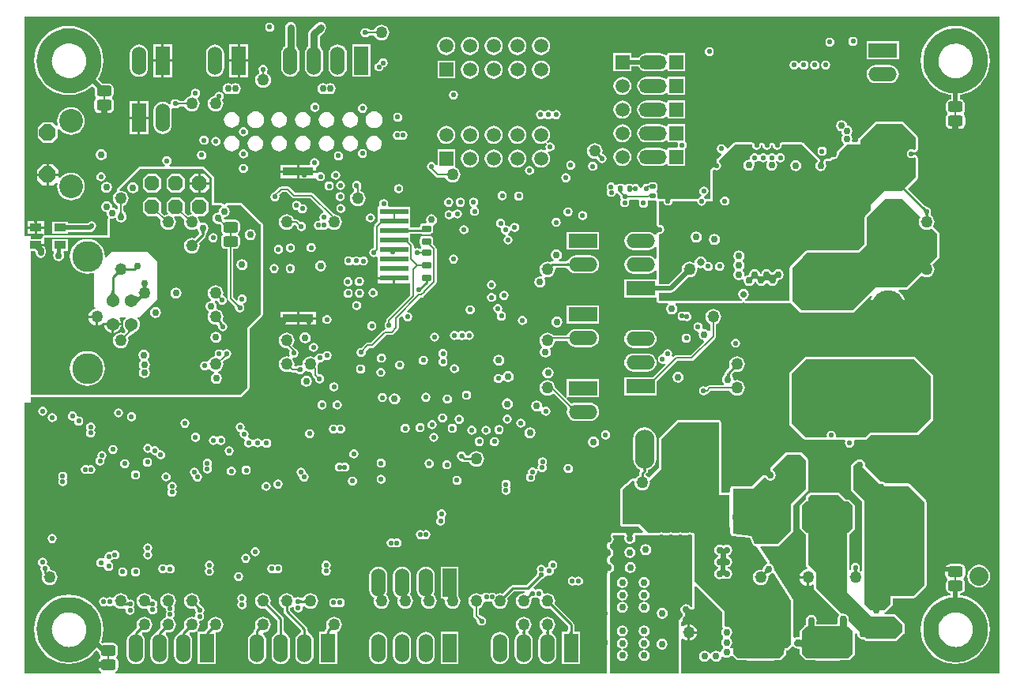
<source format=gbl>
G04*
G04 #@! TF.GenerationSoftware,Altium Limited,Altium Designer,21.0.8 (223)*
G04*
G04 Layer_Physical_Order=6*
G04 Layer_Color=16711680*
%FSLAX25Y25*%
%MOIN*%
G70*
G04*
G04 #@! TF.SameCoordinates,9996C82E-4A36-4C5B-9496-8E533FBA6DEC*
G04*
G04*
G04 #@! TF.FilePolarity,Positive*
G04*
G01*
G75*
%ADD11C,0.00600*%
%ADD12C,0.00800*%
%ADD13C,0.01000*%
%ADD18C,0.03000*%
%ADD21C,0.00787*%
%ADD27C,0.00700*%
%ADD180C,0.06496*%
G04:AMPARAMS|DCode=186|XSize=22mil|YSize=24mil|CornerRadius=4.4mil|HoleSize=0mil|Usage=FLASHONLY|Rotation=90.000|XOffset=0mil|YOffset=0mil|HoleType=Round|Shape=RoundedRectangle|*
%AMROUNDEDRECTD186*
21,1,0.02200,0.01520,0,0,90.0*
21,1,0.01320,0.02400,0,0,90.0*
1,1,0.00880,0.00760,0.00660*
1,1,0.00880,0.00760,-0.00660*
1,1,0.00880,-0.00760,-0.00660*
1,1,0.00880,-0.00760,0.00660*
%
%ADD186ROUNDEDRECTD186*%
G04:AMPARAMS|DCode=187|XSize=22mil|YSize=24mil|CornerRadius=4.4mil|HoleSize=0mil|Usage=FLASHONLY|Rotation=0.000|XOffset=0mil|YOffset=0mil|HoleType=Round|Shape=RoundedRectangle|*
%AMROUNDEDRECTD187*
21,1,0.02200,0.01520,0,0,0.0*
21,1,0.01320,0.02400,0,0,0.0*
1,1,0.00880,0.00660,-0.00760*
1,1,0.00880,-0.00660,-0.00760*
1,1,0.00880,-0.00660,0.00760*
1,1,0.00880,0.00660,0.00760*
%
%ADD187ROUNDEDRECTD187*%
G04:AMPARAMS|DCode=188|XSize=29.13mil|YSize=39.37mil|CornerRadius=5.83mil|HoleSize=0mil|Usage=FLASHONLY|Rotation=90.000|XOffset=0mil|YOffset=0mil|HoleType=Round|Shape=RoundedRectangle|*
%AMROUNDEDRECTD188*
21,1,0.02913,0.02772,0,0,90.0*
21,1,0.01748,0.03937,0,0,90.0*
1,1,0.01165,0.01386,0.00874*
1,1,0.01165,0.01386,-0.00874*
1,1,0.01165,-0.01386,-0.00874*
1,1,0.01165,-0.01386,0.00874*
%
%ADD188ROUNDEDRECTD188*%
G04:AMPARAMS|DCode=215|XSize=50mil|YSize=50mil|CornerRadius=25mil|HoleSize=0mil|Usage=FLASHONLY|Rotation=270.000|XOffset=0mil|YOffset=0mil|HoleType=Round|Shape=RoundedRectangle|*
%AMROUNDEDRECTD215*
21,1,0.05000,0.00000,0,0,270.0*
21,1,0.00000,0.05000,0,0,270.0*
1,1,0.05000,0.00000,0.00000*
1,1,0.05000,0.00000,0.00000*
1,1,0.05000,0.00000,0.00000*
1,1,0.05000,0.00000,0.00000*
%
%ADD215ROUNDEDRECTD215*%
%ADD241C,0.02000*%
%ADD242C,0.01200*%
%ADD243C,0.01600*%
%ADD250C,0.02500*%
%ADD252C,0.02200*%
%ADD255C,0.03000*%
%ADD258C,0.02700*%
%ADD262C,0.05000*%
%ADD264C,0.07000*%
%ADD265C,0.00900*%
%ADD276R,0.05906X0.05906*%
%ADD277C,0.05906*%
%ADD278O,0.08250X0.16500*%
%ADD279O,0.11811X0.05906*%
%ADD280R,0.05906X0.05906*%
G04:AMPARAMS|DCode=281|XSize=133mil|YSize=83mil|CornerRadius=0mil|HoleSize=0mil|Usage=FLASHONLY|Rotation=270.000|XOffset=0mil|YOffset=0mil|HoleType=Round|Shape=Octagon|*
%AMOCTAGOND281*
4,1,8,-0.02075,-0.06650,0.02075,-0.06650,0.04150,-0.04575,0.04150,0.04575,0.02075,0.06650,-0.02075,0.06650,-0.04150,0.04575,-0.04150,-0.04575,-0.02075,-0.06650,0.0*
%
%ADD281OCTAGOND281*%

%ADD282P,0.06711X8X22.5*%
%ADD283C,0.05400*%
%ADD284C,0.13050*%
%ADD285P,0.07577X8X292.5*%
%ADD286C,0.10000*%
%ADD287R,0.12000X0.06000*%
%ADD288O,0.12000X0.06000*%
%ADD289R,0.06000X0.12000*%
%ADD290O,0.06000X0.12000*%
%ADD291O,0.13598X0.13600*%
%ADD292R,0.13598X0.13600*%
%ADD293C,0.08000*%
%ADD294C,0.02200*%
%ADD295C,0.02900*%
%ADD296C,0.03200*%
%ADD312C,0.04000*%
%ADD314R,0.12992X0.03543*%
%ADD315R,0.12008X0.02402*%
G04:AMPARAMS|DCode=316|XSize=50mil|YSize=50mil|CornerRadius=25mil|HoleSize=0mil|Usage=FLASHONLY|Rotation=180.000|XOffset=0mil|YOffset=0mil|HoleType=Round|Shape=RoundedRectangle|*
%AMROUNDEDRECTD316*
21,1,0.05000,0.00000,0,0,180.0*
21,1,0.00000,0.05000,0,0,180.0*
1,1,0.05000,0.00000,0.00000*
1,1,0.05000,0.00000,0.00000*
1,1,0.05000,0.00000,0.00000*
1,1,0.05000,0.00000,0.00000*
%
%ADD316ROUNDEDRECTD316*%
G04:AMPARAMS|DCode=317|XSize=46mil|YSize=63mil|CornerRadius=11.5mil|HoleSize=0mil|Usage=FLASHONLY|Rotation=270.000|XOffset=0mil|YOffset=0mil|HoleType=Round|Shape=RoundedRectangle|*
%AMROUNDEDRECTD317*
21,1,0.04600,0.04000,0,0,270.0*
21,1,0.02300,0.06300,0,0,270.0*
1,1,0.02300,-0.02000,-0.01150*
1,1,0.02300,-0.02000,0.01150*
1,1,0.02300,0.02000,0.01150*
1,1,0.02300,0.02000,-0.01150*
%
%ADD317ROUNDEDRECTD317*%
%ADD318R,0.04921X0.03347*%
%ADD319R,0.05906X0.05906*%
%ADD320C,0.08500*%
G36*
X41965Y196155D02*
X41989Y196035D01*
X42029Y195915D01*
X42085Y195796D01*
X42157Y195676D01*
X42245Y195557D01*
X42348Y195438D01*
X42468Y195318D01*
X42604Y195199D01*
X42755Y195080D01*
X40674Y194800D01*
X40804Y194972D01*
X41111Y195444D01*
X41187Y195587D01*
X41248Y195722D01*
X41296Y195851D01*
X41330Y195972D01*
X41351Y196086D01*
X41357Y196192D01*
X41958Y196275D01*
X41965Y196155D01*
D02*
G37*
G36*
X80158Y210478D02*
Y198625D01*
X84207D01*
X84359Y198125D01*
X83759Y197724D01*
X83251Y196964D01*
X83072Y196066D01*
X83086Y195999D01*
X82753Y195654D01*
X81862Y195477D01*
X81102Y194968D01*
X80593Y194208D01*
X80415Y193310D01*
X80593Y192413D01*
X81102Y191652D01*
X81862Y191144D01*
X82036Y191109D01*
X82045Y191103D01*
X82054Y191089D01*
X82206Y190987D01*
X82356Y190881D01*
X82371Y190877D01*
X82385Y190868D01*
X82565Y190832D01*
X82743Y190791D01*
X83100Y190780D01*
X83213Y190769D01*
X83315Y190752D01*
X83397Y190733D01*
X83456Y190715D01*
X83494Y190699D01*
X83512Y190690D01*
X83512Y190690D01*
X83551Y190656D01*
X83695Y190573D01*
X83833Y190480D01*
X83866Y190474D01*
X83896Y190457D01*
X83988Y190445D01*
Y188369D01*
X84140Y187608D01*
X84570Y186963D01*
X84785Y186820D01*
Y186218D01*
X84570Y186075D01*
X84140Y185430D01*
X83988Y184669D01*
Y182369D01*
X84140Y181608D01*
X84570Y180963D01*
X85216Y180532D01*
X85976Y180381D01*
X86855D01*
Y159459D01*
X86855Y159459D01*
X86940Y159030D01*
X87183Y158666D01*
X89546Y156304D01*
X89570Y156138D01*
X89583Y156116D01*
X89588Y156091D01*
X89685Y155946D01*
X89774Y155797D01*
X89802Y155766D01*
X89804Y155761D01*
X89810Y155745D01*
X89818Y155720D01*
X89825Y155683D01*
X89832Y155633D01*
X89837Y155572D01*
X89838Y155472D01*
X89878Y155286D01*
X89916Y155099D01*
X89920Y155092D01*
X89922Y155084D01*
X90030Y154927D01*
X90137Y154768D01*
X90144Y154763D01*
X90148Y154756D01*
X90166Y154745D01*
X90168Y154737D01*
X90588Y154108D01*
X91216Y153688D01*
X91957Y153541D01*
X92699Y153688D01*
X93327Y154108D01*
X93747Y154737D01*
X93895Y155478D01*
X93747Y156219D01*
X93352Y156811D01*
X93384Y157032D01*
X93481Y157346D01*
X93648Y157379D01*
X94277Y157799D01*
X94697Y158428D01*
X94844Y159169D01*
X94697Y159911D01*
X94277Y160539D01*
X93648Y160959D01*
X92907Y161107D01*
X92166Y160959D01*
X91537Y160539D01*
X91117Y159911D01*
X90970Y159169D01*
X91072Y158657D01*
X90611Y158411D01*
X89098Y159924D01*
Y180381D01*
X89976D01*
X90737Y180532D01*
X91382Y180963D01*
X91813Y181608D01*
X91965Y182369D01*
Y184669D01*
X91813Y185430D01*
X91382Y186075D01*
X91168Y186218D01*
Y186820D01*
X91382Y186963D01*
X91813Y187608D01*
X91965Y188369D01*
Y190669D01*
X91813Y191430D01*
X91382Y192075D01*
X90737Y192506D01*
X89976Y192657D01*
X85976D01*
X85760Y192614D01*
X85642Y192673D01*
X85289Y193027D01*
X85281Y193136D01*
X85280Y193239D01*
X85311Y193348D01*
X85617Y193761D01*
X86315Y193900D01*
X87076Y194408D01*
X87584Y195169D01*
X87762Y196066D01*
X87584Y196964D01*
X87076Y197724D01*
X86476Y198125D01*
X86627Y198625D01*
X92483D01*
X100617Y190669D01*
X100673D01*
Y152661D01*
X94965Y146952D01*
Y121558D01*
X92110Y118703D01*
X3921D01*
Y179288D01*
X5600D01*
X5892Y178996D01*
Y178603D01*
X6052Y177803D01*
X6505Y177125D01*
X7183Y176672D01*
X7983Y176513D01*
X8783Y176672D01*
X9461Y177125D01*
X9914Y177803D01*
X10073Y178603D01*
Y179861D01*
X10073Y179861D01*
X9914Y180661D01*
X9461Y181339D01*
X9343Y181457D01*
Y181461D01*
X5883D01*
Y182461D01*
X9343D01*
Y184635D01*
X9566Y185043D01*
X37287D01*
Y192895D01*
X37674Y193213D01*
X38075Y193133D01*
X38972Y193311D01*
X39174Y193447D01*
X39636Y193255D01*
X39691Y192981D01*
X40199Y192220D01*
X40960Y191711D01*
X41857Y191533D01*
X42755Y191711D01*
X43516Y192220D01*
X44024Y192981D01*
X44203Y193878D01*
X44024Y194775D01*
X43765Y195163D01*
X43768Y195201D01*
X43765Y195208D01*
X43766Y195216D01*
X43704Y195397D01*
X43644Y195579D01*
X43639Y195585D01*
X43637Y195592D01*
X43510Y195735D01*
X43386Y195881D01*
X43256Y195983D01*
X43165Y196063D01*
X43094Y196134D01*
X43042Y196194D01*
X43007Y196242D01*
X42987Y196275D01*
X42978Y196293D01*
X42975Y196342D01*
X42965Y196377D01*
X42968Y196413D01*
X42914Y196568D01*
X42871Y196727D01*
X42849Y196755D01*
X42838Y196789D01*
X42779Y196855D01*
Y198471D01*
X43322Y198695D01*
X44011Y199224D01*
X44540Y199914D01*
X44872Y200716D01*
X44986Y201578D01*
X44872Y202439D01*
X44540Y203242D01*
X44011Y203931D01*
X43322Y204461D01*
X42519Y204793D01*
X41658Y204906D01*
X41386Y204871D01*
X41152Y205344D01*
X49886Y214078D01*
X76557Y214078D01*
X80158Y210478D01*
D02*
G37*
G36*
X84262Y193092D02*
X84290Y192724D01*
X84317Y192559D01*
X84351Y192408D01*
X84394Y192270D01*
X84445Y192144D01*
X84505Y192032D01*
X84572Y191933D01*
X84648Y191847D01*
X84223Y191422D01*
X84137Y191498D01*
X84038Y191566D01*
X83926Y191625D01*
X83800Y191676D01*
X83662Y191719D01*
X83511Y191753D01*
X83346Y191780D01*
X83169Y191798D01*
X82775Y191810D01*
X84260Y193295D01*
X84262Y193092D01*
D02*
G37*
G36*
X91025Y156842D02*
X91101Y156785D01*
X91184Y156736D01*
X91273Y156693D01*
X91369Y156656D01*
X91472Y156627D01*
X91581Y156605D01*
X91696Y156589D01*
X91818Y156580D01*
X91947Y156578D01*
X90857Y155489D01*
X90855Y155617D01*
X90847Y155739D01*
X90831Y155855D01*
X90808Y155964D01*
X90779Y156066D01*
X90743Y156162D01*
X90700Y156251D01*
X90650Y156334D01*
X90594Y156411D01*
X90530Y156481D01*
X90955Y156905D01*
X91025Y156842D01*
D02*
G37*
G36*
X263653Y87756D02*
X263570Y87723D01*
X263497Y87668D01*
X263433Y87591D01*
X263380Y87493D01*
X263336Y87372D01*
X263301Y87229D01*
X263277Y87064D01*
X263262Y86878D01*
X263258Y86669D01*
X262258D01*
X262253Y86878D01*
X262238Y87064D01*
X262213Y87229D01*
X262179Y87372D01*
X262135Y87493D01*
X262082Y87591D01*
X262018Y87668D01*
X261945Y87723D01*
X261862Y87756D01*
X261769Y87767D01*
X263746D01*
X263653Y87756D01*
D02*
G37*
G36*
X330883Y91003D02*
X330883Y78903D01*
X329658Y77678D01*
X324557Y72578D01*
Y61278D01*
X319158Y55878D01*
X309258D01*
X307658Y59178D01*
X299957Y60178D01*
Y79178D01*
X308457Y79178D01*
X313127Y83847D01*
X313702Y83715D01*
X314099Y83120D01*
X314860Y82611D01*
X315757Y82433D01*
X316655Y82611D01*
X317416Y83120D01*
X317924Y83881D01*
X318103Y84778D01*
X317924Y85675D01*
X317416Y86436D01*
X316821Y86834D01*
X316688Y87409D01*
X322783Y93503D01*
X328383D01*
X330883Y91003D01*
D02*
G37*
G36*
X293957Y76478D02*
X298358D01*
Y63078D01*
X298938Y62427D01*
Y60178D01*
X298964Y60046D01*
X298973Y59912D01*
X299003Y59853D01*
X299015Y59788D01*
X299090Y59676D01*
X299150Y59556D01*
X299200Y59512D01*
X299236Y59457D01*
X299348Y59382D01*
X299449Y59294D01*
X299512Y59273D01*
X299567Y59236D01*
X299699Y59210D01*
X299826Y59167D01*
X306980Y58238D01*
X308340Y55433D01*
X308442Y55298D01*
X308537Y55157D01*
X308562Y55140D01*
X308580Y55116D01*
X308726Y55030D01*
X308867Y54936D01*
X308897Y54930D01*
X308923Y54915D01*
X309091Y54891D01*
X309258Y54858D01*
X309955D01*
X314434Y47719D01*
X314236Y47260D01*
X314160Y47245D01*
X313399Y46736D01*
X312891Y45975D01*
X312838Y45710D01*
X312831Y45705D01*
X312821Y45689D01*
X312806Y45678D01*
X312712Y45523D01*
X312614Y45372D01*
X312610Y45353D01*
X312601Y45338D01*
X312574Y45158D01*
X312540Y44981D01*
X312060Y44853D01*
X311658Y44906D01*
X310796Y44793D01*
X309993Y44460D01*
X309304Y43931D01*
X308775Y43242D01*
X308442Y42439D01*
X308329Y41578D01*
X308442Y40716D01*
X308775Y39914D01*
X309304Y39224D01*
X309993Y38695D01*
X310796Y38363D01*
X311658Y38249D01*
X312519Y38363D01*
X313322Y38695D01*
X314011Y39224D01*
X314540Y39914D01*
X314873Y40716D01*
X314986Y41578D01*
X314913Y42135D01*
X315184Y42549D01*
X315335Y42602D01*
X315369Y42612D01*
X315547Y42656D01*
X315560Y42666D01*
X315576Y42671D01*
X315720Y42784D01*
X315867Y42893D01*
X315868Y42894D01*
X315955Y42911D01*
X316592Y43337D01*
X317198Y43311D01*
X324557Y31578D01*
Y13478D01*
X322857Y11778D01*
X316791D01*
Y7428D01*
X312287Y7450D01*
X306592Y7428D01*
Y7478D01*
X306222Y7479D01*
X306417Y11778D01*
X298803D01*
X298730Y12329D01*
X299016Y12520D01*
X299524Y13281D01*
X299703Y14178D01*
X299524Y15075D01*
X299016Y15836D01*
X298654Y16078D01*
Y16578D01*
X299016Y16820D01*
X299524Y17581D01*
X299703Y18478D01*
X299524Y19375D01*
X299016Y20136D01*
X298255Y20644D01*
X297358Y20823D01*
X296957Y20743D01*
X296458Y21154D01*
X296458Y27378D01*
X283902Y39933D01*
X283902Y59503D01*
X283825Y59893D01*
X283604Y60224D01*
X283273Y60445D01*
X282883Y60523D01*
X282501D01*
X282482Y60535D01*
X281740Y60683D01*
X280999Y60535D01*
X280980Y60523D01*
X278501D01*
X278482Y60535D01*
X277741Y60683D01*
X276999Y60535D01*
X276980Y60523D01*
X274501D01*
X274482Y60535D01*
X273741Y60683D01*
X272999Y60535D01*
X272980Y60523D01*
X270501D01*
X270482Y60535D01*
X269741Y60683D01*
X268999Y60535D01*
X268980Y60523D01*
X263979D01*
X260658Y64078D01*
X253483Y64078D01*
Y78603D01*
X257934Y82405D01*
X258404Y82149D01*
X258329Y81578D01*
X258442Y80717D01*
X258775Y79914D01*
X259304Y79224D01*
X259993Y78695D01*
X260796Y78363D01*
X261658Y78250D01*
X262519Y78363D01*
X263322Y78695D01*
X264011Y79224D01*
X264540Y79914D01*
X264873Y80717D01*
X264986Y81578D01*
X264904Y82203D01*
X264983Y82703D01*
X269783Y87503D01*
Y100003D01*
X276783Y107003D01*
X293957D01*
Y76478D01*
D02*
G37*
G36*
X282883Y29138D02*
X282383Y29049D01*
X281941Y29710D01*
X281180Y30218D01*
X280283Y30397D01*
X279385Y30218D01*
X278625Y29710D01*
X278116Y28949D01*
X277938Y28052D01*
X278116Y27154D01*
X278625Y26393D01*
X278911Y26202D01*
Y25702D01*
X278625Y25510D01*
X278116Y24750D01*
X277938Y23852D01*
X277781Y23662D01*
X277257Y23578D01*
X277257Y23578D01*
Y1078D01*
X247957D01*
Y13190D01*
X248072Y13362D01*
X248220Y14103D01*
X248072Y14844D01*
X247957Y15017D01*
Y25989D01*
X248020Y26303D01*
X247957Y26617D01*
X247957Y43532D01*
X248355Y43611D01*
X249116Y44120D01*
X249624Y44881D01*
X249802Y45778D01*
X249624Y46675D01*
X249116Y47436D01*
X248355Y47945D01*
X247957Y48024D01*
Y49710D01*
X248142Y49747D01*
X248902Y50255D01*
X249411Y51016D01*
X249589Y51913D01*
X249411Y52811D01*
X248902Y53572D01*
X248142Y54080D01*
X247957Y54116D01*
Y55576D01*
X248220Y55629D01*
X248981Y56137D01*
X249489Y56898D01*
X249668Y57795D01*
X249489Y58693D01*
X249282Y59003D01*
X249549Y59503D01*
X254117D01*
X254353Y59062D01*
X254290Y58968D01*
X254112Y58071D01*
X254290Y57174D01*
X254799Y56413D01*
X255559Y55904D01*
X256457Y55726D01*
X257354Y55904D01*
X258115Y56413D01*
X258623Y57174D01*
X258802Y58071D01*
X258623Y58968D01*
X258560Y59062D01*
X258796Y59503D01*
X282883D01*
X282883Y29138D01*
D02*
G37*
G36*
X352395Y44954D02*
X352366Y44907D01*
X352341Y44851D01*
X352319Y44785D01*
X352300Y44710D01*
X352285Y44626D01*
X352273Y44532D01*
X352259Y44317D01*
X352257Y44196D01*
X351058D01*
X351056Y44317D01*
X351030Y44626D01*
X351015Y44710D01*
X350996Y44785D01*
X350974Y44851D01*
X350949Y44907D01*
X350920Y44954D01*
X350887Y44992D01*
X352428D01*
X352395Y44954D01*
D02*
G37*
G36*
X315113Y43579D02*
X314988Y43569D01*
X314865Y43549D01*
X314744Y43519D01*
X314624Y43478D01*
X314507Y43427D01*
X314391Y43366D01*
X314277Y43295D01*
X314165Y43213D01*
X314055Y43121D01*
X313947Y43019D01*
X313054Y43823D01*
X313157Y43933D01*
X313248Y44043D01*
X313327Y44156D01*
X313395Y44270D01*
X313452Y44386D01*
X313496Y44504D01*
X313529Y44624D01*
X313551Y44745D01*
X313561Y44868D01*
X313560Y44992D01*
X315113Y43579D01*
D02*
G37*
G36*
X412476Y996D02*
X278344D01*
X278277Y1078D01*
Y15493D01*
X278552Y15676D01*
X278977Y15793D01*
X279592Y15321D01*
X280444Y14968D01*
X280857Y14914D01*
Y18378D01*
Y21842D01*
X280444Y21788D01*
X279592Y21435D01*
X278977Y20963D01*
X278552Y21080D01*
X278277Y21263D01*
Y22775D01*
X278286Y22783D01*
X278315Y22793D01*
X278439Y22908D01*
X278570Y23015D01*
X278726Y23205D01*
X278750Y23250D01*
X278785Y23286D01*
X278843Y23424D01*
X278913Y23556D01*
X278918Y23607D01*
X278938Y23653D01*
X279077Y24352D01*
X279360Y24775D01*
X279478Y24854D01*
X279549Y24925D01*
X279632Y24981D01*
X279688Y25065D01*
X279759Y25135D01*
X279797Y25228D01*
X279853Y25312D01*
X279873Y25410D01*
X279911Y25503D01*
Y25604D01*
X279931Y25702D01*
Y26202D01*
X279911Y26300D01*
Y26401D01*
X279873Y26494D01*
X279853Y26592D01*
X279797Y26676D01*
X279759Y26768D01*
X279688Y26839D01*
X279632Y26923D01*
X279549Y26979D01*
X279478Y27050D01*
X279360Y27129D01*
X279077Y27552D01*
X278977Y28052D01*
X279077Y28551D01*
X279360Y28975D01*
X279783Y29258D01*
X280283Y29357D01*
X280782Y29258D01*
X281206Y28975D01*
X281535Y28482D01*
X281669Y28349D01*
X281799Y28212D01*
X281809Y28208D01*
X281816Y28201D01*
X281991Y28129D01*
X282164Y28053D01*
X282174Y28053D01*
X282184Y28049D01*
X282373D01*
X282562Y28045D01*
X283062Y28134D01*
X283165Y28174D01*
X283273Y28196D01*
X283348Y28246D01*
X283432Y28279D01*
X283512Y28356D01*
X283604Y28417D01*
X283654Y28492D01*
X283719Y28555D01*
X283763Y28656D01*
X283825Y28748D01*
X283842Y28836D01*
X283878Y28919D01*
X283881Y29030D01*
X283902Y29138D01*
Y37577D01*
X284549Y37844D01*
X295438Y26956D01*
X295438Y21154D01*
X295448Y21104D01*
X295443Y21054D01*
X295486Y20910D01*
X295515Y20764D01*
X295699Y20136D01*
X295191Y19375D01*
X295012Y18478D01*
X295191Y17581D01*
X295699Y16820D01*
X295912Y16678D01*
Y15978D01*
X295699Y15836D01*
X295191Y15075D01*
X295012Y14178D01*
X295191Y13281D01*
X295699Y12520D01*
X295837Y12428D01*
Y11728D01*
X295699Y11636D01*
X295191Y10875D01*
X295100Y10421D01*
X294927Y10307D01*
X294334Y10157D01*
X293755Y10544D01*
X292858Y10723D01*
X291960Y10544D01*
X291199Y10036D01*
X290846Y9508D01*
X290818Y9497D01*
X290097D01*
X290069Y9508D01*
X289716Y10036D01*
X288955Y10544D01*
X288057Y10723D01*
X287160Y10544D01*
X286399Y10036D01*
X285891Y9275D01*
X285712Y8378D01*
X285891Y7480D01*
X286399Y6720D01*
X287160Y6211D01*
X288057Y6033D01*
X288955Y6211D01*
X289716Y6720D01*
X290069Y7248D01*
X290097Y7259D01*
X290818D01*
X290846Y7248D01*
X291199Y6720D01*
X291960Y6211D01*
X292858Y6033D01*
X293755Y6211D01*
X294516Y6720D01*
X295024Y7480D01*
X295114Y7935D01*
X295288Y8049D01*
X295881Y8199D01*
X296460Y7811D01*
X297358Y7633D01*
X298255Y7811D01*
X299016Y8320D01*
X299114Y8466D01*
X299810Y8535D01*
X301678Y6667D01*
X305637D01*
X305645Y6662D01*
X305789Y6556D01*
X305810Y6551D01*
X305827Y6539D01*
X306002Y6504D01*
X306175Y6461D01*
X306196Y6464D01*
X306217Y6460D01*
X306335Y6459D01*
X306398Y6447D01*
X306592Y6408D01*
X306594Y6409D01*
X306596Y6408D01*
X312285Y6430D01*
X316786Y6408D01*
X316788Y6409D01*
X316791Y6408D01*
X316983Y6447D01*
X317176Y6484D01*
X317179Y6486D01*
X317181Y6486D01*
X317328Y6584D01*
X317357D01*
X317988Y6667D01*
X320028D01*
X322503Y9142D01*
Y10758D01*
X322857D01*
X323248Y10836D01*
X323578Y11057D01*
X324856Y12335D01*
X325705Y12325D01*
X326383Y11872D01*
X326434Y11862D01*
X326437Y11858D01*
X326452Y11847D01*
X326462Y11832D01*
X326613Y11731D01*
X326760Y11626D01*
X326777Y11621D01*
X326793Y11611D01*
X326970Y11576D01*
X327147Y11534D01*
X327777Y11512D01*
X327986Y11490D01*
X328151Y11462D01*
X328153Y11461D01*
X328166Y11427D01*
X328207Y11383D01*
Y9103D01*
X330682Y6628D01*
X334199D01*
X334339Y6610D01*
X334660D01*
X334735Y6547D01*
X334790Y6529D01*
X334838Y6497D01*
X334978Y6470D01*
X335114Y6427D01*
X335172Y6431D01*
X335228Y6420D01*
X339858Y6427D01*
X344487Y6420D01*
X344526Y6428D01*
X344565Y6423D01*
X344719Y6466D01*
X344877Y6497D01*
X344910Y6519D01*
X344948Y6530D01*
X345064Y6620D01*
X345122Y6628D01*
X349032D01*
X351507Y9103D01*
Y17695D01*
X352207Y18022D01*
X352442Y17826D01*
X352438Y17803D01*
X352616Y16906D01*
X353124Y16145D01*
X353885Y15637D01*
X354783Y15458D01*
X355160Y15533D01*
X355637Y15057D01*
X355967Y14836D01*
X356358Y14758D01*
X368558D01*
X368948Y14836D01*
X369279Y15057D01*
X369279Y15057D01*
X372078Y17857D01*
X372299Y18188D01*
X372377Y18578D01*
Y21678D01*
X372299Y22068D01*
X372078Y22399D01*
X368778Y25699D01*
X368448Y25920D01*
X368057Y25997D01*
X364023D01*
X363954Y26697D01*
X364148Y26736D01*
X364478Y26957D01*
X367278Y29757D01*
X367499Y30088D01*
X367577Y30478D01*
X367577Y32858D01*
X375381D01*
X375383Y32858D01*
X375384Y32858D01*
X376257D01*
X376648Y32936D01*
X376978Y33157D01*
X381378Y37557D01*
X381599Y37888D01*
X381677Y38278D01*
Y48878D01*
Y73478D01*
X381599Y73868D01*
X381378Y74199D01*
X374653Y80924D01*
X374322Y81145D01*
X373932Y81223D01*
X364358Y81223D01*
X364216Y81436D01*
X363966Y81603D01*
X363792Y81719D01*
X363455Y81945D01*
X362558Y82123D01*
X362347Y82081D01*
X355711Y88717D01*
X355802Y89178D01*
X355624Y90075D01*
X355116Y90836D01*
X354911Y90973D01*
X354355Y91344D01*
X353457Y91523D01*
X352560Y91344D01*
X351799Y90836D01*
X351699Y90686D01*
X351493Y90645D01*
X351162Y90424D01*
X350162Y89424D01*
X349941Y89093D01*
X349863Y88703D01*
X349863Y78653D01*
X349941Y78263D01*
X350162Y77932D01*
X354538Y73556D01*
X354538Y58378D01*
X354538Y44313D01*
X353838Y44064D01*
X353322Y44460D01*
X353398Y44679D01*
X353416Y44837D01*
X353447Y44992D01*
X353443Y45015D01*
X353447Y45037D01*
X353595Y45778D01*
X353447Y46519D01*
X353027Y47148D01*
X352399Y47568D01*
X351658Y47715D01*
X350916Y47568D01*
X350288Y47148D01*
X349868Y46519D01*
X349720Y45778D01*
X349868Y45037D01*
X349872Y45015D01*
X349868Y44992D01*
X349887Y44895D01*
X349762Y44726D01*
X349677Y44656D01*
X349192Y44826D01*
X348977Y45041D01*
Y59628D01*
X349032D01*
X351507Y62103D01*
Y72053D01*
X349032Y74528D01*
X347649D01*
X344978Y77199D01*
X344648Y77420D01*
X344257Y77498D01*
X332857Y77498D01*
X332467Y77420D01*
X332137Y77199D01*
X330937Y75999D01*
X330715Y75668D01*
X330638Y75278D01*
Y74483D01*
X328207Y72053D01*
Y62103D01*
X330638Y59673D01*
Y46978D01*
X330715Y46588D01*
X330937Y46257D01*
X330937Y46257D01*
X331412Y45782D01*
X331161Y45043D01*
X330744Y44988D01*
X329892Y44635D01*
X329161Y44074D01*
X328600Y43343D01*
X328248Y42492D01*
X328193Y42078D01*
X331658D01*
Y41578D01*
X332157D01*
Y38114D01*
X332571Y38168D01*
X333423Y38521D01*
X333538Y38609D01*
X334238Y38264D01*
Y36878D01*
X334315Y36488D01*
X334537Y36157D01*
X344444Y26249D01*
X344825Y25661D01*
X344316Y24901D01*
X344138Y24003D01*
Y22239D01*
X343639Y21748D01*
X335280Y21867D01*
X335255Y21962D01*
X335214Y22218D01*
X335188Y22526D01*
X335224Y22580D01*
X335402Y23478D01*
X335224Y24375D01*
X334716Y25136D01*
X333955Y25644D01*
X333057Y25823D01*
X332160Y25644D01*
X331399Y25136D01*
X330891Y24375D01*
X330712Y23478D01*
X330891Y22580D01*
X330928Y22525D01*
X330928Y22514D01*
X330900Y22171D01*
X330858Y21890D01*
X330806Y21676D01*
X330753Y21533D01*
X330751Y21528D01*
X330682D01*
X330598Y21444D01*
X330571Y21434D01*
X330433Y21400D01*
X330386Y21365D01*
X330331Y21344D01*
X330227Y21248D01*
X330113Y21164D01*
X330083Y21114D01*
X330040Y21074D01*
X329981Y20945D01*
X329907Y20823D01*
X329898Y20765D01*
X329880Y20726D01*
X328207Y19053D01*
Y16826D01*
X327666Y16382D01*
X327457Y16423D01*
X326560Y16244D01*
X326277Y16055D01*
X325577Y16430D01*
Y31578D01*
X325560Y31662D01*
X325563Y31748D01*
X325522Y31855D01*
X325500Y31968D01*
X325452Y32039D01*
X325421Y32120D01*
X318062Y43852D01*
X317998Y43920D01*
X317950Y44000D01*
X317863Y44063D01*
X317789Y44142D01*
X317704Y44180D01*
X317629Y44235D01*
X317524Y44260D01*
X317426Y44304D01*
X317388Y45006D01*
X317403Y45078D01*
X317224Y45975D01*
X316716Y46736D01*
X315955Y47245D01*
X315453Y47704D01*
X315436Y47796D01*
X315439Y47889D01*
X315401Y47989D01*
X315381Y48095D01*
X315330Y48173D01*
X315297Y48260D01*
X311543Y54246D01*
X311882Y54858D01*
X319158D01*
X319548Y54936D01*
X319878Y55157D01*
X325278Y60557D01*
X325500Y60888D01*
X325577Y61278D01*
Y72156D01*
X330378Y76957D01*
X331604Y78182D01*
X331825Y78513D01*
X331902Y78903D01*
X331902Y91003D01*
X331825Y91393D01*
X331604Y91724D01*
X329104Y94224D01*
X329104Y94224D01*
X328773Y94445D01*
X328383Y94523D01*
X322783D01*
X322393Y94445D01*
X322062Y94224D01*
X315967Y88130D01*
X315903Y88034D01*
X315824Y87950D01*
X315794Y87870D01*
X315746Y87799D01*
X315724Y87686D01*
X315683Y87578D01*
X315685Y87493D01*
X315669Y87409D01*
X315691Y87296D01*
X315695Y87181D01*
X315827Y86606D01*
X315902Y86438D01*
X315973Y86267D01*
X315984Y86257D01*
X315990Y86243D01*
X316124Y86116D01*
X316254Y85986D01*
X316681Y85701D01*
X316964Y85277D01*
X317063Y84778D01*
X316964Y84278D01*
X316681Y83855D01*
X316257Y83572D01*
X315757Y83473D01*
X315258Y83572D01*
X314834Y83855D01*
X314549Y84281D01*
X314419Y84411D01*
X314293Y84546D01*
X314279Y84552D01*
X314268Y84563D01*
X314098Y84633D01*
X313930Y84709D01*
X313355Y84841D01*
X313240Y84844D01*
X313127Y84867D01*
X313043Y84850D01*
X312957Y84852D01*
X312849Y84812D01*
X312736Y84789D01*
X312665Y84741D01*
X312585Y84711D01*
X312502Y84632D01*
X312406Y84568D01*
X308035Y80198D01*
X299957Y80198D01*
X299567Y80120D01*
X299236Y79899D01*
X299015Y79568D01*
X298938Y79178D01*
Y78071D01*
X298358Y77498D01*
X294977D01*
Y107003D01*
X294900Y107393D01*
X294678Y107724D01*
X294348Y107945D01*
X293957Y108023D01*
X276783D01*
X276393Y107945D01*
X276062Y107724D01*
X269062Y100724D01*
X268841Y100393D01*
X268763Y100003D01*
Y87925D01*
X264716Y83878D01*
X264017Y83924D01*
X264011Y83931D01*
X263356Y84434D01*
X263317Y84517D01*
X263251Y85247D01*
X263695Y85691D01*
X263776Y85813D01*
X263803Y85831D01*
X263961Y85932D01*
X263968Y85942D01*
X263978Y85948D01*
X264082Y86104D01*
X264190Y86257D01*
X264193Y86269D01*
X264199Y86279D01*
X264236Y86463D01*
X264277Y86645D01*
X264281Y86826D01*
X264288Y86915D01*
X264350Y86968D01*
X264467Y87046D01*
X264500Y87097D01*
X264546Y87136D01*
X264564Y87170D01*
X265241Y87451D01*
X266270Y88240D01*
X267059Y89269D01*
X267556Y90467D01*
X267725Y91753D01*
Y100003D01*
X267556Y101289D01*
X267059Y102487D01*
X266270Y103516D01*
X265241Y104305D01*
X264043Y104801D01*
X262757Y104971D01*
X261472Y104801D01*
X260274Y104305D01*
X259245Y103516D01*
X258455Y102487D01*
X257959Y101289D01*
X257790Y100003D01*
Y91753D01*
X257959Y90467D01*
X258455Y89269D01*
X259245Y88240D01*
X260274Y87451D01*
X260586Y87322D01*
X260771Y86555D01*
X260720Y86466D01*
X260433Y86036D01*
X260332Y85528D01*
Y84601D01*
X259993Y84461D01*
X259304Y83931D01*
X259011Y83550D01*
X258396Y83313D01*
X258218Y83364D01*
X258040Y83419D01*
X258027Y83418D01*
X258014Y83421D01*
X257829Y83400D01*
X257644Y83383D01*
X257632Y83376D01*
X257618Y83375D01*
X257456Y83284D01*
X257292Y83197D01*
X257283Y83187D01*
X257271Y83180D01*
X252820Y79378D01*
X252795Y79347D01*
X252762Y79324D01*
X252673Y79191D01*
X252574Y79066D01*
X252563Y79027D01*
X252541Y78993D01*
X252509Y78837D01*
X252466Y78683D01*
X252471Y78643D01*
X252463Y78603D01*
Y64078D01*
X252541Y63688D01*
X252762Y63357D01*
X253093Y63136D01*
X253483Y63058D01*
X260215Y63058D01*
X261984Y61165D01*
X261705Y60523D01*
X258796D01*
X258649Y60493D01*
X258500Y60479D01*
X258456Y60455D01*
X258406Y60445D01*
X258281Y60362D01*
X258149Y60291D01*
X258117Y60252D01*
X258075Y60224D01*
X257992Y60100D01*
X257897Y59984D01*
X257661Y59543D01*
X257618Y59399D01*
X257560Y59261D01*
Y59210D01*
X257546Y59162D01*
X257560Y59013D01*
Y58863D01*
X257580Y58816D01*
X257585Y58766D01*
X257647Y58650D01*
X257762Y58071D01*
X257663Y57571D01*
X257380Y57148D01*
X256956Y56865D01*
X256457Y56765D01*
X255957Y56865D01*
X255534Y57148D01*
X255251Y57571D01*
X255151Y58071D01*
X255266Y58650D01*
X255329Y58766D01*
X255333Y58816D01*
X255353Y58863D01*
Y59013D01*
X255368Y59162D01*
X255353Y59210D01*
Y59261D01*
X255296Y59399D01*
X255252Y59543D01*
X255016Y59984D01*
X254921Y60100D01*
X254838Y60224D01*
X254796Y60252D01*
X254764Y60291D01*
X254632Y60362D01*
X254507Y60445D01*
X254458Y60455D01*
X254413Y60479D01*
X254264Y60493D01*
X254117Y60523D01*
X249549D01*
X249402Y60493D01*
X249253Y60479D01*
X249209Y60455D01*
X249159Y60445D01*
X249035Y60362D01*
X248902Y60291D01*
X248870Y60252D01*
X248828Y60224D01*
X248745Y60100D01*
X248650Y59984D01*
X248383Y59484D01*
X248339Y59341D01*
X248282Y59202D01*
Y59152D01*
X248267Y59103D01*
X248282Y58954D01*
Y58804D01*
X248301Y58758D01*
X248306Y58707D01*
X248377Y58575D01*
X248434Y58437D01*
X248529Y58295D01*
X248628Y57795D01*
X248529Y57296D01*
X248246Y56872D01*
X247822Y56589D01*
X247759Y56577D01*
X247666Y56538D01*
X247567Y56518D01*
X247484Y56463D01*
X247391Y56424D01*
X247320Y56353D01*
X247236Y56297D01*
X247181Y56214D01*
X247110Y56143D01*
X247071Y56050D01*
X247016Y55967D01*
X246996Y55868D01*
X246957Y55775D01*
Y55675D01*
X246938Y55576D01*
Y54116D01*
X246957Y54018D01*
Y53918D01*
X246996Y53825D01*
X247016Y53726D01*
X247071Y53643D01*
X247110Y53550D01*
X247181Y53479D01*
X247236Y53396D01*
X247320Y53340D01*
X247391Y53269D01*
X247484Y53230D01*
X247567Y53175D01*
X247666Y53155D01*
X247731Y53128D01*
X248167Y52837D01*
X248450Y52413D01*
X248550Y51913D01*
X248450Y51414D01*
X248167Y50990D01*
X247731Y50699D01*
X247666Y50672D01*
X247567Y50652D01*
X247484Y50596D01*
X247391Y50558D01*
X247320Y50487D01*
X247236Y50431D01*
X247181Y50348D01*
X247110Y50277D01*
X247071Y50184D01*
X247016Y50100D01*
X246996Y50002D01*
X246957Y49909D01*
Y49809D01*
X246938Y49710D01*
Y48024D01*
X246957Y47925D01*
Y47825D01*
X246996Y47732D01*
X247016Y47633D01*
X247071Y47550D01*
X247110Y47457D01*
X247181Y47386D01*
X247236Y47303D01*
X247320Y47247D01*
X247391Y47176D01*
X247484Y47137D01*
X247567Y47082D01*
X247666Y47062D01*
X247759Y47024D01*
X247957Y46984D01*
X248381Y46701D01*
X248664Y46278D01*
X248763Y45778D01*
X248664Y45278D01*
X248381Y44855D01*
X247957Y44572D01*
X247759Y44532D01*
X247666Y44494D01*
X247567Y44474D01*
X247484Y44418D01*
X247391Y44380D01*
X247320Y44309D01*
X247236Y44253D01*
X247181Y44170D01*
X247110Y44099D01*
X247071Y44006D01*
X247016Y43922D01*
X246996Y43824D01*
X246957Y43731D01*
Y43631D01*
X246938Y43532D01*
X246938Y26617D01*
X246957Y26518D01*
Y26418D01*
X246980Y26303D01*
X246957Y26188D01*
Y26088D01*
X246938Y25989D01*
Y15017D01*
X246957Y14918D01*
Y14818D01*
X246996Y14725D01*
X247016Y14626D01*
X247071Y14543D01*
X247110Y14450D01*
X247112Y14447D01*
X247180Y14103D01*
X247112Y13760D01*
X247110Y13756D01*
X247071Y13663D01*
X247016Y13580D01*
X246996Y13481D01*
X246957Y13389D01*
Y13288D01*
X246938Y13190D01*
Y1078D01*
X246871Y996D01*
X39540D01*
X39446Y1268D01*
X39424Y1696D01*
X40033Y2103D01*
X40508Y2814D01*
X40675Y3653D01*
Y5953D01*
X40508Y6792D01*
X40033Y7503D01*
X39913Y7583D01*
X39978Y8382D01*
X40319Y8892D01*
X40471Y9653D01*
Y11953D01*
X40319Y12714D01*
X39889Y13359D01*
X39244Y13790D01*
X38483Y13941D01*
X34483D01*
X33990Y13843D01*
X33356Y14477D01*
X33647Y15179D01*
X34181Y17405D01*
X34361Y19688D01*
X34181Y21971D01*
X33647Y24198D01*
X32770Y26313D01*
X31574Y28266D01*
X30086Y30007D01*
X28345Y31494D01*
X26393Y32691D01*
X24277Y33567D01*
X22050Y34102D01*
X19768Y34281D01*
X17485Y34102D01*
X15258Y33567D01*
X13143Y32691D01*
X11190Y31494D01*
X9449Y30007D01*
X7962Y28266D01*
X6765Y26313D01*
X5889Y24198D01*
X5354Y21971D01*
X5175Y19688D01*
X5354Y17405D01*
X5889Y15179D01*
X6765Y13063D01*
X7962Y11111D01*
X9449Y9369D01*
X11190Y7882D01*
X13143Y6686D01*
X15258Y5809D01*
X17485Y5275D01*
X19768Y5095D01*
X22050Y5275D01*
X24277Y5809D01*
X26393Y6686D01*
X28345Y7882D01*
X30086Y9369D01*
X31220Y10696D01*
X31919Y10723D01*
X32495Y10148D01*
Y9653D01*
X32646Y8892D01*
X32987Y8382D01*
X33052Y7583D01*
X32933Y7503D01*
X32457Y6792D01*
X32291Y5953D01*
Y3653D01*
X32457Y2814D01*
X32933Y2103D01*
X33542Y1696D01*
X33520Y1268D01*
X33425Y996D01*
X1076D01*
Y115530D01*
X3921D01*
Y117684D01*
X92110D01*
X92500Y117761D01*
X92830Y117982D01*
X95685Y120837D01*
X95907Y121168D01*
X95984Y121558D01*
Y146530D01*
X101394Y151940D01*
X101615Y152270D01*
X101693Y152661D01*
Y190669D01*
X101615Y191059D01*
X101394Y191390D01*
X101217Y191508D01*
X93196Y199354D01*
X93034Y199460D01*
X92873Y199567D01*
X92867Y199568D01*
X92862Y199571D01*
X92672Y199607D01*
X92483Y199645D01*
X86627D01*
X86578Y199635D01*
X86527Y199640D01*
X86384Y199596D01*
X86237Y199567D01*
X86195Y199539D01*
X86147Y199524D01*
X86031Y199429D01*
X85906Y199346D01*
X85878Y199304D01*
X85839Y199272D01*
X85805Y199207D01*
X85757Y199190D01*
X85584Y199140D01*
X85251D01*
X85078Y199190D01*
X85030Y199207D01*
X84996Y199272D01*
X84956Y199304D01*
X84928Y199346D01*
X84804Y199429D01*
X84688Y199524D01*
X84640Y199539D01*
X84597Y199567D01*
X84451Y199596D01*
X84307Y199640D01*
X84257Y199635D01*
X84207Y199645D01*
X81177D01*
Y210478D01*
X81099Y210868D01*
X80878Y211199D01*
X77278Y214799D01*
X76948Y215020D01*
X76557Y215098D01*
X62397Y215097D01*
X61970Y215747D01*
X61976Y215798D01*
X62552Y216183D01*
X62972Y216811D01*
X63120Y217553D01*
X62972Y218294D01*
X62552Y218923D01*
X61924Y219342D01*
X61183Y219490D01*
X60441Y219342D01*
X59813Y218923D01*
X59393Y218294D01*
X59246Y217553D01*
X59393Y216811D01*
X59813Y216183D01*
X60390Y215798D01*
X60396Y215747D01*
X59968Y215097D01*
X49886D01*
X49496Y215020D01*
X49165Y214799D01*
X40431Y206065D01*
X40412Y206037D01*
X40385Y206016D01*
X40303Y205873D01*
X40210Y205734D01*
X40203Y205701D01*
X40187Y205672D01*
X40165Y205507D01*
X40132Y205344D01*
X40139Y205311D01*
X40135Y205277D01*
X40178Y205117D01*
X40210Y204954D01*
X39993Y204461D01*
X39304Y203931D01*
X38775Y203242D01*
X38442Y202439D01*
X38329Y201578D01*
X38442Y200716D01*
X38775Y199914D01*
X39304Y199224D01*
X39993Y198695D01*
X40536Y198471D01*
Y197195D01*
X39836Y196982D01*
X39733Y197136D01*
X38972Y197644D01*
X38149Y197808D01*
X38203Y198078D01*
X38024Y198975D01*
X37516Y199736D01*
X36755Y200244D01*
X35857Y200423D01*
X34960Y200244D01*
X34199Y199736D01*
X33691Y198975D01*
X33512Y198078D01*
X33691Y197180D01*
X34199Y196420D01*
X34960Y195911D01*
X35783Y195748D01*
X35730Y195478D01*
X35908Y194580D01*
X36417Y193820D01*
X36345Y193286D01*
X36316Y193139D01*
X36273Y192995D01*
X36278Y192945D01*
X36268Y192895D01*
Y186062D01*
X10328D01*
X9688Y186190D01*
X9427Y186478D01*
X9343Y186732D01*
X9343Y186873D01*
X9343Y186873D01*
Y188745D01*
X6383D01*
Y186572D01*
X8683D01*
X8711Y186572D01*
X9028Y185961D01*
X8993Y185872D01*
X8925Y185836D01*
X8890Y185794D01*
X8845Y185764D01*
X8764Y185643D01*
X8671Y185531D01*
X8448Y185123D01*
X8432Y185070D01*
X8401Y185025D01*
X8373Y184882D01*
X8330Y184743D01*
X7737Y184435D01*
X3921D01*
Y185756D01*
X3874Y185803D01*
X1076D01*
Y278538D01*
X412476D01*
X412476Y996D01*
D02*
G37*
G36*
X362783Y80203D02*
X373932Y80203D01*
X380658Y73478D01*
Y48878D01*
Y38278D01*
X376257Y33878D01*
X366558D01*
X366558Y30478D01*
X363757Y27678D01*
X358157Y27678D01*
X355557Y30278D01*
X355557Y58378D01*
X355557Y73978D01*
X350883Y78653D01*
X350883Y88703D01*
X351883Y89703D01*
X353283Y89703D01*
X362783Y80203D01*
D02*
G37*
G36*
X344257Y76478D02*
X347957Y72778D01*
Y35478D01*
X358457Y24978D01*
X368057D01*
X371357Y21678D01*
Y18578D01*
X368558Y15778D01*
X356358D01*
X348828Y23308D01*
Y24003D01*
X348649Y24901D01*
X348141Y25661D01*
X347380Y26170D01*
X346483Y26348D01*
X345903Y26233D01*
X335258Y36878D01*
X335258Y43378D01*
X331658Y46978D01*
X331658Y75278D01*
X332857Y76478D01*
X344257Y76478D01*
D02*
G37*
G36*
X329031Y11966D02*
X329013Y12078D01*
X328958Y12178D01*
X328865Y12266D01*
X328736Y12342D01*
X328569Y12406D01*
X328366Y12459D01*
X328126Y12500D01*
X327848Y12530D01*
X327183Y12553D01*
Y15053D01*
X327534Y15059D01*
X328126Y15106D01*
X328366Y15147D01*
X328569Y15200D01*
X328736Y15264D01*
X328865Y15341D01*
X328958Y15429D01*
X329013Y15529D01*
X329031Y15640D01*
Y11966D01*
D02*
G37*
G36*
X334168Y22481D02*
X334201Y22094D01*
X334256Y21753D01*
X334332Y21459D01*
X334430Y21211D01*
X334550Y21011D01*
X334692Y20857D01*
X334839Y20762D01*
Y20853D01*
X344489Y20716D01*
X343850Y15976D01*
X344983Y15953D01*
X344234Y10836D01*
X344489Y7440D01*
X339858Y7447D01*
X335226Y7440D01*
X335501Y9916D01*
X335033Y12349D01*
X334839Y12353D01*
Y13356D01*
X334339Y15953D01*
X334839Y15964D01*
Y20658D01*
X330866Y20477D01*
X331073Y20510D01*
X331259Y20590D01*
X331423Y20717D01*
X331564Y20891D01*
X331685Y21111D01*
X331783Y21379D01*
X331859Y21693D01*
X331914Y22054D01*
X331947Y22461D01*
X331958Y22916D01*
X334157D01*
X334168Y22481D01*
D02*
G37*
%LPC*%
G36*
X76960Y212134D02*
X75410D01*
Y208534D01*
X79010D01*
Y210084D01*
X76960Y212134D01*
D02*
G37*
G36*
X74410D02*
X72860D01*
X70810Y210084D01*
Y208534D01*
X74410D01*
Y212134D01*
D02*
G37*
G36*
X66860Y211934D02*
X62960D01*
X61010Y209984D01*
Y206084D01*
X62960Y204134D01*
X66860D01*
X68810Y206084D01*
Y209984D01*
X66860Y211934D01*
D02*
G37*
G36*
X56860D02*
X52960D01*
X51010Y209984D01*
Y206084D01*
X52960Y204134D01*
X56860D01*
X58810Y206084D01*
Y209984D01*
X56860Y211934D01*
D02*
G37*
G36*
X79010Y207534D02*
X75410D01*
Y203934D01*
X76960D01*
X79010Y205984D01*
Y207534D01*
D02*
G37*
G36*
X74410D02*
X70810D01*
Y205984D01*
X72860Y203934D01*
X74410D01*
Y207534D01*
D02*
G37*
G36*
X46876Y208429D02*
X45979Y208250D01*
X45218Y207742D01*
X44710Y206981D01*
X44531Y206083D01*
X44710Y205186D01*
X45218Y204425D01*
X45979Y203917D01*
X46876Y203738D01*
X47774Y203917D01*
X48535Y204425D01*
X49043Y205186D01*
X49221Y206083D01*
X49043Y206981D01*
X48535Y207742D01*
X47774Y208250D01*
X46876Y208429D01*
D02*
G37*
G36*
X76860Y201934D02*
X72960D01*
X71010Y199984D01*
Y196084D01*
X71728Y195366D01*
X71501Y194886D01*
X70796Y194793D01*
X70047Y194483D01*
X68847Y195683D01*
X68846Y195688D01*
X68814Y195871D01*
X68807Y195883D01*
X68805Y195896D01*
X68732Y196005D01*
X68810Y196084D01*
Y199984D01*
X66860Y201934D01*
X62960D01*
X61010Y199984D01*
Y196084D01*
X61728Y195366D01*
X61501Y194886D01*
X60796Y194793D01*
X60047Y194483D01*
X58847Y195683D01*
X58846Y195688D01*
X58814Y195871D01*
X58807Y195883D01*
X58805Y195896D01*
X58732Y196005D01*
X58810Y196084D01*
Y199984D01*
X56860Y201934D01*
X52960D01*
X51010Y199984D01*
Y196084D01*
X52960Y194134D01*
X56860D01*
X56939Y194212D01*
X57048Y194140D01*
X57061Y194137D01*
X57073Y194130D01*
X57256Y194098D01*
X57261Y194097D01*
X58582Y192776D01*
X58442Y192439D01*
X58329Y191578D01*
X58442Y190717D01*
X58775Y189914D01*
X59304Y189224D01*
X59993Y188695D01*
X60796Y188363D01*
X61658Y188250D01*
X62519Y188363D01*
X63322Y188695D01*
X64011Y189224D01*
X64540Y189914D01*
X64872Y190717D01*
X64986Y191578D01*
X64872Y192439D01*
X64540Y193242D01*
X64240Y193634D01*
X64486Y194134D01*
X66860D01*
X66939Y194212D01*
X67048Y194140D01*
X67061Y194137D01*
X67073Y194130D01*
X67256Y194098D01*
X67261Y194097D01*
X68582Y192776D01*
X68442Y192439D01*
X68329Y191578D01*
X68442Y190717D01*
X68775Y189914D01*
X69304Y189224D01*
X69993Y188695D01*
X70796Y188363D01*
X71658Y188250D01*
X72519Y188363D01*
X73322Y188695D01*
X73562Y188880D01*
X74113Y188672D01*
X74191Y188280D01*
X74289Y188134D01*
X74288Y188130D01*
X74290Y188119D01*
X74288Y188107D01*
X74324Y187923D01*
X74357Y187739D01*
X74363Y187728D01*
X74366Y187717D01*
X74470Y187561D01*
X74570Y187403D01*
X74650Y187319D01*
X74696Y187263D01*
X74734Y187210D01*
X74764Y187161D01*
X74787Y187114D01*
X74805Y187068D01*
X74818Y187022D01*
X74828Y186973D01*
X74835Y186921D01*
X74839Y186823D01*
X74875Y186670D01*
X72858Y184653D01*
X72519Y184793D01*
X71658Y184906D01*
X70796Y184793D01*
X69993Y184460D01*
X69304Y183932D01*
X68775Y183242D01*
X68442Y182439D01*
X68329Y181578D01*
X68442Y180717D01*
X68775Y179914D01*
X69304Y179224D01*
X69993Y178695D01*
X70796Y178363D01*
X71658Y178250D01*
X72519Y178363D01*
X73322Y178695D01*
X74011Y179224D01*
X74540Y179914D01*
X74872Y180717D01*
X74986Y181578D01*
X74872Y182439D01*
X74732Y182778D01*
X77295Y185341D01*
X77582Y185771D01*
X77683Y186278D01*
Y186299D01*
X77783Y186437D01*
X77788Y186457D01*
X77799Y186474D01*
X77834Y186649D01*
X77876Y186823D01*
X77880Y186921D01*
X77886Y186973D01*
X77896Y187022D01*
X77910Y187068D01*
X77928Y187114D01*
X77952Y187161D01*
X77981Y187210D01*
X78019Y187263D01*
X78065Y187319D01*
X78145Y187403D01*
X78245Y187561D01*
X78350Y187717D01*
X78352Y187728D01*
X78358Y187739D01*
X78391Y187923D01*
X78427Y188107D01*
X78425Y188119D01*
X78427Y188130D01*
X78426Y188134D01*
X78524Y188280D01*
X78702Y189178D01*
X78524Y190075D01*
X78016Y190836D01*
X77255Y191344D01*
X76358Y191523D01*
X75460Y191344D01*
X75410Y191311D01*
X75236Y191419D01*
X74980Y191625D01*
X74872Y192439D01*
X74540Y193242D01*
X74239Y193634D01*
X74486Y194134D01*
X76860D01*
X78810Y196084D01*
Y199984D01*
X76860Y201934D01*
D02*
G37*
G36*
X96428Y188639D02*
X95530Y188461D01*
X94769Y187952D01*
X94261Y187191D01*
X94082Y186294D01*
X94261Y185397D01*
X94769Y184636D01*
X95530Y184127D01*
X96428Y183949D01*
X97325Y184127D01*
X98086Y184636D01*
X98594Y185397D01*
X98773Y186294D01*
X98594Y187191D01*
X98086Y187952D01*
X97325Y188461D01*
X96428Y188639D01*
D02*
G37*
G36*
X80683Y186940D02*
X79941Y186793D01*
X79313Y186373D01*
X78893Y185745D01*
X78746Y185003D01*
X78893Y184262D01*
X79313Y183633D01*
X79941Y183213D01*
X80683Y183066D01*
X81424Y183213D01*
X82052Y183633D01*
X82472Y184262D01*
X82620Y185003D01*
X82472Y185745D01*
X82052Y186373D01*
X81424Y186793D01*
X80683Y186940D01*
D02*
G37*
G36*
X19343Y184435D02*
X12822D01*
Y179488D01*
X13309D01*
X13418Y179428D01*
X13462Y179396D01*
X13465Y179391D01*
X13607Y178988D01*
X13591Y178964D01*
X13583Y178927D01*
X13565Y178894D01*
X13545Y178733D01*
X13513Y178574D01*
X13518Y178552D01*
X13416Y178401D01*
X13238Y177503D01*
X13416Y176606D01*
X13925Y175845D01*
X14685Y175337D01*
X15583Y175158D01*
X16480Y175337D01*
X17241Y175845D01*
X17749Y176606D01*
X17928Y177503D01*
X17749Y178401D01*
X17648Y178552D01*
X17652Y178574D01*
X17621Y178733D01*
X17601Y178894D01*
X17582Y178927D01*
X17575Y178964D01*
X17559Y178988D01*
X17700Y179391D01*
X17703Y179396D01*
X17747Y179428D01*
X17856Y179488D01*
X19343D01*
Y184435D01*
D02*
G37*
G36*
X92898Y175970D02*
X92000Y175792D01*
X91239Y175283D01*
X90731Y174523D01*
X90553Y173625D01*
X90731Y172728D01*
X91239Y171967D01*
X92000Y171459D01*
X92898Y171280D01*
X93795Y171459D01*
X94556Y171967D01*
X95064Y172728D01*
X95243Y173625D01*
X95064Y174523D01*
X94556Y175283D01*
X93795Y175792D01*
X92898Y175970D01*
D02*
G37*
G36*
X65057Y163923D02*
X64160Y163744D01*
X63399Y163236D01*
X62891Y162475D01*
X62712Y161578D01*
X62891Y160680D01*
X63399Y159920D01*
X64160Y159411D01*
X65057Y159233D01*
X65955Y159411D01*
X66716Y159920D01*
X67224Y160680D01*
X67402Y161578D01*
X67224Y162475D01*
X66716Y163236D01*
X65955Y163744D01*
X65057Y163923D01*
D02*
G37*
G36*
X81657Y164906D02*
X80796Y164793D01*
X79993Y164461D01*
X79304Y163932D01*
X78775Y163242D01*
X78442Y162439D01*
X78329Y161578D01*
X78442Y160716D01*
X78775Y159914D01*
X79304Y159224D01*
X79749Y158883D01*
X79624Y158348D01*
X78973Y158219D01*
X78212Y157710D01*
X77703Y156949D01*
X77525Y156052D01*
X77703Y155155D01*
X78212Y154394D01*
X78752Y154033D01*
X78916Y153426D01*
X78775Y153242D01*
X78442Y152439D01*
X78329Y151578D01*
X78442Y150716D01*
X78775Y149914D01*
X79304Y149224D01*
X79993Y148695D01*
X80796Y148363D01*
X81657Y148249D01*
X81915Y148283D01*
X82382Y148196D01*
X82461Y148038D01*
X82534Y147877D01*
X82586Y147804D01*
X82616Y147758D01*
X82636Y147721D01*
X82649Y147694D01*
X82653Y147685D01*
X82654Y147680D01*
X82654Y147673D01*
X82655Y147667D01*
X82672Y147530D01*
X82684Y147354D01*
X82695Y147333D01*
X82697Y147310D01*
X82784Y147156D01*
X82863Y146998D01*
X82880Y146983D01*
X82892Y146963D01*
X82929Y146934D01*
X82968Y146737D01*
X83388Y146108D01*
X84016Y145688D01*
X84758Y145541D01*
X85499Y145688D01*
X86127Y146108D01*
X86547Y146737D01*
X86695Y147478D01*
X86547Y148219D01*
X86127Y148848D01*
X85738Y149108D01*
X85715Y149160D01*
X85697Y149176D01*
X85687Y149197D01*
X85554Y149312D01*
X85426Y149433D01*
X85404Y149442D01*
X85386Y149458D01*
X85219Y149513D01*
X85097Y149560D01*
X85089Y149564D01*
X85088Y149564D01*
X85080Y149571D01*
X84998Y149659D01*
X84952Y149717D01*
X84802Y149846D01*
X84653Y149973D01*
X84760Y150445D01*
X84873Y150716D01*
X84986Y151578D01*
X84873Y152439D01*
X84540Y153242D01*
X84011Y153931D01*
X83322Y154461D01*
X82519Y154793D01*
X82364Y154813D01*
X82077Y155356D01*
X82215Y156052D01*
X82037Y156949D01*
X81528Y157710D01*
X81431Y157775D01*
X81612Y158255D01*
X81657Y158249D01*
X82503Y158361D01*
X82516Y158299D01*
X82520Y158292D01*
X82522Y158283D01*
X82630Y158127D01*
X82737Y157968D01*
X82744Y157963D01*
X82748Y157956D01*
X82766Y157945D01*
X82768Y157937D01*
X83188Y157308D01*
X83816Y156888D01*
X84557Y156741D01*
X85299Y156888D01*
X85927Y157308D01*
X86347Y157937D01*
X86495Y158678D01*
X86347Y159419D01*
X85927Y160048D01*
X85299Y160468D01*
X85290Y160469D01*
X85279Y160487D01*
X85272Y160492D01*
X85267Y160499D01*
X85109Y160605D01*
X84952Y160713D01*
X84944Y160715D01*
X84937Y160720D01*
X84875Y160732D01*
X84986Y161578D01*
X84873Y162439D01*
X84540Y163242D01*
X84011Y163932D01*
X83322Y164461D01*
X82519Y164793D01*
X81657Y164906D01*
D02*
G37*
G36*
X56358Y155823D02*
X55460Y155645D01*
X54699Y155136D01*
X54191Y154375D01*
X54012Y153478D01*
X54191Y152580D01*
X54699Y151820D01*
X55460Y151311D01*
X56358Y151133D01*
X57255Y151311D01*
X58016Y151820D01*
X58524Y152580D01*
X58702Y153478D01*
X58524Y154375D01*
X58016Y155136D01*
X57255Y155645D01*
X56358Y155823D01*
D02*
G37*
G36*
X31157Y151078D02*
X28193D01*
X28248Y150664D01*
X28600Y149813D01*
X29161Y149082D01*
X29892Y148521D01*
X30744Y148168D01*
X31157Y148114D01*
Y151078D01*
D02*
G37*
G36*
X42008Y148047D02*
X38842D01*
Y144880D01*
X39308Y144942D01*
X40208Y145315D01*
X40981Y145908D01*
X41574Y146680D01*
X41947Y147581D01*
X42008Y148047D01*
D02*
G37*
G36*
X37842D02*
X34676D01*
X34737Y147581D01*
X35110Y146680D01*
X35703Y145908D01*
X36476Y145315D01*
X37376Y144942D01*
X37842Y144880D01*
Y148047D01*
D02*
G37*
G36*
X27642Y184529D02*
X26206Y184388D01*
X24825Y183969D01*
X23552Y183288D01*
X22437Y182373D01*
X21522Y181258D01*
X20842Y179985D01*
X20423Y178604D01*
X20281Y177169D01*
X20423Y175733D01*
X20842Y174352D01*
X21522Y173079D01*
X22437Y171964D01*
X23552Y171048D01*
X24825Y170368D01*
X26206Y169949D01*
X27642Y169808D01*
X29078Y169949D01*
X29983Y170224D01*
X30483Y169853D01*
Y156203D01*
X31187Y155499D01*
X31027Y155025D01*
X30744Y154988D01*
X29892Y154635D01*
X29161Y154074D01*
X28600Y153343D01*
X28248Y152492D01*
X28193Y152078D01*
X31657D01*
Y151578D01*
X32157D01*
Y148114D01*
X32571Y148168D01*
X33423Y148521D01*
X34154Y149082D01*
X34181Y149117D01*
X34350Y149047D01*
X38342D01*
X42008D01*
X41947Y149512D01*
X41574Y150412D01*
X41120Y151003D01*
X41354Y151503D01*
X43589D01*
X43658Y151300D01*
X43715Y151003D01*
X43185Y150312D01*
X42832Y149460D01*
X42711Y148547D01*
X42832Y147633D01*
X43146Y146875D01*
X43151Y146792D01*
X43157Y146606D01*
X43163Y146593D01*
X43164Y146580D01*
X43245Y146413D01*
X43322Y146244D01*
X43332Y146235D01*
X43338Y146222D01*
X43507Y146001D01*
X43615Y145833D01*
X43685Y145697D01*
X43722Y145599D01*
X43735Y145541D01*
X43735Y145530D01*
X43662Y145444D01*
X43609Y145350D01*
X43541Y145267D01*
X43513Y145178D01*
X43468Y145096D01*
X43455Y144990D01*
X43443Y144949D01*
X43062Y144568D01*
X42519Y144793D01*
X41658Y144906D01*
X40796Y144793D01*
X39993Y144460D01*
X39304Y143931D01*
X38775Y143242D01*
X38442Y142439D01*
X38329Y141578D01*
X38442Y140717D01*
X38775Y139914D01*
X39304Y139224D01*
X39993Y138695D01*
X40796Y138363D01*
X41658Y138250D01*
X42519Y138363D01*
X43322Y138695D01*
X44011Y139224D01*
X44540Y139914D01*
X44872Y140717D01*
X44986Y141578D01*
X44872Y142439D01*
X44648Y142982D01*
X45364Y143699D01*
X45379Y143698D01*
X45437Y143720D01*
X45499Y143726D01*
X45621Y143791D01*
X45750Y143841D01*
X48227Y145401D01*
X48250Y145423D01*
X48279Y145436D01*
X48393Y145559D01*
X48515Y145674D01*
X48528Y145703D01*
X48550Y145727D01*
X48609Y145884D01*
X48654Y145986D01*
X48738Y146050D01*
X49299Y146781D01*
X49652Y147633D01*
X49772Y148547D01*
X49652Y149460D01*
X49299Y150312D01*
X48768Y151003D01*
X48825Y151300D01*
X48894Y151503D01*
X49683D01*
X57283Y159103D01*
Y174703D01*
X52983Y179003D01*
X40083D01*
X37683Y179103D01*
X35445Y176866D01*
X34993Y177080D01*
X35002Y177169D01*
X34861Y178604D01*
X34442Y179985D01*
X33762Y181258D01*
X32846Y182373D01*
X31731Y183288D01*
X30458Y183969D01*
X29078Y184388D01*
X27642Y184529D01*
D02*
G37*
G36*
X81874Y145262D02*
X80977Y145083D01*
X80216Y144575D01*
X79707Y143814D01*
X79529Y142917D01*
X79707Y142019D01*
X80216Y141258D01*
X80977Y140750D01*
X81874Y140571D01*
X82771Y140750D01*
X83532Y141258D01*
X84041Y142019D01*
X84219Y142917D01*
X84041Y143814D01*
X83532Y144575D01*
X82771Y145083D01*
X81874Y145262D01*
D02*
G37*
G36*
X86383Y137940D02*
X85641Y137793D01*
X85013Y137373D01*
X84946Y137273D01*
X84653D01*
X84024Y137693D01*
X83283Y137840D01*
X82541Y137693D01*
X81913Y137273D01*
X81493Y136644D01*
X81345Y135903D01*
X81449Y135383D01*
X81184Y134897D01*
X81110Y134834D01*
X80796Y134793D01*
X79993Y134460D01*
X79304Y133932D01*
X78775Y133242D01*
X78586Y132785D01*
X77981Y132588D01*
X77824Y132693D01*
X77083Y132840D01*
X76341Y132693D01*
X75713Y132273D01*
X75293Y131644D01*
X75146Y130903D01*
X75293Y130162D01*
X75713Y129533D01*
X76341Y129113D01*
X77083Y128966D01*
X77824Y129113D01*
X78452Y129533D01*
X79060Y129542D01*
X79304Y129224D01*
X79993Y128695D01*
X80796Y128363D01*
X81047Y128330D01*
X81117Y128068D01*
X81111Y127817D01*
X80413Y127350D01*
X79904Y126590D01*
X79726Y125692D01*
X79904Y124795D01*
X80413Y124034D01*
X81173Y123526D01*
X82071Y123347D01*
X82968Y123526D01*
X83729Y124034D01*
X84237Y124795D01*
X84416Y125692D01*
X84237Y126590D01*
X83729Y127350D01*
X82968Y127859D01*
X82725Y127907D01*
X82674Y128427D01*
X83322Y128695D01*
X84011Y129224D01*
X84540Y129914D01*
X84873Y130717D01*
X84986Y131578D01*
X84873Y132439D01*
X84824Y132558D01*
X85752Y133487D01*
X85795Y133487D01*
X85864Y133516D01*
X85938Y133528D01*
X86045Y133593D01*
X86161Y133642D01*
X86214Y133695D01*
X86278Y133734D01*
X86312Y133764D01*
X86319Y133770D01*
X86336Y133781D01*
X86363Y133796D01*
X86403Y133815D01*
X86453Y133835D01*
X86505Y133853D01*
X86685Y133902D01*
X86789Y133923D01*
X86969Y133999D01*
X87148Y134073D01*
X87151Y134076D01*
X87155Y134077D01*
X87292Y134216D01*
X87431Y134353D01*
X87432Y134357D01*
X87435Y134360D01*
X87469Y134444D01*
X87752Y134633D01*
X88172Y135262D01*
X88320Y136003D01*
X88172Y136744D01*
X87752Y137373D01*
X87124Y137793D01*
X86383Y137940D01*
D02*
G37*
G36*
X51557Y137823D02*
X50660Y137645D01*
X49899Y137136D01*
X49391Y136375D01*
X49212Y135478D01*
X49391Y134581D01*
X49899Y133820D01*
X50236Y133595D01*
Y133095D01*
X49999Y132936D01*
X49491Y132175D01*
X49312Y131278D01*
X49491Y130380D01*
X49960Y129678D01*
X49491Y128975D01*
X49312Y128078D01*
X49491Y127181D01*
X49999Y126420D01*
X50760Y125911D01*
X51657Y125733D01*
X52555Y125911D01*
X53316Y126420D01*
X53824Y127181D01*
X54002Y128078D01*
X53824Y128975D01*
X53355Y129678D01*
X53824Y130380D01*
X54002Y131278D01*
X53824Y132175D01*
X53316Y132936D01*
X52979Y133161D01*
Y133661D01*
X53216Y133820D01*
X53724Y134581D01*
X53903Y135478D01*
X53724Y136375D01*
X53216Y137136D01*
X52455Y137645D01*
X51557Y137823D01*
D02*
G37*
G36*
X27642Y137207D02*
X26206Y137065D01*
X24825Y136647D01*
X23552Y135966D01*
X22437Y135051D01*
X21522Y133936D01*
X20842Y132663D01*
X20423Y131282D01*
X20281Y129847D01*
X20423Y128410D01*
X20842Y127030D01*
X21522Y125757D01*
X22437Y124642D01*
X23552Y123726D01*
X24825Y123046D01*
X26206Y122627D01*
X27642Y122486D01*
X29078Y122627D01*
X30458Y123046D01*
X31731Y123726D01*
X32846Y124642D01*
X33762Y125757D01*
X34442Y127030D01*
X34861Y128410D01*
X35002Y129847D01*
X34861Y131282D01*
X34442Y132663D01*
X33762Y133936D01*
X32846Y135051D01*
X31731Y135966D01*
X30458Y136647D01*
X29078Y137065D01*
X27642Y137207D01*
D02*
G37*
%LPD*%
G36*
X67606Y196106D02*
X67583Y196057D01*
X67573Y196003D01*
X67576Y195946D01*
X67591Y195883D01*
X67620Y195817D01*
X67661Y195746D01*
X67715Y195670D01*
X67782Y195590D01*
X67863Y195506D01*
X67438Y195081D01*
X67354Y195162D01*
X67274Y195229D01*
X67199Y195283D01*
X67128Y195325D01*
X67061Y195353D01*
X66998Y195369D01*
X66941Y195371D01*
X66887Y195361D01*
X66838Y195338D01*
X66794Y195302D01*
X67642Y196151D01*
X67606Y196106D01*
D02*
G37*
G36*
X57606D02*
X57583Y196057D01*
X57573Y196003D01*
X57576Y195946D01*
X57591Y195883D01*
X57620Y195817D01*
X57661Y195746D01*
X57715Y195670D01*
X57783Y195590D01*
X57863Y195506D01*
X57438Y195081D01*
X57354Y195162D01*
X57274Y195229D01*
X57199Y195283D01*
X57127Y195325D01*
X57061Y195353D01*
X56998Y195369D01*
X56941Y195371D01*
X56887Y195361D01*
X56838Y195338D01*
X56793Y195302D01*
X57642Y196151D01*
X57606Y196106D01*
D02*
G37*
G36*
X77303Y187997D02*
X77210Y187884D01*
X77127Y187768D01*
X77056Y187649D01*
X76995Y187526D01*
X76946Y187400D01*
X76907Y187271D01*
X76880Y187139D01*
X76863Y187003D01*
X76858Y186864D01*
X75858D01*
X75852Y187003D01*
X75836Y187139D01*
X75808Y187271D01*
X75770Y187400D01*
X75720Y187526D01*
X75660Y187649D01*
X75588Y187768D01*
X75506Y187884D01*
X75412Y187997D01*
X75308Y188107D01*
X77407D01*
X77303Y187997D01*
D02*
G37*
G36*
X16385Y179508D02*
X16405Y179215D01*
X16423Y179087D01*
X16445Y178971D01*
X16473Y178868D01*
X16505Y178776D01*
X16543Y178697D01*
X16585Y178629D01*
X16633Y178574D01*
X14533D01*
X14580Y178629D01*
X14623Y178697D01*
X14660Y178776D01*
X14693Y178868D01*
X14720Y178971D01*
X14743Y179087D01*
X14760Y179215D01*
X14780Y179508D01*
X14783Y179672D01*
X16383D01*
X16385Y179508D01*
D02*
G37*
G36*
X83625Y160042D02*
X83701Y159985D01*
X83784Y159935D01*
X83873Y159892D01*
X83969Y159856D01*
X84072Y159827D01*
X84181Y159805D01*
X84296Y159789D01*
X84418Y159780D01*
X84547Y159778D01*
X83457Y158689D01*
X83455Y158817D01*
X83447Y158939D01*
X83431Y159055D01*
X83408Y159163D01*
X83379Y159266D01*
X83343Y159362D01*
X83300Y159451D01*
X83250Y159534D01*
X83194Y159611D01*
X83130Y159681D01*
X83555Y160105D01*
X83625Y160042D01*
D02*
G37*
G36*
X84223Y148996D02*
X84366Y148841D01*
X84438Y148777D01*
X84511Y148721D01*
X84585Y148674D01*
X84658Y148635D01*
X84733Y148605D01*
X84807Y148584D01*
X84882Y148571D01*
X83667Y147625D01*
X83673Y147700D01*
X83671Y147778D01*
X83661Y147857D01*
X83643Y147939D01*
X83617Y148022D01*
X83582Y148108D01*
X83540Y148195D01*
X83489Y148285D01*
X83431Y148376D01*
X83364Y148469D01*
X84152Y149086D01*
X84223Y148996D01*
D02*
G37*
G36*
X48441Y171637D02*
X48379Y171649D01*
X48314Y171650D01*
X48246Y171639D01*
X48174Y171618D01*
X48099Y171586D01*
X48021Y171543D01*
X47940Y171489D01*
X47855Y171423D01*
X47767Y171347D01*
X47676Y171260D01*
X47039Y171896D01*
X47127Y171987D01*
X47268Y172160D01*
X47322Y172241D01*
X47366Y172320D01*
X47398Y172395D01*
X47419Y172466D01*
X47429Y172535D01*
X47428Y172600D01*
X47416Y172662D01*
X48441Y171637D01*
D02*
G37*
G36*
X52593Y164688D02*
X52491Y164568D01*
X52402Y164446D01*
X52324Y164323D01*
X52258Y164198D01*
X52204Y164071D01*
X52162Y163943D01*
X52131Y163812D01*
X52113Y163681D01*
X52108Y163547D01*
X51208D01*
X51201Y163681D01*
X51183Y163812D01*
X51153Y163943D01*
X51112Y164071D01*
X51057Y164198D01*
X50991Y164323D01*
X50914Y164446D01*
X50823Y164568D01*
X50722Y164688D01*
X50608Y164807D01*
X52707D01*
X52593Y164688D01*
D02*
G37*
G36*
X38806Y162557D02*
X38849Y162354D01*
X38921Y162142D01*
X39022Y161921D01*
X39152Y161690D01*
X39310Y161450D01*
X39497Y161200D01*
X39958Y160673D01*
X40232Y160396D01*
X36452D01*
X36725Y160673D01*
X37186Y161200D01*
X37373Y161450D01*
X37532Y161690D01*
X37661Y161921D01*
X37762Y162142D01*
X37834Y162354D01*
X37877Y162557D01*
X37892Y162750D01*
X38792D01*
X38806Y162557D01*
D02*
G37*
G36*
X48132Y160433D02*
X48364Y160299D01*
X48588Y160199D01*
X48803Y160136D01*
X49012Y160107D01*
X49213Y160114D01*
X49406Y160156D01*
X49591Y160234D01*
X49769Y160347D01*
X49939Y160496D01*
X50075Y159359D01*
X50000Y159276D01*
X49908Y159161D01*
X49527Y158619D01*
X48548Y157064D01*
X47893Y160603D01*
X48132Y160433D01*
D02*
G37*
G36*
X47683Y146263D02*
X45207Y144703D01*
X44438Y144782D01*
X44573Y144941D01*
X44671Y145110D01*
X44733Y145289D01*
X44759Y145479D01*
X44749Y145680D01*
X44702Y145890D01*
X44618Y146112D01*
X44498Y146344D01*
X44342Y146587D01*
X44150Y146839D01*
X47683Y146263D01*
D02*
G37*
G36*
X86584Y134922D02*
X86450Y134894D01*
X86206Y134829D01*
X86095Y134791D01*
X85992Y134749D01*
X85897Y134704D01*
X85809Y134654D01*
X85728Y134602D01*
X85655Y134546D01*
X85590Y134486D01*
X85079Y134823D01*
X85144Y134896D01*
X85200Y134974D01*
X85247Y135057D01*
X85284Y135145D01*
X85311Y135239D01*
X85329Y135337D01*
X85338Y135440D01*
X85337Y135548D01*
X85326Y135662D01*
X85306Y135780D01*
X86584Y134922D01*
D02*
G37*
%LPC*%
G36*
X294357Y55523D02*
X293460Y55344D01*
X292699Y54836D01*
X292191Y54075D01*
X292012Y53178D01*
X292191Y52280D01*
X292699Y51520D01*
X293460Y51011D01*
X293855Y50933D01*
Y50423D01*
X293460Y50345D01*
X292699Y49836D01*
X292191Y49075D01*
X292012Y48178D01*
X292191Y47280D01*
X292699Y46520D01*
X293460Y46011D01*
X293855Y45933D01*
Y45423D01*
X293460Y45344D01*
X292699Y44836D01*
X292191Y44075D01*
X292012Y43178D01*
X292191Y42281D01*
X292699Y41520D01*
X293460Y41011D01*
X294357Y40833D01*
X295255Y41011D01*
X295984Y41499D01*
X296605Y41084D01*
X297483Y40909D01*
X298361Y41084D01*
X299105Y41581D01*
X299602Y42325D01*
X299777Y43203D01*
X299602Y44081D01*
X299105Y44825D01*
X298361Y45323D01*
X297729Y45448D01*
Y45958D01*
X298361Y46084D01*
X299105Y46581D01*
X299602Y47325D01*
X299777Y48203D01*
X299602Y49081D01*
X299105Y49825D01*
X298361Y50323D01*
X297980Y50398D01*
Y50908D01*
X298361Y50984D01*
X299105Y51481D01*
X299602Y52225D01*
X299777Y53103D01*
X299602Y53981D01*
X299105Y54725D01*
X298361Y55223D01*
X297483Y55397D01*
X296605Y55223D01*
X296019Y54831D01*
X296016Y54836D01*
X295255Y55344D01*
X294357Y55523D01*
D02*
G37*
%LPD*%
G36*
X294857Y54384D02*
X295444Y53992D01*
X295452Y53984D01*
X295452Y53984D01*
X295453Y53983D01*
X295638Y53907D01*
X295819Y53831D01*
X295820D01*
X295820Y53831D01*
X296018D01*
X296217Y53831D01*
X296218Y53831D01*
X296218D01*
X296396Y53905D01*
X296585Y53983D01*
X296585Y53983D01*
X296585Y53983D01*
X297003Y54262D01*
X297483Y54358D01*
X297963Y54262D01*
X298370Y53990D01*
X298642Y53583D01*
X298737Y53103D01*
X298642Y52623D01*
X298370Y52216D01*
X297963Y51944D01*
X297781Y51908D01*
X297689Y51870D01*
X297590Y51850D01*
X297507Y51794D01*
X297414Y51756D01*
X297343Y51685D01*
X297259Y51629D01*
X297203Y51546D01*
X297132Y51474D01*
X297094Y51382D01*
X297038Y51298D01*
X297019Y51200D01*
X296980Y51107D01*
Y51007D01*
X296961Y50908D01*
Y50398D01*
X296980Y50300D01*
Y50199D01*
X297019Y50107D01*
X297038Y50008D01*
X297094Y49925D01*
X297132Y49832D01*
X297203Y49761D01*
X297259Y49677D01*
X297343Y49621D01*
X297414Y49551D01*
X297507Y49512D01*
X297590Y49456D01*
X297689Y49437D01*
X297781Y49398D01*
X297963Y49362D01*
X298370Y49090D01*
X298642Y48683D01*
X298737Y48203D01*
X298642Y47723D01*
X298370Y47316D01*
X297963Y47044D01*
X297530Y46958D01*
X297437Y46920D01*
X297339Y46900D01*
X297255Y46844D01*
X297163Y46806D01*
X297092Y46735D01*
X297008Y46679D01*
X296952Y46595D01*
X296881Y46525D01*
X296843Y46432D01*
X296787Y46348D01*
X296767Y46250D01*
X296729Y46157D01*
Y46057D01*
X296709Y45958D01*
Y45448D01*
X296729Y45350D01*
Y45249D01*
X296767Y45156D01*
X296787Y45058D01*
X296843Y44975D01*
X296881Y44882D01*
X296952Y44811D01*
X297008Y44727D01*
X297092Y44671D01*
X297163Y44600D01*
X297255Y44562D01*
X297339Y44506D01*
X297437Y44487D01*
X297530Y44448D01*
X297963Y44362D01*
X298370Y44090D01*
X298642Y43683D01*
X298737Y43203D01*
X298642Y42723D01*
X298370Y42316D01*
X297963Y42044D01*
X297483Y41949D01*
X297003Y42044D01*
X296550Y42346D01*
X296335Y42436D01*
X296183Y42498D01*
X295785D01*
X295417Y42346D01*
X295417Y42346D01*
X294857Y41972D01*
X294357Y41873D01*
X293858Y41972D01*
X293434Y42255D01*
X293151Y42678D01*
X293052Y43178D01*
X293151Y43678D01*
X293434Y44101D01*
X293858Y44384D01*
X294054Y44423D01*
X294147Y44462D01*
X294245Y44481D01*
X294329Y44537D01*
X294421Y44575D01*
X294492Y44646D01*
X294576Y44702D01*
X294632Y44786D01*
X294703Y44857D01*
X294741Y44949D01*
X294797Y45033D01*
X294816Y45131D01*
X294855Y45224D01*
Y45325D01*
X294875Y45423D01*
Y45933D01*
X294855Y46031D01*
Y46132D01*
X294816Y46224D01*
X294797Y46323D01*
X294741Y46406D01*
X294703Y46499D01*
X294632Y46570D01*
X294576Y46654D01*
X294492Y46710D01*
X294421Y46781D01*
X294329Y46819D01*
X294245Y46875D01*
X294147Y46894D01*
X294054Y46933D01*
X293858Y46972D01*
X293434Y47255D01*
X293151Y47678D01*
X293052Y48178D01*
X293151Y48678D01*
X293434Y49101D01*
X293858Y49384D01*
X294054Y49423D01*
X294147Y49461D01*
X294245Y49481D01*
X294329Y49537D01*
X294421Y49575D01*
X294492Y49646D01*
X294576Y49702D01*
X294632Y49786D01*
X294703Y49857D01*
X294741Y49949D01*
X294797Y50033D01*
X294816Y50131D01*
X294855Y50224D01*
Y50325D01*
X294875Y50423D01*
Y50933D01*
X294855Y51031D01*
Y51132D01*
X294816Y51224D01*
X294797Y51323D01*
X294741Y51407D01*
X294703Y51499D01*
X294632Y51570D01*
X294576Y51654D01*
X294492Y51710D01*
X294421Y51781D01*
X294329Y51819D01*
X294245Y51875D01*
X294147Y51894D01*
X294054Y51933D01*
X293858Y51972D01*
X293434Y52255D01*
X293151Y52678D01*
X293052Y53178D01*
X293151Y53677D01*
X293434Y54101D01*
X293858Y54384D01*
X294357Y54483D01*
X294857Y54384D01*
D02*
G37*
%LPC*%
G36*
X263158Y55623D02*
X262260Y55445D01*
X261499Y54936D01*
X260991Y54175D01*
X260812Y53278D01*
X260991Y52381D01*
X261499Y51620D01*
X262260Y51111D01*
X263158Y50933D01*
X264055Y51111D01*
X264816Y51620D01*
X265324Y52381D01*
X265503Y53278D01*
X265324Y54175D01*
X264816Y54936D01*
X264055Y55445D01*
X263158Y55623D01*
D02*
G37*
G36*
X256575Y54510D02*
X255677Y54332D01*
X254917Y53824D01*
X254408Y53063D01*
X254230Y52165D01*
X254408Y51268D01*
X254917Y50507D01*
X255677Y49999D01*
X256575Y49820D01*
X257472Y49999D01*
X258233Y50507D01*
X258741Y51268D01*
X258920Y52165D01*
X258741Y53063D01*
X258233Y53824D01*
X257472Y54332D01*
X256575Y54510D01*
D02*
G37*
G36*
X256658Y48123D02*
X255760Y47945D01*
X254999Y47436D01*
X254491Y46675D01*
X254312Y45778D01*
X254491Y44881D01*
X254999Y44120D01*
X255760Y43611D01*
X256658Y43433D01*
X257555Y43611D01*
X258316Y44120D01*
X258824Y44881D01*
X259002Y45778D01*
X258824Y46675D01*
X258316Y47436D01*
X257555Y47945D01*
X256658Y48123D01*
D02*
G37*
G36*
X262558Y41823D02*
X261660Y41644D01*
X260899Y41136D01*
X260391Y40375D01*
X260212Y39478D01*
X260391Y38581D01*
X260899Y37820D01*
X261660Y37311D01*
X262558Y37133D01*
X263455Y37311D01*
X264216Y37820D01*
X264724Y38581D01*
X264902Y39478D01*
X264724Y40375D01*
X264216Y41136D01*
X263455Y41644D01*
X262558Y41823D01*
D02*
G37*
G36*
X253358Y41795D02*
X252460Y41617D01*
X251699Y41109D01*
X251191Y40348D01*
X251012Y39450D01*
X251191Y38553D01*
X251699Y37792D01*
X252460Y37284D01*
X253358Y37105D01*
X254255Y37284D01*
X255016Y37792D01*
X255524Y38553D01*
X255702Y39450D01*
X255524Y40348D01*
X255016Y41109D01*
X254255Y41617D01*
X253358Y41795D01*
D02*
G37*
G36*
X262558Y36523D02*
X261660Y36345D01*
X260899Y35836D01*
X260391Y35075D01*
X260212Y34178D01*
X260391Y33281D01*
X260899Y32520D01*
X261660Y32011D01*
X262558Y31833D01*
X263455Y32011D01*
X264216Y32520D01*
X264724Y33281D01*
X264902Y34178D01*
X264724Y35075D01*
X264216Y35836D01*
X263455Y36345D01*
X262558Y36523D01*
D02*
G37*
G36*
X253358D02*
X252460Y36345D01*
X251699Y35836D01*
X251191Y35075D01*
X251012Y34178D01*
X251191Y33281D01*
X251699Y32520D01*
X252460Y32011D01*
X253358Y31833D01*
X254255Y32011D01*
X255016Y32520D01*
X255524Y33281D01*
X255702Y34178D01*
X255524Y35075D01*
X255016Y35836D01*
X254255Y36345D01*
X253358Y36523D01*
D02*
G37*
G36*
X262558Y31323D02*
X261660Y31144D01*
X260899Y30636D01*
X260391Y29875D01*
X260212Y28978D01*
X260391Y28080D01*
X260899Y27320D01*
X261660Y26811D01*
X262558Y26633D01*
X263455Y26811D01*
X264216Y27320D01*
X264724Y28080D01*
X264902Y28978D01*
X264724Y29875D01*
X264216Y30636D01*
X263455Y31144D01*
X262558Y31323D01*
D02*
G37*
G36*
X253358D02*
X252460Y31144D01*
X251699Y30636D01*
X251191Y29875D01*
X251012Y28978D01*
X251191Y28080D01*
X251699Y27320D01*
X252460Y26811D01*
X253358Y26633D01*
X254255Y26811D01*
X255016Y27320D01*
X255524Y28080D01*
X255702Y28978D01*
X255524Y29875D01*
X255016Y30636D01*
X254255Y31144D01*
X253358Y31323D01*
D02*
G37*
G36*
X270158Y28823D02*
X269260Y28644D01*
X268499Y28136D01*
X267991Y27375D01*
X267812Y26478D01*
X267991Y25580D01*
X268499Y24820D01*
X269260Y24311D01*
X270158Y24133D01*
X271055Y24311D01*
X271816Y24820D01*
X272324Y25580D01*
X272502Y26478D01*
X272324Y27375D01*
X271816Y28136D01*
X271055Y28644D01*
X270158Y28823D01*
D02*
G37*
G36*
X253358Y21323D02*
X252460Y21145D01*
X251699Y20636D01*
X251191Y19875D01*
X251012Y18978D01*
X251191Y18080D01*
X251699Y17320D01*
X252460Y16811D01*
X253358Y16633D01*
X254255Y16811D01*
X255016Y17320D01*
X255524Y18080D01*
X255702Y18978D01*
X255524Y19875D01*
X255016Y20636D01*
X254255Y21145D01*
X253358Y21323D01*
D02*
G37*
G36*
X262558D02*
X261660Y21145D01*
X260899Y20636D01*
X260391Y19875D01*
X260212Y18978D01*
X260391Y18080D01*
X260899Y17320D01*
X261660Y16811D01*
X262306Y16683D01*
Y16173D01*
X261660Y16045D01*
X260899Y15536D01*
X260391Y14775D01*
X260212Y13878D01*
X260391Y12980D01*
X260899Y12220D01*
X261660Y11711D01*
X262558Y11533D01*
X263455Y11711D01*
X264216Y12220D01*
X264724Y12980D01*
X264902Y13878D01*
X264724Y14775D01*
X264216Y15536D01*
X263455Y16045D01*
X262809Y16173D01*
Y16683D01*
X263455Y16811D01*
X264216Y17320D01*
X264724Y18080D01*
X264902Y18978D01*
X264724Y19875D01*
X264216Y20636D01*
X263455Y21145D01*
X262558Y21323D01*
D02*
G37*
G36*
X270067Y15838D02*
X269169Y15660D01*
X268409Y15151D01*
X267900Y14390D01*
X267722Y13493D01*
X267900Y12596D01*
X268409Y11835D01*
X269169Y11326D01*
X270067Y11148D01*
X270964Y11326D01*
X271725Y11835D01*
X272234Y12596D01*
X272412Y13493D01*
X272234Y14390D01*
X271725Y15151D01*
X270964Y15660D01*
X270067Y15838D01*
D02*
G37*
G36*
X262558Y11023D02*
X261660Y10845D01*
X260899Y10336D01*
X260391Y9575D01*
X260212Y8678D01*
X260391Y7780D01*
X260899Y7020D01*
X261660Y6511D01*
X262558Y6333D01*
X263455Y6511D01*
X264216Y7020D01*
X264724Y7780D01*
X264902Y8678D01*
X264724Y9575D01*
X264216Y10336D01*
X263455Y10845D01*
X262558Y11023D01*
D02*
G37*
G36*
X253358Y16123D02*
X252460Y15945D01*
X251699Y15436D01*
X251191Y14675D01*
X251012Y13778D01*
X251191Y12880D01*
X251699Y12120D01*
X252460Y11611D01*
X253106Y11483D01*
Y10973D01*
X252460Y10845D01*
X251699Y10336D01*
X251191Y9575D01*
X251012Y8678D01*
X251191Y7780D01*
X251699Y7020D01*
X252460Y6511D01*
X253358Y6333D01*
X254255Y6511D01*
X255016Y7020D01*
X255524Y7780D01*
X255702Y8678D01*
X255524Y9575D01*
X255016Y10336D01*
X254255Y10845D01*
X253609Y10973D01*
Y11483D01*
X254255Y11611D01*
X255016Y12120D01*
X255524Y12880D01*
X255702Y13778D01*
X255524Y14675D01*
X255016Y15436D01*
X254255Y15945D01*
X253358Y16123D01*
D02*
G37*
G36*
X151657Y274906D02*
X150796Y274793D01*
X149993Y274461D01*
X149304Y273932D01*
X148775Y273242D01*
X148561Y272725D01*
X147172D01*
X147038Y272825D01*
X147013Y272831D01*
X146991Y272845D01*
X146821Y272879D01*
X146652Y272921D01*
X146611Y272923D01*
X146605Y272925D01*
X146590Y272932D01*
X146567Y272945D01*
X146535Y272966D01*
X146495Y272996D01*
X146449Y273037D01*
X146377Y273106D01*
X146217Y273209D01*
X146058Y273315D01*
X146050Y273317D01*
X146043Y273321D01*
X145855Y273356D01*
X145668Y273393D01*
X145660Y273391D01*
X145652Y273393D01*
X145631Y273388D01*
X145624Y273393D01*
X144883Y273540D01*
X144141Y273393D01*
X143513Y272973D01*
X143093Y272344D01*
X142946Y271603D01*
X143093Y270862D01*
X143513Y270233D01*
X144141Y269813D01*
X144883Y269666D01*
X145624Y269813D01*
X145631Y269818D01*
X145652Y269814D01*
X145660Y269815D01*
X145668Y269814D01*
X145855Y269851D01*
X146043Y269885D01*
X146050Y269889D01*
X146058Y269891D01*
X146217Y269997D01*
X146377Y270101D01*
X146449Y270170D01*
X146495Y270210D01*
X146535Y270240D01*
X146567Y270261D01*
X146590Y270274D01*
X146605Y270281D01*
X146611Y270283D01*
X146652Y270285D01*
X146820Y270327D01*
X146991Y270361D01*
X147013Y270375D01*
X147038Y270382D01*
X147172Y270482D01*
X148540D01*
X148775Y269914D01*
X149304Y269224D01*
X149993Y268695D01*
X150796Y268363D01*
X151657Y268250D01*
X152519Y268363D01*
X153322Y268695D01*
X154011Y269224D01*
X154540Y269914D01*
X154873Y270717D01*
X154986Y271578D01*
X154873Y272439D01*
X154540Y273242D01*
X154011Y273932D01*
X153322Y274461D01*
X152519Y274793D01*
X151657Y274906D01*
D02*
G37*
G36*
X104559Y275840D02*
X103818Y275693D01*
X103189Y275273D01*
X102769Y274644D01*
X102622Y273903D01*
X102769Y273162D01*
X103189Y272533D01*
X103818Y272113D01*
X104559Y271966D01*
X105300Y272113D01*
X105929Y272533D01*
X106349Y273162D01*
X106496Y273903D01*
X106349Y274644D01*
X105929Y275273D01*
X105300Y275693D01*
X104559Y275840D01*
D02*
G37*
G36*
X350658Y269860D02*
X349916Y269713D01*
X349288Y269293D01*
X348868Y268664D01*
X348720Y267923D01*
X348868Y267181D01*
X349288Y266553D01*
X349916Y266133D01*
X350658Y265986D01*
X351399Y266133D01*
X352027Y266553D01*
X352447Y267181D01*
X352595Y267923D01*
X352447Y268664D01*
X352027Y269293D01*
X351399Y269713D01*
X350658Y269860D01*
D02*
G37*
G36*
X340900Y269537D02*
X340159Y269390D01*
X339530Y268970D01*
X339110Y268341D01*
X338963Y267600D01*
X339110Y266859D01*
X339530Y266230D01*
X340159Y265810D01*
X340900Y265663D01*
X341641Y265810D01*
X342270Y266230D01*
X342690Y266859D01*
X342837Y267600D01*
X342690Y268341D01*
X342270Y268970D01*
X341641Y269390D01*
X340900Y269537D01*
D02*
G37*
G36*
X219057Y269763D02*
X218078Y269634D01*
X217165Y269256D01*
X216381Y268654D01*
X215779Y267870D01*
X215401Y266958D01*
X215272Y265978D01*
X215401Y264998D01*
X215779Y264085D01*
X216381Y263301D01*
X217165Y262700D01*
X218078Y262322D01*
X219057Y262193D01*
X220037Y262322D01*
X220950Y262700D01*
X221734Y263301D01*
X222336Y264085D01*
X222714Y264998D01*
X222843Y265978D01*
X222714Y266958D01*
X222336Y267870D01*
X221734Y268654D01*
X220950Y269256D01*
X220037Y269634D01*
X219057Y269763D01*
D02*
G37*
G36*
X209057D02*
X208078Y269634D01*
X207165Y269256D01*
X206381Y268654D01*
X205780Y267870D01*
X205401Y266958D01*
X205272Y265978D01*
X205401Y264998D01*
X205780Y264085D01*
X206381Y263301D01*
X207165Y262700D01*
X208078Y262322D01*
X209057Y262193D01*
X210037Y262322D01*
X210950Y262700D01*
X211734Y263301D01*
X212335Y264085D01*
X212714Y264998D01*
X212843Y265978D01*
X212714Y266958D01*
X212335Y267870D01*
X211734Y268654D01*
X210950Y269256D01*
X210037Y269634D01*
X209057Y269763D01*
D02*
G37*
G36*
X199057D02*
X198078Y269634D01*
X197165Y269256D01*
X196381Y268654D01*
X195780Y267870D01*
X195401Y266958D01*
X195272Y265978D01*
X195401Y264998D01*
X195780Y264085D01*
X196381Y263301D01*
X197165Y262700D01*
X198078Y262322D01*
X199057Y262193D01*
X200037Y262322D01*
X200950Y262700D01*
X201734Y263301D01*
X202336Y264085D01*
X202714Y264998D01*
X202843Y265978D01*
X202714Y266958D01*
X202336Y267870D01*
X201734Y268654D01*
X200950Y269256D01*
X200037Y269634D01*
X199057Y269763D01*
D02*
G37*
G36*
X189058D02*
X188078Y269634D01*
X187165Y269256D01*
X186381Y268654D01*
X185780Y267870D01*
X185401Y266958D01*
X185272Y265978D01*
X185401Y264998D01*
X185780Y264085D01*
X186381Y263301D01*
X187165Y262700D01*
X188078Y262322D01*
X189058Y262193D01*
X190037Y262322D01*
X190950Y262700D01*
X191734Y263301D01*
X192335Y264085D01*
X192714Y264998D01*
X192843Y265978D01*
X192714Y266958D01*
X192335Y267870D01*
X191734Y268654D01*
X190950Y269256D01*
X190037Y269634D01*
X189058Y269763D01*
D02*
G37*
G36*
X179058D02*
X178078Y269634D01*
X177165Y269256D01*
X176381Y268654D01*
X175779Y267870D01*
X175401Y266958D01*
X175272Y265978D01*
X175401Y264998D01*
X175779Y264085D01*
X176381Y263301D01*
X177165Y262700D01*
X178078Y262322D01*
X179058Y262193D01*
X180037Y262322D01*
X180950Y262700D01*
X181734Y263301D01*
X182335Y264085D01*
X182714Y264998D01*
X182843Y265978D01*
X182714Y266958D01*
X182335Y267870D01*
X181734Y268654D01*
X180950Y269256D01*
X180037Y269634D01*
X179058Y269763D01*
D02*
G37*
G36*
X290000Y265537D02*
X289259Y265390D01*
X288630Y264970D01*
X288210Y264341D01*
X288063Y263600D01*
X288210Y262859D01*
X288630Y262230D01*
X289259Y261810D01*
X290000Y261663D01*
X290741Y261810D01*
X291370Y262230D01*
X291790Y262859D01*
X291937Y263600D01*
X291790Y264341D01*
X291370Y264970D01*
X290741Y265390D01*
X290000Y265537D01*
D02*
G37*
G36*
X269232Y262934D02*
X263326D01*
X262346Y262805D01*
X261434Y262427D01*
X260649Y261825D01*
X260048Y261041D01*
X260024Y260984D01*
X257079D01*
Y262902D01*
X249573D01*
Y255396D01*
X257079D01*
Y257314D01*
X260024D01*
X260048Y257256D01*
X260649Y256472D01*
X261434Y255871D01*
X262346Y255493D01*
X263326Y255364D01*
X269232D01*
X270211Y255493D01*
X271124Y255871D01*
X271673Y256292D01*
X272373Y255985D01*
Y255396D01*
X279879D01*
Y262902D01*
X272373D01*
Y262313D01*
X271673Y262005D01*
X271124Y262427D01*
X270211Y262805D01*
X269232Y262934D01*
D02*
G37*
G36*
X369957Y267978D02*
X356358D01*
Y260378D01*
X369957D01*
Y267978D01*
D02*
G37*
G36*
X95483Y266803D02*
X91983D01*
Y260303D01*
X95483D01*
Y266803D01*
D02*
G37*
G36*
X63383D02*
X59883D01*
Y260303D01*
X63383D01*
Y266803D01*
D02*
G37*
G36*
X90983D02*
X87483D01*
Y260303D01*
X90983D01*
Y266803D01*
D02*
G37*
G36*
X58883D02*
X55383D01*
Y260303D01*
X58883D01*
Y266803D01*
D02*
G37*
G36*
X329940Y259853D02*
X329199Y259705D01*
X328570Y259285D01*
X328277Y258847D01*
X328162Y258813D01*
X327615D01*
X327499Y258847D01*
X327206Y259285D01*
X326578Y259705D01*
X325836Y259853D01*
X325095Y259705D01*
X324467Y259285D01*
X324047Y258657D01*
X323899Y257915D01*
X324047Y257174D01*
X324467Y256546D01*
X325095Y256126D01*
X325836Y255978D01*
X326578Y256126D01*
X327206Y256546D01*
X327499Y256984D01*
X327615Y257018D01*
X328162D01*
X328277Y256984D01*
X328570Y256546D01*
X329199Y256126D01*
X329940Y255978D01*
X330681Y256126D01*
X331310Y256546D01*
X331730Y257174D01*
X331877Y257915D01*
X331730Y258657D01*
X331310Y259285D01*
X330681Y259705D01*
X329940Y259853D01*
D02*
G37*
G36*
X339100D02*
X338359Y259705D01*
X337730Y259285D01*
X337310Y258657D01*
X337163Y257915D01*
X337310Y257174D01*
X337730Y256546D01*
X338359Y256126D01*
X339100Y255978D01*
X339841Y256126D01*
X340470Y256546D01*
X340890Y257174D01*
X341037Y257915D01*
X340890Y258657D01*
X340470Y259285D01*
X339841Y259705D01*
X339100Y259853D01*
D02*
G37*
G36*
X334500D02*
X333759Y259705D01*
X333130Y259285D01*
X332710Y258657D01*
X332563Y257915D01*
X332710Y257174D01*
X333130Y256546D01*
X333759Y256126D01*
X334500Y255978D01*
X335241Y256126D01*
X335870Y256546D01*
X336290Y257174D01*
X336437Y257915D01*
X336290Y258657D01*
X335870Y259285D01*
X335241Y259705D01*
X334500Y259853D01*
D02*
G37*
G36*
X152420Y260806D02*
X151679Y260658D01*
X151050Y260238D01*
X150630Y259610D01*
X150522Y259064D01*
X149976Y258955D01*
X149347Y258535D01*
X148927Y257907D01*
X148780Y257165D01*
X148927Y256424D01*
X149347Y255796D01*
X149976Y255376D01*
X150717Y255228D01*
X151458Y255376D01*
X152087Y255796D01*
X152507Y256424D01*
X152615Y256970D01*
X153162Y257079D01*
X153790Y257499D01*
X154210Y258127D01*
X154357Y258869D01*
X154210Y259610D01*
X153790Y260238D01*
X153162Y260658D01*
X152420Y260806D01*
D02*
G37*
G36*
X147078Y266646D02*
X139478D01*
Y253046D01*
X147078D01*
Y266646D01*
D02*
G37*
G36*
X133278Y266679D02*
X132286Y266548D01*
X131362Y266165D01*
X130568Y265556D01*
X129959Y264762D01*
X129576Y263838D01*
X129445Y262846D01*
Y256846D01*
X129576Y255854D01*
X129959Y254929D01*
X130568Y254135D01*
X131362Y253526D01*
X132286Y253144D01*
X133278Y253013D01*
X134270Y253144D01*
X135194Y253526D01*
X135988Y254135D01*
X136597Y254929D01*
X136980Y255854D01*
X137111Y256846D01*
Y262846D01*
X136980Y263838D01*
X136597Y264762D01*
X135988Y265556D01*
X135194Y266165D01*
X134270Y266548D01*
X133278Y266679D01*
D02*
G37*
G36*
X126102Y276164D02*
X125205Y275985D01*
X124444Y275477D01*
X121620Y272653D01*
X121111Y271892D01*
X120933Y270994D01*
Y265836D01*
X120568Y265556D01*
X119959Y264762D01*
X119576Y263838D01*
X119445Y262846D01*
Y256846D01*
X119576Y255854D01*
X119959Y254929D01*
X120568Y254135D01*
X121362Y253526D01*
X122286Y253144D01*
X123278Y253013D01*
X124270Y253144D01*
X125194Y253526D01*
X125988Y254135D01*
X126597Y254929D01*
X126980Y255854D01*
X127111Y256846D01*
Y262846D01*
X126980Y263838D01*
X126597Y264762D01*
X125988Y265556D01*
X125623Y265836D01*
Y270023D01*
X127761Y272161D01*
X128269Y272921D01*
X128447Y273819D01*
X128269Y274716D01*
X127761Y275477D01*
X127000Y275985D01*
X126102Y276164D01*
D02*
G37*
G36*
X113322D02*
X112425Y275985D01*
X111664Y275477D01*
X111155Y274716D01*
X110977Y273819D01*
Y265870D01*
X110568Y265556D01*
X109959Y264762D01*
X109576Y263838D01*
X109445Y262846D01*
Y256846D01*
X109576Y255854D01*
X109959Y254929D01*
X110568Y254135D01*
X111362Y253526D01*
X112286Y253144D01*
X113278Y253013D01*
X114270Y253144D01*
X115194Y253526D01*
X115988Y254135D01*
X116597Y254929D01*
X116980Y255854D01*
X117111Y256846D01*
Y262846D01*
X116980Y263838D01*
X116597Y264762D01*
X115988Y265556D01*
X115667Y265802D01*
Y273819D01*
X115488Y274716D01*
X114980Y275477D01*
X114219Y275985D01*
X113322Y276164D01*
D02*
G37*
G36*
X81483Y266636D02*
X80491Y266505D01*
X79566Y266122D01*
X78772Y265513D01*
X78163Y264720D01*
X77780Y263795D01*
X77650Y262803D01*
Y256803D01*
X77780Y255811D01*
X78163Y254887D01*
X78772Y254093D01*
X79566Y253484D01*
X80491Y253101D01*
X81483Y252970D01*
X82475Y253101D01*
X83399Y253484D01*
X84193Y254093D01*
X84802Y254887D01*
X85185Y255811D01*
X85316Y256803D01*
Y262803D01*
X85185Y263795D01*
X84802Y264720D01*
X84193Y265513D01*
X83399Y266122D01*
X82475Y266505D01*
X81483Y266636D01*
D02*
G37*
G36*
X49383D02*
X48391Y266505D01*
X47466Y266122D01*
X46672Y265513D01*
X46063Y264720D01*
X45680Y263795D01*
X45550Y262803D01*
Y256803D01*
X45680Y255811D01*
X46063Y254887D01*
X46672Y254093D01*
X47466Y253484D01*
X48391Y253101D01*
X49383Y252970D01*
X50375Y253101D01*
X51299Y253484D01*
X52093Y254093D01*
X52702Y254887D01*
X53085Y255811D01*
X53215Y256803D01*
Y262803D01*
X53085Y263795D01*
X52702Y264720D01*
X52093Y265513D01*
X51299Y266122D01*
X50375Y266505D01*
X49383Y266636D01*
D02*
G37*
G36*
X95483Y259303D02*
X91983D01*
Y252803D01*
X95483D01*
Y259303D01*
D02*
G37*
G36*
X90983D02*
X87483D01*
Y252803D01*
X90983D01*
Y259303D01*
D02*
G37*
G36*
X63383D02*
X59883D01*
Y252803D01*
X63383D01*
Y259303D01*
D02*
G37*
G36*
X58883D02*
X55383D01*
Y252803D01*
X58883D01*
Y259303D01*
D02*
G37*
G36*
X182810Y259731D02*
X175305D01*
Y252225D01*
X182810D01*
Y259731D01*
D02*
G37*
G36*
X219057Y259763D02*
X218078Y259634D01*
X217165Y259256D01*
X216381Y258654D01*
X215779Y257871D01*
X215401Y256958D01*
X215272Y255978D01*
X215401Y254998D01*
X215779Y254085D01*
X216381Y253302D01*
X217165Y252700D01*
X218078Y252322D01*
X219057Y252193D01*
X220037Y252322D01*
X220950Y252700D01*
X221734Y253302D01*
X222336Y254085D01*
X222714Y254998D01*
X222843Y255978D01*
X222714Y256958D01*
X222336Y257871D01*
X221734Y258654D01*
X220950Y259256D01*
X220037Y259634D01*
X219057Y259763D01*
D02*
G37*
G36*
X209057D02*
X208078Y259634D01*
X207165Y259256D01*
X206381Y258654D01*
X205780Y257871D01*
X205401Y256958D01*
X205272Y255978D01*
X205401Y254998D01*
X205780Y254085D01*
X206381Y253302D01*
X207165Y252700D01*
X208078Y252322D01*
X209057Y252193D01*
X210037Y252322D01*
X210950Y252700D01*
X211734Y253302D01*
X212335Y254085D01*
X212714Y254998D01*
X212843Y255978D01*
X212714Y256958D01*
X212335Y257871D01*
X211734Y258654D01*
X210950Y259256D01*
X210037Y259634D01*
X209057Y259763D01*
D02*
G37*
G36*
X199057D02*
X198078Y259634D01*
X197165Y259256D01*
X196381Y258654D01*
X195780Y257871D01*
X195401Y256958D01*
X195272Y255978D01*
X195401Y254998D01*
X195780Y254085D01*
X196381Y253302D01*
X197165Y252700D01*
X198078Y252322D01*
X199057Y252193D01*
X200037Y252322D01*
X200950Y252700D01*
X201734Y253302D01*
X202336Y254085D01*
X202714Y254998D01*
X202843Y255978D01*
X202714Y256958D01*
X202336Y257871D01*
X201734Y258654D01*
X200950Y259256D01*
X200037Y259634D01*
X199057Y259763D01*
D02*
G37*
G36*
X189058D02*
X188078Y259634D01*
X187165Y259256D01*
X186381Y258654D01*
X185780Y257871D01*
X185401Y256958D01*
X185272Y255978D01*
X185401Y254998D01*
X185780Y254085D01*
X186381Y253302D01*
X187165Y252700D01*
X188078Y252322D01*
X189058Y252193D01*
X190037Y252322D01*
X190950Y252700D01*
X191734Y253302D01*
X192335Y254085D01*
X192714Y254998D01*
X192843Y255978D01*
X192714Y256958D01*
X192335Y257871D01*
X191734Y258654D01*
X190950Y259256D01*
X190037Y259634D01*
X189058Y259763D01*
D02*
G37*
G36*
X366158Y258011D02*
X360157D01*
X359166Y257880D01*
X358241Y257497D01*
X357447Y256888D01*
X356838Y256094D01*
X356455Y255170D01*
X356325Y254178D01*
X356455Y253186D01*
X356838Y252261D01*
X357447Y251468D01*
X358241Y250859D01*
X359166Y250476D01*
X360157Y250345D01*
X366158D01*
X367149Y250476D01*
X368074Y250859D01*
X368868Y251468D01*
X369477Y252261D01*
X369860Y253186D01*
X369990Y254178D01*
X369860Y255170D01*
X369477Y256094D01*
X368868Y256888D01*
X368074Y257497D01*
X367149Y257880D01*
X366158Y258011D01*
D02*
G37*
G36*
X130083Y250248D02*
X129185Y250070D01*
X128583Y249667D01*
X127980Y250070D01*
X127083Y250248D01*
X126185Y250070D01*
X125425Y249561D01*
X124916Y248801D01*
X124738Y247903D01*
X124916Y247006D01*
X125425Y246245D01*
X126185Y245737D01*
X127083Y245558D01*
X127980Y245737D01*
X128583Y246139D01*
X129185Y245737D01*
X130083Y245558D01*
X130980Y245737D01*
X131741Y246245D01*
X132249Y247006D01*
X132428Y247903D01*
X132249Y248801D01*
X131741Y249561D01*
X130980Y250070D01*
X130083Y250248D01*
D02*
G37*
G36*
X90083D02*
X89185Y250070D01*
X88583Y249667D01*
X87980Y250070D01*
X87083Y250248D01*
X86185Y250070D01*
X85425Y249561D01*
X84916Y248801D01*
X84738Y247903D01*
X84916Y247006D01*
X85425Y246245D01*
X86185Y245737D01*
X87083Y245558D01*
X87980Y245737D01*
X88583Y246139D01*
X89185Y245737D01*
X90083Y245558D01*
X90980Y245737D01*
X91741Y246245D01*
X92249Y247006D01*
X92428Y247903D01*
X92249Y248801D01*
X91741Y249561D01*
X90980Y250070D01*
X90083Y250248D01*
D02*
G37*
G36*
X101758Y258115D02*
X101016Y257968D01*
X100388Y257548D01*
X99968Y256919D01*
X99820Y256178D01*
X99968Y255437D01*
X99972Y255430D01*
X99968Y255409D01*
X99970Y255401D01*
X99968Y255392D01*
X100005Y255205D01*
X100039Y255018D01*
X100087Y254522D01*
X99751Y254198D01*
X99404Y253931D01*
X98875Y253242D01*
X98542Y252439D01*
X98429Y251578D01*
X98542Y250716D01*
X98875Y249914D01*
X99404Y249224D01*
X100093Y248695D01*
X100896Y248363D01*
X101758Y248250D01*
X102619Y248363D01*
X103422Y248695D01*
X104111Y249224D01*
X104640Y249914D01*
X104973Y250716D01*
X105086Y251578D01*
X104973Y252439D01*
X104640Y253242D01*
X104111Y253931D01*
X103764Y254198D01*
X103428Y254522D01*
X103476Y255018D01*
X103510Y255205D01*
X103547Y255392D01*
X103545Y255401D01*
X103547Y255409D01*
X103542Y255430D01*
X103547Y255437D01*
X103695Y256178D01*
X103547Y256919D01*
X103127Y257548D01*
X102499Y257968D01*
X101758Y258115D01*
D02*
G37*
G36*
X269232Y252934D02*
X263326D01*
X262346Y252805D01*
X261434Y252427D01*
X260649Y251825D01*
X260048Y251041D01*
X259670Y250129D01*
X259541Y249149D01*
X259670Y248169D01*
X260048Y247256D01*
X260649Y246472D01*
X261434Y245871D01*
X262346Y245493D01*
X263326Y245364D01*
X269232D01*
X270211Y245493D01*
X271124Y245871D01*
X271673Y246292D01*
X272373Y245985D01*
Y245396D01*
X279879D01*
Y252902D01*
X272373D01*
Y252313D01*
X271673Y252006D01*
X271124Y252427D01*
X270211Y252805D01*
X269232Y252934D01*
D02*
G37*
G36*
X253326D02*
X252346Y252805D01*
X251433Y252427D01*
X250649Y251825D01*
X250048Y251041D01*
X249670Y250129D01*
X249541Y249149D01*
X249670Y248169D01*
X250048Y247256D01*
X250649Y246472D01*
X251433Y245871D01*
X252346Y245493D01*
X253326Y245364D01*
X254306Y245493D01*
X255219Y245871D01*
X256002Y246472D01*
X256604Y247256D01*
X256982Y248169D01*
X257111Y249149D01*
X256982Y250129D01*
X256604Y251041D01*
X256002Y251825D01*
X255219Y252427D01*
X254306Y252805D01*
X253326Y252934D01*
D02*
G37*
G36*
X182134Y247166D02*
X181393Y247018D01*
X180764Y246598D01*
X180344Y245970D01*
X180197Y245228D01*
X180344Y244487D01*
X180764Y243859D01*
X181393Y243439D01*
X182134Y243291D01*
X182875Y243439D01*
X183504Y243859D01*
X183924Y244487D01*
X184071Y245228D01*
X183924Y245970D01*
X183504Y246598D01*
X182875Y247018D01*
X182134Y247166D01*
D02*
G37*
G36*
X73283Y247940D02*
X72541Y247793D01*
X71913Y247373D01*
X71493Y246744D01*
X71346Y246003D01*
X71429Y245582D01*
X71051Y244896D01*
X70951Y244813D01*
X70796Y244793D01*
X69993Y244461D01*
X69304Y243932D01*
X68775Y243242D01*
X68550Y242700D01*
X66947D01*
X66812Y242799D01*
X66787Y242806D01*
X66766Y242820D01*
X66595Y242854D01*
X66426Y242896D01*
X66386Y242898D01*
X66380Y242900D01*
X66365Y242907D01*
X66342Y242920D01*
X66310Y242941D01*
X66270Y242971D01*
X66224Y243011D01*
X66152Y243080D01*
X65992Y243184D01*
X65833Y243290D01*
X65825Y243292D01*
X65818Y243296D01*
X65630Y243330D01*
X65443Y243368D01*
X65435Y243366D01*
X65426Y243367D01*
X65406Y243363D01*
X65399Y243368D01*
X64657Y243515D01*
X63916Y243368D01*
X63288Y242948D01*
X62868Y242319D01*
X62747Y241711D01*
X62289Y241501D01*
X62037Y241456D01*
X61299Y242022D01*
X60375Y242405D01*
X59383Y242536D01*
X58391Y242405D01*
X57466Y242022D01*
X56673Y241413D01*
X56063Y240619D01*
X55681Y239695D01*
X55550Y238703D01*
Y232703D01*
X55681Y231711D01*
X56063Y230787D01*
X56673Y229993D01*
X57466Y229384D01*
X58391Y229001D01*
X59383Y228870D01*
X60375Y229001D01*
X61299Y229384D01*
X62093Y229993D01*
X62702Y230787D01*
X63085Y231711D01*
X63216Y232703D01*
Y238703D01*
X63113Y239483D01*
X63601Y239868D01*
X63732Y239912D01*
X63916Y239788D01*
X64657Y239641D01*
X65399Y239788D01*
X65406Y239793D01*
X65426Y239789D01*
X65435Y239790D01*
X65443Y239788D01*
X65630Y239826D01*
X65818Y239860D01*
X65825Y239864D01*
X65833Y239866D01*
X65992Y239972D01*
X66152Y240075D01*
X66224Y240145D01*
X66270Y240185D01*
X66310Y240215D01*
X66342Y240236D01*
X66365Y240249D01*
X66380Y240256D01*
X66386Y240258D01*
X66426Y240260D01*
X66595Y240302D01*
X66766Y240336D01*
X66787Y240350D01*
X66812Y240357D01*
X66947Y240456D01*
X68550D01*
X68775Y239914D01*
X69304Y239224D01*
X69993Y238695D01*
X70796Y238363D01*
X71658Y238249D01*
X72519Y238363D01*
X73322Y238695D01*
X74011Y239224D01*
X74540Y239914D01*
X74872Y240717D01*
X74986Y241578D01*
X74872Y242439D01*
X74540Y243242D01*
X74267Y243598D01*
X74265Y243604D01*
X74386Y244424D01*
X74435Y244488D01*
X74652Y244633D01*
X75072Y245262D01*
X75220Y246003D01*
X75072Y246744D01*
X74652Y247373D01*
X74024Y247793D01*
X73283Y247940D01*
D02*
G37*
G36*
X222183Y238940D02*
X221441Y238793D01*
X220813Y238373D01*
X220152D01*
X219524Y238793D01*
X218783Y238940D01*
X218041Y238793D01*
X217413Y238373D01*
X216993Y237744D01*
X216845Y237003D01*
X216993Y236262D01*
X217413Y235633D01*
X218041Y235213D01*
X218783Y235066D01*
X219524Y235213D01*
X220027Y235549D01*
X220483Y235599D01*
X220938Y235549D01*
X221441Y235213D01*
X222183Y235066D01*
X222924Y235213D01*
X223329Y235484D01*
X224088Y235608D01*
X224716Y235188D01*
X225458Y235041D01*
X226199Y235188D01*
X226827Y235608D01*
X227247Y236237D01*
X227395Y236978D01*
X227247Y237719D01*
X226827Y238348D01*
X226199Y238768D01*
X225458Y238915D01*
X224716Y238768D01*
X224311Y238497D01*
X223552Y238373D01*
X222924Y238793D01*
X222183Y238940D01*
D02*
G37*
G36*
X83258Y246615D02*
X82516Y246468D01*
X81888Y246048D01*
X81468Y245419D01*
X81466Y245411D01*
X81448Y245399D01*
X81444Y245393D01*
X81437Y245388D01*
X81331Y245229D01*
X81222Y245072D01*
X81220Y245064D01*
X81216Y245057D01*
X81178Y244870D01*
X81172Y244843D01*
X80796Y244793D01*
X79993Y244461D01*
X79304Y243932D01*
X78775Y243242D01*
X78442Y242439D01*
X78329Y241578D01*
X78442Y240717D01*
X78775Y239914D01*
X79304Y239224D01*
X79993Y238695D01*
X80796Y238363D01*
X81657Y238249D01*
X82519Y238363D01*
X83322Y238695D01*
X84011Y239224D01*
X84540Y239914D01*
X84873Y240717D01*
X84986Y241578D01*
X84873Y242439D01*
X84540Y243242D01*
X84541Y243251D01*
X84627Y243308D01*
X85047Y243937D01*
X85195Y244678D01*
X85047Y245419D01*
X84627Y246048D01*
X83999Y246468D01*
X83258Y246615D01*
D02*
G37*
G36*
X123658Y242095D02*
X122916Y241947D01*
X122288Y241527D01*
X121868Y240899D01*
X121720Y240158D01*
X121868Y239416D01*
X122288Y238788D01*
X122916Y238368D01*
X123658Y238220D01*
X124399Y238368D01*
X125027Y238788D01*
X125447Y239416D01*
X125595Y240158D01*
X125447Y240899D01*
X125027Y241527D01*
X124399Y241947D01*
X123658Y242095D01*
D02*
G37*
G36*
X143701Y241583D02*
X142959Y241435D01*
X142331Y241016D01*
X141911Y240387D01*
X141763Y239646D01*
X141911Y238904D01*
X142331Y238276D01*
X142959Y237856D01*
X143701Y237708D01*
X144442Y237856D01*
X145071Y238276D01*
X145490Y238904D01*
X145638Y239646D01*
X145490Y240387D01*
X145071Y241016D01*
X144442Y241435D01*
X143701Y241583D01*
D02*
G37*
G36*
X19768Y274439D02*
X17485Y274259D01*
X15258Y273724D01*
X13143Y272848D01*
X11190Y271652D01*
X9449Y270164D01*
X7962Y268423D01*
X6765Y266471D01*
X5889Y264355D01*
X5354Y262128D01*
X5175Y259846D01*
X5354Y257563D01*
X5889Y255336D01*
X6765Y253221D01*
X7962Y251268D01*
X9449Y249527D01*
X11190Y248040D01*
X13143Y246843D01*
X15258Y245967D01*
X17485Y245432D01*
X19118Y245304D01*
X19374Y245270D01*
X19438Y245279D01*
X19768Y245253D01*
X22050Y245432D01*
X24277Y245967D01*
X26393Y246843D01*
X28345Y248040D01*
X29625Y249133D01*
X30696Y248062D01*
X30694Y248053D01*
Y245753D01*
X30846Y244992D01*
X31187Y244481D01*
X31252Y243683D01*
X31133Y243603D01*
X30657Y242892D01*
X30491Y242053D01*
Y239753D01*
X30657Y238914D01*
X31133Y238203D01*
X31844Y237728D01*
X32683Y237561D01*
X36683D01*
X37522Y237728D01*
X38233Y238203D01*
X38708Y238914D01*
X38875Y239753D01*
Y242053D01*
X38708Y242892D01*
X38233Y243603D01*
X38113Y243683D01*
X38178Y244481D01*
X38519Y244992D01*
X38671Y245753D01*
Y248053D01*
X38519Y248814D01*
X38089Y249459D01*
X37444Y249890D01*
X36683Y250041D01*
X33908D01*
X31995Y251955D01*
X32770Y253221D01*
X33647Y255336D01*
X34181Y257563D01*
X34361Y259846D01*
X34181Y262128D01*
X33647Y264355D01*
X32770Y266471D01*
X31574Y268423D01*
X30086Y270164D01*
X28345Y271652D01*
X26393Y272848D01*
X24277Y273724D01*
X22050Y274259D01*
X19768Y274439D01*
D02*
G37*
G36*
X53383Y242703D02*
X49883D01*
Y236203D01*
X53383D01*
Y242703D01*
D02*
G37*
G36*
X48883D02*
X45383D01*
Y236203D01*
X48883D01*
Y242703D01*
D02*
G37*
G36*
X269232Y242934D02*
X263326D01*
X262346Y242805D01*
X261434Y242427D01*
X260649Y241825D01*
X260048Y241041D01*
X259670Y240128D01*
X259541Y239149D01*
X259670Y238169D01*
X260048Y237256D01*
X260649Y236472D01*
X261434Y235871D01*
X262346Y235493D01*
X263326Y235364D01*
X269232D01*
X270211Y235493D01*
X271124Y235871D01*
X271673Y236292D01*
X272373Y235985D01*
Y235396D01*
X279879D01*
Y242902D01*
X272373D01*
Y242313D01*
X271673Y242005D01*
X271124Y242427D01*
X270211Y242805D01*
X269232Y242934D01*
D02*
G37*
G36*
X253326D02*
X252346Y242805D01*
X251433Y242427D01*
X250649Y241825D01*
X250048Y241041D01*
X249670Y240128D01*
X249541Y239149D01*
X249670Y238169D01*
X250048Y237256D01*
X250649Y236472D01*
X251433Y235871D01*
X252346Y235493D01*
X253326Y235364D01*
X254306Y235493D01*
X255219Y235871D01*
X256002Y236472D01*
X256604Y237256D01*
X256982Y238169D01*
X257111Y239149D01*
X256982Y240128D01*
X256604Y241041D01*
X256002Y241825D01*
X255219Y242427D01*
X254306Y242805D01*
X253326Y242934D01*
D02*
G37*
G36*
X158563Y237843D02*
X157822Y237695D01*
X157193Y237275D01*
X156773Y236647D01*
X156626Y235906D01*
X156773Y235164D01*
X157193Y234536D01*
X157822Y234116D01*
X158563Y233968D01*
X159304Y234116D01*
X159933Y234536D01*
X160353Y235164D01*
X160500Y235906D01*
X160353Y236647D01*
X159933Y237275D01*
X159304Y237695D01*
X158563Y237843D01*
D02*
G37*
G36*
X20731Y240104D02*
X19594Y239992D01*
X18500Y239660D01*
X17493Y239121D01*
X16610Y238397D01*
X15885Y237513D01*
X15346Y236506D01*
X15015Y235413D01*
X14903Y234276D01*
X15015Y233139D01*
X15192Y232554D01*
X14573Y232183D01*
X13081Y233676D01*
X8781D01*
X6631Y231526D01*
Y227226D01*
X8781Y225076D01*
X13081D01*
X15231Y227226D01*
Y230777D01*
X15734Y230977D01*
X15931Y230982D01*
X16610Y230154D01*
X17493Y229430D01*
X18500Y228891D01*
X19594Y228559D01*
X20731Y228448D01*
X21868Y228559D01*
X22961Y228891D01*
X23969Y229430D01*
X24852Y230154D01*
X25577Y231038D01*
X26115Y232045D01*
X26447Y233139D01*
X26559Y234276D01*
X26447Y235413D01*
X26115Y236506D01*
X25577Y237513D01*
X24852Y238397D01*
X23969Y239121D01*
X22961Y239660D01*
X21868Y239992D01*
X20731Y240104D01*
D02*
G37*
G36*
X138583Y238152D02*
X137716Y238037D01*
X136908Y237703D01*
X136215Y237171D01*
X135683Y236477D01*
X135348Y235670D01*
X135234Y234803D01*
X135348Y233937D01*
X135683Y233129D01*
X136215Y232435D01*
X136908Y231903D01*
X137716Y231569D01*
X138583Y231455D01*
X139449Y231569D01*
X140257Y231903D01*
X140950Y232435D01*
X141482Y233129D01*
X141817Y233937D01*
X141931Y234803D01*
X141817Y235670D01*
X141482Y236477D01*
X140950Y237171D01*
X140257Y237703D01*
X139449Y238037D01*
X138583Y238152D01*
D02*
G37*
G36*
X128583D02*
X127716Y238037D01*
X126909Y237703D01*
X126215Y237171D01*
X125683Y236477D01*
X125348Y235670D01*
X125234Y234803D01*
X125348Y233937D01*
X125683Y233129D01*
X126215Y232435D01*
X126909Y231903D01*
X127716Y231569D01*
X128583Y231455D01*
X129449Y231569D01*
X130257Y231903D01*
X130950Y232435D01*
X131482Y233129D01*
X131817Y233937D01*
X131931Y234803D01*
X131817Y235670D01*
X131482Y236477D01*
X130950Y237171D01*
X130257Y237703D01*
X129449Y238037D01*
X128583Y238152D01*
D02*
G37*
G36*
X118583D02*
X117716Y238037D01*
X116909Y237703D01*
X116215Y237171D01*
X115683Y236477D01*
X115348Y235670D01*
X115234Y234803D01*
X115348Y233937D01*
X115683Y233129D01*
X116215Y232435D01*
X116909Y231903D01*
X117716Y231569D01*
X118583Y231455D01*
X119449Y231569D01*
X120257Y231903D01*
X120950Y232435D01*
X121482Y233129D01*
X121817Y233937D01*
X121931Y234803D01*
X121817Y235670D01*
X121482Y236477D01*
X120950Y237171D01*
X120257Y237703D01*
X119449Y238037D01*
X118583Y238152D01*
D02*
G37*
G36*
X108583D02*
X107716Y238037D01*
X106909Y237703D01*
X106215Y237171D01*
X105683Y236477D01*
X105348Y235670D01*
X105234Y234803D01*
X105348Y233937D01*
X105683Y233129D01*
X106215Y232435D01*
X106909Y231903D01*
X107716Y231569D01*
X108583Y231455D01*
X109449Y231569D01*
X110257Y231903D01*
X110950Y232435D01*
X111482Y233129D01*
X111817Y233937D01*
X111931Y234803D01*
X111817Y235670D01*
X111482Y236477D01*
X110950Y237171D01*
X110257Y237703D01*
X109449Y238037D01*
X108583Y238152D01*
D02*
G37*
G36*
X88583D02*
X87716Y238037D01*
X86909Y237703D01*
X86215Y237171D01*
X85683Y236477D01*
X85348Y235670D01*
X85234Y234803D01*
X85348Y233937D01*
X85683Y233129D01*
X86215Y232435D01*
X86909Y231903D01*
X87716Y231569D01*
X88583Y231455D01*
X89449Y231569D01*
X90257Y231903D01*
X90950Y232435D01*
X91482Y233129D01*
X91817Y233937D01*
X91931Y234803D01*
X91817Y235670D01*
X91482Y236477D01*
X90950Y237171D01*
X90257Y237703D01*
X89449Y238037D01*
X88583Y238152D01*
D02*
G37*
G36*
X148583Y238353D02*
X147664Y238232D01*
X146808Y237878D01*
X146072Y237313D01*
X145508Y236578D01*
X145154Y235722D01*
X145033Y234803D01*
X145154Y233884D01*
X145508Y233028D01*
X146072Y232293D01*
X146808Y231729D01*
X147664Y231374D01*
X148583Y231253D01*
X149502Y231374D01*
X150358Y231729D01*
X151093Y232293D01*
X151657Y233028D01*
X152012Y233884D01*
X152133Y234803D01*
X152012Y235722D01*
X151657Y236578D01*
X151093Y237313D01*
X150358Y237878D01*
X149502Y238232D01*
X148583Y238353D01*
D02*
G37*
G36*
X98583D02*
X97664Y238232D01*
X96808Y237878D01*
X96072Y237313D01*
X95508Y236578D01*
X95154Y235722D01*
X95033Y234803D01*
X95154Y233884D01*
X95508Y233028D01*
X96072Y232293D01*
X96808Y231729D01*
X97664Y231374D01*
X98583Y231253D01*
X99502Y231374D01*
X100358Y231729D01*
X101093Y232293D01*
X101657Y233028D01*
X102012Y233884D01*
X102133Y234803D01*
X102012Y235722D01*
X101657Y236578D01*
X101093Y237313D01*
X100358Y237878D01*
X99502Y238232D01*
X98583Y238353D01*
D02*
G37*
G36*
X393783Y274439D02*
X391501Y274259D01*
X389274Y273724D01*
X387158Y272848D01*
X385206Y271652D01*
X383465Y270164D01*
X381978Y268423D01*
X380781Y266471D01*
X379905Y264355D01*
X379370Y262128D01*
X379190Y259846D01*
X379370Y257563D01*
X379905Y255336D01*
X380781Y253221D01*
X381978Y251268D01*
X383465Y249527D01*
X385206Y248040D01*
X387158Y246843D01*
X389274Y245967D01*
X391501Y245432D01*
X392047Y245389D01*
Y243441D01*
X391883D01*
X391122Y243290D01*
X390477Y242859D01*
X390046Y242214D01*
X389895Y241453D01*
Y239153D01*
X390046Y238392D01*
X390387Y237881D01*
X390452Y237083D01*
X390333Y237003D01*
X389857Y236292D01*
X389691Y235453D01*
Y233153D01*
X389857Y232314D01*
X390333Y231603D01*
X391044Y231128D01*
X391883Y230961D01*
X395883D01*
X396722Y231128D01*
X397433Y231603D01*
X397908Y232314D01*
X398075Y233153D01*
Y235453D01*
X397908Y236292D01*
X397433Y237003D01*
X397313Y237083D01*
X397378Y237881D01*
X397720Y238392D01*
X397871Y239153D01*
Y241453D01*
X397720Y242214D01*
X397288Y242859D01*
X396643Y243290D01*
X395883Y243441D01*
X395718D01*
Y245405D01*
X396066Y245432D01*
X398293Y245967D01*
X400409Y246843D01*
X402361Y248040D01*
X404102Y249527D01*
X404345Y249805D01*
X404386Y249837D01*
X404486Y249967D01*
X404922Y250486D01*
X405589Y251268D01*
X406786Y253221D01*
X407662Y255336D01*
X408197Y257563D01*
X408377Y259846D01*
X408197Y262128D01*
X407662Y264355D01*
X406786Y266471D01*
X405589Y268423D01*
X404102Y270164D01*
X402361Y271652D01*
X400409Y272848D01*
X398293Y273724D01*
X396066Y274259D01*
X393783Y274439D01*
D02*
G37*
G36*
X160738Y230176D02*
X159996Y230028D01*
X159593Y229759D01*
X159206Y230018D01*
X158465Y230166D01*
X157723Y230018D01*
X157095Y229598D01*
X156675Y228970D01*
X156527Y228228D01*
X156675Y227487D01*
X157095Y226858D01*
X157723Y226439D01*
X158465Y226291D01*
X159206Y226439D01*
X159609Y226708D01*
X159996Y226449D01*
X160738Y226301D01*
X161479Y226449D01*
X162108Y226869D01*
X162528Y227497D01*
X162675Y228239D01*
X162528Y228980D01*
X162108Y229608D01*
X161479Y230028D01*
X160738Y230176D01*
D02*
G37*
G36*
X53383Y235203D02*
X49883D01*
Y228703D01*
X53383D01*
Y235203D01*
D02*
G37*
G36*
X48883D02*
X45383D01*
Y228703D01*
X48883D01*
Y235203D01*
D02*
G37*
G36*
X93543Y231740D02*
X92802Y231593D01*
X92173Y231173D01*
X91754Y230544D01*
X91606Y229803D01*
X91754Y229062D01*
X92173Y228433D01*
X92802Y228013D01*
X93543Y227866D01*
X94285Y228013D01*
X94913Y228433D01*
X95333Y229062D01*
X95481Y229803D01*
X95333Y230544D01*
X94913Y231173D01*
X94285Y231593D01*
X93543Y231740D01*
D02*
G37*
G36*
X253326Y232934D02*
X252346Y232805D01*
X251433Y232427D01*
X250649Y231825D01*
X250048Y231041D01*
X249670Y230129D01*
X249541Y229149D01*
X249670Y228169D01*
X250048Y227256D01*
X250649Y226472D01*
X251433Y225871D01*
X252346Y225493D01*
X253326Y225364D01*
X254306Y225493D01*
X255219Y225871D01*
X256002Y226472D01*
X256604Y227256D01*
X256982Y228169D01*
X257111Y229149D01*
X256982Y230129D01*
X256604Y231041D01*
X256002Y231825D01*
X255219Y232427D01*
X254306Y232805D01*
X253326Y232934D01*
D02*
G37*
G36*
X209057Y232263D02*
X208078Y232134D01*
X207165Y231756D01*
X206381Y231154D01*
X205780Y230370D01*
X205401Y229458D01*
X205272Y228478D01*
X205401Y227498D01*
X205780Y226585D01*
X206381Y225801D01*
X207165Y225200D01*
X208078Y224822D01*
X209057Y224693D01*
X210037Y224822D01*
X210950Y225200D01*
X211734Y225801D01*
X212335Y226585D01*
X212714Y227498D01*
X212843Y228478D01*
X212714Y229458D01*
X212335Y230370D01*
X211734Y231154D01*
X210950Y231756D01*
X210037Y232134D01*
X209057Y232263D01*
D02*
G37*
G36*
X199057D02*
X198078Y232134D01*
X197165Y231756D01*
X196381Y231154D01*
X195780Y230370D01*
X195401Y229458D01*
X195272Y228478D01*
X195401Y227498D01*
X195780Y226585D01*
X196381Y225801D01*
X197165Y225200D01*
X198078Y224822D01*
X199057Y224693D01*
X200037Y224822D01*
X200950Y225200D01*
X201734Y225801D01*
X202336Y226585D01*
X202714Y227498D01*
X202843Y228478D01*
X202714Y229458D01*
X202336Y230370D01*
X201734Y231154D01*
X200950Y231756D01*
X200037Y232134D01*
X199057Y232263D01*
D02*
G37*
G36*
X189058D02*
X188078Y232134D01*
X187165Y231756D01*
X186381Y231154D01*
X185780Y230370D01*
X185401Y229458D01*
X185272Y228478D01*
X185401Y227498D01*
X185780Y226585D01*
X186381Y225801D01*
X187165Y225200D01*
X188078Y224822D01*
X189058Y224693D01*
X190037Y224822D01*
X190950Y225200D01*
X191734Y225801D01*
X192335Y226585D01*
X192714Y227498D01*
X192843Y228478D01*
X192714Y229458D01*
X192335Y230370D01*
X191734Y231154D01*
X190950Y231756D01*
X190037Y232134D01*
X189058Y232263D01*
D02*
G37*
G36*
X179058D02*
X178078Y232134D01*
X177165Y231756D01*
X176381Y231154D01*
X175779Y230370D01*
X175401Y229458D01*
X175272Y228478D01*
X175401Y227498D01*
X175779Y226585D01*
X176381Y225801D01*
X177165Y225200D01*
X178078Y224822D01*
X179058Y224693D01*
X180037Y224822D01*
X180950Y225200D01*
X181734Y225801D01*
X182335Y226585D01*
X182714Y227498D01*
X182843Y228478D01*
X182714Y229458D01*
X182335Y230370D01*
X181734Y231154D01*
X180950Y231756D01*
X180037Y232134D01*
X179058Y232263D01*
D02*
G37*
G36*
X76883Y228140D02*
X76141Y227993D01*
X75513Y227573D01*
X75093Y226944D01*
X74945Y226203D01*
X75093Y225462D01*
X75513Y224833D01*
X76141Y224413D01*
X76883Y224266D01*
X77624Y224413D01*
X78253Y224833D01*
X78672Y225462D01*
X78820Y226203D01*
X78672Y226944D01*
X78253Y227573D01*
X77624Y227993D01*
X76883Y228140D01*
D02*
G37*
G36*
X81883Y227640D02*
X81141Y227493D01*
X80513Y227073D01*
X80093Y226445D01*
X79945Y225703D01*
X80093Y224962D01*
X80513Y224333D01*
X81141Y223913D01*
X81883Y223766D01*
X82624Y223913D01*
X83253Y224333D01*
X83672Y224962D01*
X83820Y225703D01*
X83672Y226445D01*
X83253Y227073D01*
X82624Y227493D01*
X81883Y227640D01*
D02*
G37*
G36*
X269232Y232934D02*
X263326D01*
X262346Y232805D01*
X261434Y232427D01*
X260649Y231825D01*
X260048Y231041D01*
X259670Y230129D01*
X259541Y229149D01*
X259670Y228169D01*
X260048Y227256D01*
X260649Y226472D01*
X261434Y225871D01*
X262346Y225493D01*
X263326Y225364D01*
X269232D01*
X270211Y225493D01*
X271124Y225871D01*
X271673Y226292D01*
X272373Y225985D01*
Y225396D01*
X276354D01*
X276755Y224696D01*
X276645Y224147D01*
X276754Y223602D01*
X276352Y222902D01*
X272373D01*
Y222313D01*
X271673Y222006D01*
X271124Y222427D01*
X270211Y222805D01*
X269232Y222934D01*
X263326D01*
X262346Y222805D01*
X261434Y222427D01*
X260649Y221825D01*
X260048Y221041D01*
X259670Y220128D01*
X259541Y219149D01*
X259670Y218169D01*
X260048Y217256D01*
X260649Y216472D01*
X261434Y215871D01*
X262346Y215493D01*
X263326Y215364D01*
X269232D01*
X270211Y215493D01*
X271124Y215871D01*
X271673Y216292D01*
X272373Y215985D01*
Y215396D01*
X279879D01*
Y222728D01*
X279953Y222777D01*
X280372Y223406D01*
X280520Y224147D01*
X280372Y224889D01*
X279953Y225517D01*
X279879Y225566D01*
Y232902D01*
X272373D01*
Y232313D01*
X271673Y232006D01*
X271124Y232427D01*
X270211Y232805D01*
X269232Y232934D01*
D02*
G37*
G36*
X219057Y232263D02*
X218078Y232134D01*
X217165Y231756D01*
X216381Y231154D01*
X215779Y230370D01*
X215401Y229458D01*
X215272Y228478D01*
X215401Y227498D01*
X215779Y226585D01*
X216381Y225801D01*
X217165Y225200D01*
X218078Y224822D01*
X219057Y224693D01*
X220037Y224822D01*
X220675Y225086D01*
X220950Y225200D01*
X220983Y225188D01*
X221292Y224454D01*
X221068Y224119D01*
X220920Y223378D01*
X221068Y222637D01*
X221236Y222384D01*
X220762Y221834D01*
X220037Y222134D01*
X219057Y222263D01*
X218078Y222134D01*
X217165Y221756D01*
X216381Y221154D01*
X215779Y220371D01*
X215401Y219458D01*
X215272Y218478D01*
X215401Y217498D01*
X215779Y216585D01*
X216381Y215802D01*
X217165Y215200D01*
X218078Y214822D01*
X219057Y214693D01*
X220037Y214822D01*
X220950Y215200D01*
X221734Y215802D01*
X222336Y216585D01*
X222714Y217498D01*
X222843Y218478D01*
X222714Y219458D01*
X222336Y220371D01*
X221874Y220972D01*
X222314Y221549D01*
X222857Y221441D01*
X223599Y221588D01*
X224227Y222008D01*
X224647Y222637D01*
X224795Y223378D01*
X224647Y224119D01*
X224227Y224748D01*
X223599Y225168D01*
X222857Y225315D01*
X222116Y225168D01*
X221876Y225008D01*
X221530Y225056D01*
X221347Y225311D01*
X221549Y225659D01*
X221734Y225801D01*
X222336Y226585D01*
X222714Y227498D01*
X222843Y228478D01*
X222714Y229458D01*
X222336Y230370D01*
X221734Y231154D01*
X220950Y231756D01*
X220037Y232134D01*
X219057Y232263D01*
D02*
G37*
G36*
X148583Y228151D02*
X147716Y228037D01*
X146908Y227703D01*
X146215Y227171D01*
X145683Y226477D01*
X145348Y225670D01*
X145234Y224803D01*
X145348Y223937D01*
X145683Y223129D01*
X146215Y222435D01*
X146908Y221903D01*
X147716Y221569D01*
X148583Y221455D01*
X149449Y221569D01*
X150257Y221903D01*
X150950Y222435D01*
X151482Y223129D01*
X151817Y223937D01*
X151931Y224803D01*
X151817Y225670D01*
X151482Y226477D01*
X150950Y227171D01*
X150257Y227703D01*
X149449Y228037D01*
X148583Y228151D01*
D02*
G37*
G36*
X138583D02*
X137716Y228037D01*
X136908Y227703D01*
X136215Y227171D01*
X135683Y226477D01*
X135348Y225670D01*
X135234Y224803D01*
X135348Y223937D01*
X135683Y223129D01*
X136215Y222435D01*
X136908Y221903D01*
X137716Y221569D01*
X138583Y221455D01*
X139449Y221569D01*
X140257Y221903D01*
X140950Y222435D01*
X141482Y223129D01*
X141817Y223937D01*
X141931Y224803D01*
X141817Y225670D01*
X141482Y226477D01*
X140950Y227171D01*
X140257Y227703D01*
X139449Y228037D01*
X138583Y228151D01*
D02*
G37*
G36*
X128583D02*
X127716Y228037D01*
X126909Y227703D01*
X126215Y227171D01*
X125683Y226477D01*
X125348Y225670D01*
X125234Y224803D01*
X125348Y223937D01*
X125683Y223129D01*
X126215Y222435D01*
X126909Y221903D01*
X127716Y221569D01*
X128583Y221455D01*
X129449Y221569D01*
X130257Y221903D01*
X130950Y222435D01*
X131482Y223129D01*
X131817Y223937D01*
X131931Y224803D01*
X131817Y225670D01*
X131482Y226477D01*
X130950Y227171D01*
X130257Y227703D01*
X129449Y228037D01*
X128583Y228151D01*
D02*
G37*
G36*
X118583D02*
X117716Y228037D01*
X116909Y227703D01*
X116215Y227171D01*
X115683Y226477D01*
X115348Y225670D01*
X115234Y224803D01*
X115348Y223937D01*
X115683Y223129D01*
X116215Y222435D01*
X116909Y221903D01*
X117716Y221569D01*
X118583Y221455D01*
X119449Y221569D01*
X120257Y221903D01*
X120950Y222435D01*
X121482Y223129D01*
X121817Y223937D01*
X121931Y224803D01*
X121817Y225670D01*
X121482Y226477D01*
X120950Y227171D01*
X120257Y227703D01*
X119449Y228037D01*
X118583Y228151D01*
D02*
G37*
G36*
X108583D02*
X107716Y228037D01*
X106909Y227703D01*
X106215Y227171D01*
X105683Y226477D01*
X105348Y225670D01*
X105234Y224803D01*
X105348Y223937D01*
X105683Y223129D01*
X106215Y222435D01*
X106909Y221903D01*
X107716Y221569D01*
X108583Y221455D01*
X109449Y221569D01*
X110257Y221903D01*
X110950Y222435D01*
X111482Y223129D01*
X111817Y223937D01*
X111931Y224803D01*
X111817Y225670D01*
X111482Y226477D01*
X110950Y227171D01*
X110257Y227703D01*
X109449Y228037D01*
X108583Y228151D01*
D02*
G37*
G36*
X98583D02*
X97716Y228037D01*
X96908Y227703D01*
X96215Y227171D01*
X95683Y226477D01*
X95348Y225670D01*
X95234Y224803D01*
X95348Y223937D01*
X95683Y223129D01*
X96215Y222435D01*
X96908Y221903D01*
X97716Y221569D01*
X98583Y221455D01*
X99449Y221569D01*
X100257Y221903D01*
X100950Y222435D01*
X101482Y223129D01*
X101817Y223937D01*
X101931Y224803D01*
X101817Y225670D01*
X101482Y226477D01*
X100950Y227171D01*
X100257Y227703D01*
X99449Y228037D01*
X98583Y228151D01*
D02*
G37*
G36*
X88583D02*
X87716Y228037D01*
X86909Y227703D01*
X86215Y227171D01*
X85683Y226477D01*
X85348Y225670D01*
X85234Y224803D01*
X85348Y223937D01*
X85683Y223129D01*
X86215Y222435D01*
X86909Y221903D01*
X87716Y221569D01*
X88583Y221455D01*
X89449Y221569D01*
X90257Y221903D01*
X90950Y222435D01*
X91482Y223129D01*
X91817Y223937D01*
X91931Y224803D01*
X91817Y225670D01*
X91482Y226477D01*
X90950Y227171D01*
X90257Y227703D01*
X89449Y228037D01*
X88583Y228151D01*
D02*
G37*
G36*
X337600Y223461D02*
X336859Y223314D01*
X336230Y222894D01*
X335810Y222265D01*
X335663Y221524D01*
X335810Y220782D01*
X336230Y220154D01*
X336859Y219734D01*
X337600Y219587D01*
X338341Y219734D01*
X338970Y220154D01*
X339390Y220782D01*
X339537Y221524D01*
X339390Y222265D01*
X338970Y222894D01*
X338341Y223314D01*
X337600Y223461D01*
D02*
G37*
G36*
X345800Y234645D02*
X344903Y234467D01*
X344142Y233958D01*
X343633Y233197D01*
X343455Y232300D01*
X343633Y231403D01*
X344142Y230642D01*
X344903Y230133D01*
X345709Y229973D01*
X345863Y229203D01*
X346364Y228453D01*
X345863Y227703D01*
X345684Y226805D01*
X345863Y225908D01*
X346371Y225147D01*
X346606Y224990D01*
X346674Y224293D01*
X343935Y221554D01*
X343879Y221471D01*
X343808Y221399D01*
X343770Y221307D01*
X343714Y221223D01*
X343694Y221125D01*
X343656Y221032D01*
Y220932D01*
X343636Y220833D01*
X343656Y220735D01*
Y220634D01*
X343682Y220503D01*
X343583Y220004D01*
X343300Y219580D01*
X342876Y219297D01*
X342377Y219198D01*
X342246Y219224D01*
X342145D01*
X342047Y219243D01*
X341948Y219224D01*
X341848D01*
X341755Y219185D01*
X341656Y219166D01*
X341573Y219110D01*
X341480Y219072D01*
X341409Y219001D01*
X341326Y218945D01*
X340640Y218259D01*
X339244D01*
X339097Y218230D01*
X338948Y218215D01*
X338903Y218191D01*
X338854Y218181D01*
X338729Y218098D01*
X338597Y218028D01*
X338565Y217988D01*
X338523Y217960D01*
X338440Y217836D01*
X338345Y217720D01*
X338077Y217220D01*
X338034Y217077D01*
X337977Y216938D01*
Y216888D01*
X337962Y216839D01*
X337977Y216690D01*
Y216541D01*
X337996Y216494D01*
X338001Y216443D01*
X338071Y216311D01*
X338129Y216173D01*
X338259Y215978D01*
X338359Y215478D01*
X338259Y214978D01*
X337976Y214555D01*
X337553Y214272D01*
X337053Y214173D01*
X336554Y214272D01*
X336130Y214555D01*
X335847Y214978D01*
X335748Y215478D01*
X335847Y215978D01*
X336130Y216401D01*
X336217Y216459D01*
X336253Y216495D01*
X336297Y216519D01*
X336392Y216634D01*
X336498Y216740D01*
X336518Y216787D01*
X336550Y216826D01*
X336593Y216970D01*
X336650Y217108D01*
Y217159D01*
X336665Y217207D01*
X336714Y217705D01*
X336709Y217755D01*
X336719Y217805D01*
X336690Y217951D01*
X336675Y218100D01*
X336651Y218145D01*
X336641Y218195D01*
X336558Y218319D01*
X336488Y218451D01*
X336449Y218483D01*
X336420Y218525D01*
X330078Y224868D01*
X330019Y224907D01*
X329973Y224960D01*
X329855Y225017D01*
X329747Y225089D01*
X329678Y225103D01*
X329615Y225134D01*
X329116Y225264D01*
X328986Y225272D01*
X328857Y225297D01*
X320708D01*
X320658Y225288D01*
X320608Y225293D01*
X320464Y225249D01*
X320317Y225220D01*
X320275Y225192D01*
X320227Y225177D01*
X320111Y225082D01*
X319987Y224999D01*
X319958Y224957D01*
X319919Y224925D01*
X319812Y224794D01*
X319788Y224749D01*
X319753Y224714D01*
X319695Y224575D01*
X319624Y224443D01*
X319620Y224393D01*
X319600Y224346D01*
X319492Y223804D01*
X319298Y223513D01*
X319006Y223318D01*
X318663Y223250D01*
X318320Y223318D01*
X318028Y223513D01*
X317834Y223804D01*
X317753Y224212D01*
X317714Y224304D01*
X317694Y224403D01*
X317639Y224486D01*
X317600Y224579D01*
X317529Y224650D01*
X317474Y224734D01*
X317390Y224789D01*
X317319Y224860D01*
X317226Y224899D01*
X317143Y224955D01*
X317044Y224974D01*
X316951Y225013D01*
X316851D01*
X316753Y225032D01*
X316243D01*
X316144Y225013D01*
X316044D01*
X315951Y224974D01*
X315853Y224955D01*
X315769Y224899D01*
X315676Y224860D01*
X315605Y224789D01*
X315522Y224734D01*
X315466Y224650D01*
X315395Y224579D01*
X315357Y224486D01*
X315301Y224403D01*
X315281Y224304D01*
X315243Y224212D01*
X315162Y223804D01*
X314967Y223513D01*
X314676Y223318D01*
X314332Y223250D01*
X313989Y223318D01*
X313698Y223513D01*
X313503Y223804D01*
X313422Y224212D01*
X313383Y224304D01*
X313364Y224403D01*
X313308Y224486D01*
X313270Y224579D01*
X313199Y224650D01*
X313143Y224734D01*
X313059Y224789D01*
X312988Y224860D01*
X312895Y224899D01*
X312812Y224955D01*
X312714Y224974D01*
X312621Y225013D01*
X312520D01*
X312422Y225032D01*
X311912D01*
X311813Y225013D01*
X311713D01*
X311620Y224974D01*
X311522Y224955D01*
X311438Y224899D01*
X311346Y224860D01*
X311275Y224789D01*
X311191Y224734D01*
X311135Y224650D01*
X311064Y224579D01*
X311026Y224486D01*
X310970Y224403D01*
X310950Y224304D01*
X310912Y224212D01*
X310831Y223804D01*
X310636Y223513D01*
X310345Y223318D01*
X310002Y223250D01*
X309658Y223318D01*
X309367Y223513D01*
X309172Y223804D01*
X309064Y224346D01*
X309045Y224393D01*
X309040Y224443D01*
X308969Y224575D01*
X308912Y224714D01*
X308876Y224749D01*
X308853Y224794D01*
X308745Y224925D01*
X308706Y224957D01*
X308678Y224999D01*
X308554Y225082D01*
X308438Y225177D01*
X308389Y225192D01*
X308347Y225220D01*
X308200Y225249D01*
X308057Y225293D01*
X308007Y225288D01*
X307957Y225297D01*
X300757D01*
X300366Y225220D01*
X300036Y224999D01*
X297829Y222792D01*
X297069Y223022D01*
X297006Y223341D01*
X296586Y223970D01*
X295957Y224390D01*
X295216Y224537D01*
X294474Y224390D01*
X293846Y223970D01*
X293426Y223341D01*
X293279Y222600D01*
X293426Y221859D01*
X293846Y221230D01*
X294474Y220810D01*
X294794Y220747D01*
X295024Y219987D01*
X293346Y218309D01*
X293318Y218267D01*
X293279Y218235D01*
X293208Y218103D01*
X293125Y217978D01*
X293115Y217929D01*
X293091Y217884D01*
X293076Y217735D01*
X293047Y217588D01*
X293057Y217538D01*
X293052Y217488D01*
X293115Y216844D01*
X293130Y216796D01*
Y216745D01*
X293187Y216607D01*
X293231Y216464D01*
X293263Y216425D01*
X293282Y216378D01*
X293388Y216272D01*
X293483Y216156D01*
X293528Y216132D01*
X293564Y216097D01*
X293676Y216022D01*
X293870Y215731D01*
X293938Y215387D01*
X293870Y215044D01*
X293676Y214752D01*
X293384Y214558D01*
X293041Y214490D01*
X292697Y214558D01*
X292649Y214590D01*
X292511Y214647D01*
X292379Y214718D01*
X292328Y214723D01*
X292282Y214742D01*
X292132D01*
X291983Y214757D01*
X291934Y214742D01*
X291884D01*
X291745Y214685D01*
X291602Y214641D01*
X291102Y214374D01*
X290986Y214279D01*
X290862Y214196D01*
X290834Y214154D01*
X290794Y214122D01*
X290724Y213990D01*
X290641Y213865D01*
X290631Y213816D01*
X290607Y213771D01*
X290592Y213622D01*
X290563Y213475D01*
Y201523D01*
X288809D01*
X288759Y201513D01*
X288709Y201518D01*
X288565Y201474D01*
X288432Y201448D01*
X288190Y201810D01*
X287785Y202081D01*
X287973Y202797D01*
X288477Y202898D01*
X289105Y203318D01*
X289525Y203946D01*
X289673Y204687D01*
X289525Y205429D01*
X289105Y206057D01*
X288477Y206477D01*
X287735Y206625D01*
X286994Y206477D01*
X286366Y206057D01*
X285946Y205429D01*
X285798Y204687D01*
X285946Y203946D01*
X286366Y203318D01*
X286771Y203047D01*
X286583Y202331D01*
X286079Y202230D01*
X285450Y201810D01*
X285208Y201448D01*
X285075Y201474D01*
X284931Y201518D01*
X284881Y201513D01*
X284832Y201523D01*
X274495D01*
X274396Y201503D01*
X274296D01*
X274203Y201465D01*
X274104Y201445D01*
X274021Y201389D01*
X273928Y201351D01*
X273857Y201280D01*
X273774Y201224D01*
X273718Y201141D01*
X273647Y201070D01*
X273608Y200977D01*
X273553Y200893D01*
X273533Y200795D01*
X273495Y200702D01*
X273388Y200168D01*
X273194Y199877D01*
X272903Y199682D01*
X272559Y199614D01*
X272216Y199682D01*
X271924Y199877D01*
X271730Y200168D01*
X271624Y200702D01*
X271585Y200795D01*
X271566Y200893D01*
X271510Y200977D01*
X271471Y201070D01*
X271400Y201141D01*
X271344Y201224D01*
X271261Y201280D01*
X271190Y201351D01*
X271097Y201389D01*
X271014Y201445D01*
X270915Y201465D01*
X270823Y201503D01*
X270722D01*
X270624Y201523D01*
X268657D01*
X268058Y202083D01*
X268065Y202118D01*
Y203438D01*
X267969Y203922D01*
X267695Y204332D01*
Y205014D01*
X267969Y205424D01*
X268065Y205908D01*
Y207228D01*
X267969Y207712D01*
X267695Y208122D01*
X267284Y208396D01*
X266801Y208492D01*
X265281D01*
X264797Y208396D01*
X264387Y208122D01*
X264112Y207712D01*
X264108Y207688D01*
X263787Y207624D01*
X263326Y207716D01*
X262585Y207569D01*
X261956Y207149D01*
X261536Y206520D01*
X261472Y206197D01*
X260758D01*
X260690Y206541D01*
X260270Y207170D01*
X259641Y207590D01*
X258900Y207737D01*
X258159Y207590D01*
X257905Y207420D01*
X257844Y207433D01*
X257434Y207707D01*
X256950Y207803D01*
X255630D01*
X255146Y207707D01*
X254736Y207433D01*
X254054D01*
X253644Y207707D01*
X253160Y207803D01*
X251840D01*
X251356Y207707D01*
X250980Y207456D01*
X250930Y207434D01*
X250160Y207516D01*
X249953Y207826D01*
X249324Y208246D01*
X248583Y208394D01*
X247841Y208246D01*
X247213Y207826D01*
X246793Y207198D01*
X246645Y206457D01*
X246793Y205715D01*
X247080Y205286D01*
X246832Y204915D01*
X246685Y204173D01*
X246832Y203432D01*
X247252Y202803D01*
X247881Y202383D01*
X248622Y202236D01*
X249363Y202383D01*
X249992Y202803D01*
X250412Y203432D01*
X250460Y203672D01*
X250480Y203691D01*
X250681Y203757D01*
X251376Y203766D01*
X251639Y203372D01*
X252429Y202582D01*
X252394Y202402D01*
X252541Y201660D01*
X252901Y201122D01*
X252541Y200584D01*
X252394Y199843D01*
X252541Y199101D01*
X252961Y198473D01*
X253589Y198053D01*
X254331Y197905D01*
X255072Y198053D01*
X255700Y198473D01*
X256120Y199101D01*
X256268Y199843D01*
X256140Y200484D01*
X256248Y200757D01*
X256561Y201185D01*
X260198D01*
X260572Y200484D01*
X260454Y200308D01*
X260307Y199567D01*
X260454Y198826D01*
X260874Y198197D01*
X261503Y197777D01*
X262244Y197630D01*
X262985Y197777D01*
X263614Y198197D01*
X264034Y198826D01*
X264181Y199567D01*
X264035Y200302D01*
X264079Y200372D01*
X264457Y200901D01*
X264797Y200950D01*
X265281Y200854D01*
X266801D01*
X267002Y200894D01*
X267361Y200673D01*
X267571Y200472D01*
X267638Y200361D01*
Y190772D01*
X267648Y190723D01*
X267643Y190672D01*
X267686Y190529D01*
X267716Y190382D01*
X267744Y190340D01*
X267758Y190292D01*
X267853Y190176D01*
X267936Y190051D01*
X267979Y190023D01*
X268011Y189984D01*
X268397Y189667D01*
X268442Y189643D01*
X268477Y189607D01*
X268616Y189550D01*
X268748Y189479D01*
X268798Y189474D01*
X268845Y189455D01*
X268946Y189455D01*
X269438Y189357D01*
X269729Y189163D01*
X269924Y188872D01*
X269992Y188528D01*
X269924Y188184D01*
X269729Y187893D01*
X269438Y187699D01*
X268946Y187601D01*
X268845Y187601D01*
X268798Y187581D01*
X268748Y187576D01*
X268616Y187506D01*
X268477Y187449D01*
X268442Y187413D01*
X268397Y187389D01*
X268011Y187072D01*
X267979Y187033D01*
X267936Y187004D01*
X267853Y186880D01*
X267758Y186764D01*
X267744Y186716D01*
X267716Y186674D01*
X267686Y186527D01*
X267643Y186383D01*
X267569Y186308D01*
X266855Y186275D01*
X266768Y186388D01*
X265974Y186997D01*
X265050Y187380D01*
X264057Y187511D01*
X258057D01*
X257066Y187380D01*
X256141Y186997D01*
X255347Y186388D01*
X254738Y185594D01*
X254355Y184670D01*
X254225Y183678D01*
X254355Y182686D01*
X254738Y181762D01*
X255347Y180968D01*
X256141Y180359D01*
X257066Y179976D01*
X258057Y179845D01*
X264057D01*
X265050Y179976D01*
X265974Y180359D01*
X266768Y180968D01*
X266938Y181190D01*
X267638Y180952D01*
Y176404D01*
X266938Y176166D01*
X266768Y176388D01*
X265974Y176997D01*
X265050Y177380D01*
X264057Y177511D01*
X258057D01*
X257066Y177380D01*
X256141Y176997D01*
X255347Y176388D01*
X254738Y175594D01*
X254355Y174670D01*
X254225Y173678D01*
X254355Y172686D01*
X254738Y171762D01*
X255347Y170968D01*
X256141Y170359D01*
X257066Y169976D01*
X258057Y169845D01*
X264057D01*
X265050Y169976D01*
X265974Y170359D01*
X266768Y170968D01*
X266938Y171190D01*
X267638Y170952D01*
Y167478D01*
X254257D01*
Y159878D01*
X267638D01*
Y158503D01*
X267716Y158113D01*
X267936Y157782D01*
X268267Y157561D01*
X268657Y157484D01*
X272495D01*
X272707Y156784D01*
X272524Y156661D01*
X272016Y155901D01*
X271838Y155003D01*
X272016Y154106D01*
X272524Y153345D01*
X273285Y152837D01*
X274183Y152658D01*
X275080Y152837D01*
X275841Y153345D01*
X276349Y154106D01*
X276528Y155003D01*
X276349Y155901D01*
X275841Y156661D01*
X275658Y156784D01*
X275870Y157484D01*
X303809D01*
X303956Y157513D01*
X304105Y157527D01*
X304149Y157551D01*
X304199Y157561D01*
X304323Y157644D01*
X304455Y157715D01*
X304460D01*
X304592Y157644D01*
X304716Y157561D01*
X304766Y157551D01*
X304810Y157527D01*
X304960Y157513D01*
X305106Y157484D01*
X323938D01*
X324248Y157545D01*
X328237Y153557D01*
X328567Y153336D01*
X328958Y153258D01*
X350358Y153258D01*
X350748Y153336D01*
X351078Y153557D01*
X357278Y159757D01*
X358212Y160691D01*
X358781Y160269D01*
X358117Y159028D01*
X358011Y158678D01*
X372704Y158678D01*
X372598Y159028D01*
X371874Y160383D01*
X370899Y161570D01*
X369939Y162358D01*
X370189Y163058D01*
X373157D01*
X373548Y163136D01*
X373878Y163357D01*
X379554Y169033D01*
X379993Y168695D01*
X380796Y168363D01*
X381658Y168249D01*
X382519Y168363D01*
X383322Y168695D01*
X384011Y169224D01*
X384540Y169914D01*
X384873Y170717D01*
X384986Y171578D01*
X384873Y172439D01*
X384540Y173242D01*
X384203Y173681D01*
X386878Y176357D01*
X387100Y176688D01*
X387177Y177078D01*
X387177Y186778D01*
X387100Y187168D01*
X386878Y187499D01*
X384562Y189815D01*
X384556Y189820D01*
X384540Y189914D01*
X384873Y190717D01*
X384986Y191578D01*
X384873Y192439D01*
X384540Y193242D01*
X384011Y193931D01*
X383322Y194460D01*
X383386Y194845D01*
X383413Y195020D01*
X383447Y195192D01*
X383442Y195215D01*
X383445Y195234D01*
X383447Y195237D01*
X383595Y195978D01*
X383447Y196719D01*
X383027Y197348D01*
X382399Y197768D01*
X382395Y197768D01*
X382381Y197779D01*
X382367Y197799D01*
X382221Y197897D01*
X382079Y198001D01*
X382056Y198007D01*
X382037Y198020D01*
X381864Y198054D01*
X381733Y198087D01*
X381726Y198089D01*
X381720Y198090D01*
X381715Y198093D01*
X381704Y198100D01*
X381609Y198177D01*
X381555Y198229D01*
X381397Y198329D01*
X381242Y198433D01*
X381230Y198435D01*
X381219Y198442D01*
X381036Y198474D01*
X373766Y205744D01*
X377678Y209657D01*
X377900Y209988D01*
X377977Y210378D01*
Y217278D01*
Y218758D01*
X377944Y218923D01*
X377922Y219089D01*
X377906Y219117D01*
X377900Y219148D01*
X377806Y219288D01*
X377722Y219433D01*
X377696Y219452D01*
X377678Y219479D01*
X377539Y219572D01*
X377406Y219674D01*
X376906Y219919D01*
X376778Y219953D01*
X376656Y220003D01*
X376588D01*
X376521Y220021D01*
X376391Y220003D01*
X376259D01*
X376195Y219977D01*
X376127Y219968D01*
X376013Y219901D01*
X375891Y219851D01*
X375626Y219674D01*
X375283Y219605D01*
X374939Y219674D01*
X374648Y219868D01*
X374453Y220160D01*
X374385Y220503D01*
X374453Y220847D01*
X374648Y221138D01*
X374939Y221333D01*
X375283Y221401D01*
X375626Y221333D01*
X375891Y221156D01*
X376013Y221105D01*
X376127Y221039D01*
X376195Y221030D01*
X376259Y221003D01*
X376391D01*
X376521Y220986D01*
X376588Y221003D01*
X376656D01*
X376778Y221054D01*
X376906Y221088D01*
X377406Y221332D01*
X377539Y221434D01*
X377678Y221527D01*
X377696Y221554D01*
X377722Y221573D01*
X377806Y221718D01*
X377900Y221858D01*
X377906Y221889D01*
X377922Y221917D01*
X377944Y222083D01*
X377977Y222248D01*
Y227478D01*
X377900Y227868D01*
X377678Y228199D01*
X372078Y233799D01*
X371748Y234020D01*
X371357Y234098D01*
X360457D01*
X360067Y234020D01*
X359736Y233799D01*
X353036Y227099D01*
X352967Y226995D01*
X352883Y226903D01*
X352858Y226831D01*
X352816Y226768D01*
X352791Y226646D01*
X352749Y226528D01*
X352753Y226452D01*
X352738Y226378D01*
X352762Y226255D01*
X352768Y226131D01*
X352802Y225998D01*
X352444Y225297D01*
X350522D01*
X350317Y225680D01*
X350214Y225998D01*
X350374Y226805D01*
X350196Y227703D01*
X349695Y228453D01*
X350196Y229203D01*
X350374Y230100D01*
X350196Y230997D01*
X349687Y231758D01*
X348926Y232267D01*
X348120Y232427D01*
X347967Y233197D01*
X347458Y233958D01*
X346697Y234467D01*
X345800Y234645D01*
D02*
G37*
G36*
X143683Y222540D02*
X142941Y222393D01*
X142313Y221973D01*
X141893Y221344D01*
X141745Y220603D01*
X141893Y219862D01*
X142313Y219233D01*
X142941Y218813D01*
X143683Y218666D01*
X144424Y218813D01*
X145053Y219233D01*
X145472Y219862D01*
X145620Y220603D01*
X145472Y221344D01*
X145053Y221973D01*
X144424Y222393D01*
X143683Y222540D01*
D02*
G37*
G36*
X93543Y222370D02*
X92802Y222223D01*
X92173Y221803D01*
X91754Y221174D01*
X91606Y220433D01*
X91754Y219692D01*
X92173Y219063D01*
X92802Y218643D01*
X93543Y218496D01*
X94285Y218643D01*
X94913Y219063D01*
X95333Y219692D01*
X95481Y220433D01*
X95333Y221174D01*
X94913Y221803D01*
X94285Y222223D01*
X93543Y222370D01*
D02*
G37*
G36*
X75883Y221840D02*
X75141Y221693D01*
X74513Y221273D01*
X74093Y220644D01*
X73945Y219903D01*
X74093Y219162D01*
X74513Y218533D01*
X75141Y218113D01*
X75883Y217966D01*
X76624Y218113D01*
X77253Y218533D01*
X77672Y219162D01*
X77820Y219903D01*
X77672Y220644D01*
X77253Y221273D01*
X76624Y221693D01*
X75883Y221840D01*
D02*
G37*
G36*
X33457Y222423D02*
X32560Y222245D01*
X31799Y221736D01*
X31291Y220975D01*
X31112Y220078D01*
X31291Y219180D01*
X31799Y218420D01*
X32560Y217911D01*
X33457Y217733D01*
X34355Y217911D01*
X35116Y218420D01*
X35624Y219180D01*
X35803Y220078D01*
X35624Y220975D01*
X35116Y221736D01*
X34355Y222245D01*
X33457Y222423D01*
D02*
G37*
G36*
X133583Y221504D02*
X132841Y221357D01*
X132213Y220937D01*
X131793Y220308D01*
X131646Y219567D01*
X131793Y218826D01*
X132213Y218197D01*
X132841Y217777D01*
X133583Y217630D01*
X134324Y217777D01*
X134952Y218197D01*
X135372Y218826D01*
X135520Y219567D01*
X135372Y220308D01*
X134952Y220937D01*
X134324Y221357D01*
X133583Y221504D01*
D02*
G37*
G36*
X241657Y224906D02*
X240796Y224793D01*
X239993Y224461D01*
X239304Y223932D01*
X238775Y223242D01*
X238442Y222439D01*
X238329Y221578D01*
X238442Y220717D01*
X238775Y219914D01*
X239304Y219224D01*
X239993Y218695D01*
X240796Y218363D01*
X241657Y218250D01*
X242519Y218363D01*
X242734Y218056D01*
X242839Y217914D01*
X242937Y217768D01*
X242956Y217755D01*
X242967Y217740D01*
X242968Y217737D01*
X243388Y217108D01*
X244016Y216688D01*
X244758Y216541D01*
X245499Y216688D01*
X246127Y217108D01*
X246547Y217737D01*
X246695Y218478D01*
X246547Y219219D01*
X246127Y219848D01*
X245499Y220268D01*
X245495Y220268D01*
X245480Y220279D01*
X245467Y220299D01*
X245321Y220397D01*
X245179Y220501D01*
X244872Y220717D01*
X244986Y221578D01*
X244872Y222439D01*
X244540Y223242D01*
X244011Y223932D01*
X243322Y224461D01*
X242519Y224793D01*
X241657Y224906D01*
D02*
G37*
G36*
X182810Y222231D02*
X175305D01*
Y215751D01*
X174605Y215682D01*
X174572Y215844D01*
X174153Y216473D01*
X173524Y216893D01*
X172783Y217040D01*
X172041Y216893D01*
X171413Y216473D01*
X170993Y215844D01*
X170845Y215103D01*
X170993Y214362D01*
X171413Y213733D01*
X172041Y213313D01*
X172284Y213265D01*
X174764Y210785D01*
X175128Y210542D01*
X175557Y210456D01*
X175557Y210456D01*
X178550D01*
X178775Y209914D01*
X179304Y209224D01*
X179993Y208695D01*
X180796Y208363D01*
X181658Y208249D01*
X182519Y208363D01*
X183322Y208695D01*
X184011Y209224D01*
X184540Y209914D01*
X184872Y210717D01*
X184986Y211578D01*
X184872Y212439D01*
X184540Y213242D01*
X184011Y213931D01*
X183322Y214460D01*
X183190Y214519D01*
X182810Y215043D01*
Y215336D01*
Y222231D01*
D02*
G37*
G36*
X253326Y222934D02*
X252346Y222805D01*
X251433Y222427D01*
X250649Y221825D01*
X250048Y221041D01*
X249670Y220128D01*
X249541Y219149D01*
X249670Y218169D01*
X250048Y217256D01*
X250649Y216472D01*
X251433Y215871D01*
X252346Y215493D01*
X253326Y215364D01*
X254306Y215493D01*
X255219Y215871D01*
X256002Y216472D01*
X256604Y217256D01*
X256982Y218169D01*
X257111Y219149D01*
X256982Y220128D01*
X256604Y221041D01*
X256002Y221825D01*
X255219Y222427D01*
X254306Y222805D01*
X253326Y222934D01*
D02*
G37*
G36*
X209057Y222263D02*
X208078Y222134D01*
X207165Y221756D01*
X206381Y221154D01*
X205780Y220371D01*
X205401Y219458D01*
X205272Y218478D01*
X205401Y217498D01*
X205780Y216585D01*
X206381Y215802D01*
X207165Y215200D01*
X208078Y214822D01*
X209057Y214693D01*
X210037Y214822D01*
X210950Y215200D01*
X211734Y215802D01*
X212335Y216585D01*
X212714Y217498D01*
X212843Y218478D01*
X212714Y219458D01*
X212335Y220371D01*
X211734Y221154D01*
X210950Y221756D01*
X210037Y222134D01*
X209057Y222263D01*
D02*
G37*
G36*
X199057D02*
X198078Y222134D01*
X197165Y221756D01*
X196381Y221154D01*
X195780Y220371D01*
X195401Y219458D01*
X195272Y218478D01*
X195401Y217498D01*
X195780Y216585D01*
X196381Y215802D01*
X197165Y215200D01*
X198078Y214822D01*
X199057Y214693D01*
X200037Y214822D01*
X200950Y215200D01*
X201734Y215802D01*
X202336Y216585D01*
X202714Y217498D01*
X202843Y218478D01*
X202714Y219458D01*
X202336Y220371D01*
X201734Y221154D01*
X200950Y221756D01*
X200037Y222134D01*
X199057Y222263D01*
D02*
G37*
G36*
X189058D02*
X188078Y222134D01*
X187165Y221756D01*
X186381Y221154D01*
X185780Y220371D01*
X185401Y219458D01*
X185272Y218478D01*
X185401Y217498D01*
X185780Y216585D01*
X186381Y215802D01*
X187165Y215200D01*
X188078Y214822D01*
X189058Y214693D01*
X190037Y214822D01*
X190950Y215200D01*
X191734Y215802D01*
X192335Y216585D01*
X192714Y217498D01*
X192843Y218478D01*
X192714Y219458D01*
X192335Y220371D01*
X191734Y221154D01*
X190950Y221756D01*
X190037Y222134D01*
X189058Y222263D01*
D02*
G37*
G36*
X231575Y217567D02*
X230834Y217420D01*
X230205Y217000D01*
X229785Y216371D01*
X229638Y215630D01*
X229785Y214889D01*
X230205Y214260D01*
X230834Y213840D01*
X231575Y213693D01*
X232316Y213840D01*
X232945Y214260D01*
X233365Y214889D01*
X233512Y215630D01*
X233365Y216371D01*
X232945Y217000D01*
X232316Y217420D01*
X231575Y217567D01*
D02*
G37*
G36*
X123557Y218615D02*
X122816Y218468D01*
X122188Y218048D01*
X121768Y217419D01*
X121620Y216678D01*
X121675Y216405D01*
X121145Y215705D01*
X117016D01*
Y213433D01*
X124012D01*
Y214831D01*
X124299Y214888D01*
X124927Y215308D01*
X125347Y215937D01*
X125495Y216678D01*
X125347Y217419D01*
X124927Y218048D01*
X124299Y218468D01*
X123557Y218615D01*
D02*
G37*
G36*
X116016Y215705D02*
X109020D01*
Y213433D01*
X116016D01*
Y215705D01*
D02*
G37*
G36*
X240866Y217142D02*
X240125Y216995D01*
X239496Y216575D01*
X239076Y215946D01*
X238929Y215205D01*
X239076Y214464D01*
X239496Y213835D01*
X240125Y213415D01*
X240866Y213268D01*
X241607Y213415D01*
X242236Y213835D01*
X242656Y214464D01*
X242803Y215205D01*
X242656Y215946D01*
X242236Y216575D01*
X241607Y216995D01*
X240866Y217142D01*
D02*
G37*
G36*
X93558Y216215D02*
X92816Y216068D01*
X92188Y215648D01*
X91768Y215019D01*
X91620Y214278D01*
X91768Y213537D01*
X92188Y212908D01*
X92816Y212488D01*
X93558Y212341D01*
X94299Y212488D01*
X94927Y212908D01*
X95347Y213537D01*
X95495Y214278D01*
X95347Y215019D01*
X94927Y215648D01*
X94299Y216068D01*
X93558Y216215D01*
D02*
G37*
G36*
X125984Y212764D02*
X125243Y212616D01*
X124712Y212262D01*
X124319Y212372D01*
X124216Y212433D01*
X117016D01*
Y210161D01*
X123520D01*
X124069Y210100D01*
X124481Y209656D01*
X124614Y209457D01*
X125243Y209037D01*
X125984Y208890D01*
X126726Y209037D01*
X127354Y209457D01*
X127774Y210085D01*
X127921Y210827D01*
X127774Y211568D01*
X127354Y212197D01*
X126726Y212616D01*
X125984Y212764D01*
D02*
G37*
G36*
X13181Y216076D02*
X11431D01*
Y212076D01*
X15431D01*
Y213826D01*
X13181Y216076D01*
D02*
G37*
G36*
X10431D02*
X8681D01*
X6431Y213826D01*
Y212076D01*
X10431D01*
Y216076D01*
D02*
G37*
G36*
X214173Y215362D02*
X213432Y215215D01*
X212803Y214795D01*
X212384Y214166D01*
X212236Y213425D01*
X212384Y212684D01*
X212803Y212055D01*
X213432Y211635D01*
X214173Y211488D01*
X214915Y211635D01*
X215543Y212055D01*
X215963Y212684D01*
X216110Y213425D01*
X215963Y214166D01*
X215543Y214795D01*
X214915Y215215D01*
X214173Y215362D01*
D02*
G37*
G36*
X20731Y212504D02*
X19594Y212392D01*
X18500Y212060D01*
X17493Y211521D01*
X16610Y210797D01*
X16131Y210213D01*
X15431Y210464D01*
Y211076D01*
X11431D01*
Y207076D01*
X13181D01*
X14442Y208337D01*
X15061Y207966D01*
X15015Y207813D01*
X14903Y206676D01*
X15015Y205539D01*
X15346Y204445D01*
X15885Y203438D01*
X16610Y202554D01*
X17493Y201830D01*
X18500Y201291D01*
X19594Y200959D01*
X20731Y200848D01*
X21868Y200959D01*
X22961Y201291D01*
X23969Y201830D01*
X24852Y202554D01*
X25577Y203438D01*
X26115Y204445D01*
X26447Y205539D01*
X26559Y206676D01*
X26447Y207813D01*
X26115Y208906D01*
X25577Y209913D01*
X24852Y210797D01*
X23969Y211521D01*
X22961Y212060D01*
X21868Y212392D01*
X20731Y212504D01*
D02*
G37*
G36*
X116016Y212433D02*
X109020D01*
Y210161D01*
X116016D01*
Y212433D01*
D02*
G37*
G36*
X132402Y213354D02*
X131660Y213207D01*
X131032Y212787D01*
X130612Y212159D01*
X130464Y211417D01*
X130612Y210676D01*
X131032Y210048D01*
X131660Y209628D01*
X132402Y209480D01*
X133143Y209628D01*
X133771Y210048D01*
X134191Y210676D01*
X134339Y211417D01*
X134191Y212159D01*
X133771Y212787D01*
X133143Y213207D01*
X132402Y213354D01*
D02*
G37*
G36*
X33383Y212740D02*
X32641Y212593D01*
X32013Y212173D01*
X31593Y211544D01*
X31446Y210803D01*
X31593Y210062D01*
X32013Y209433D01*
X32641Y209013D01*
X33383Y208866D01*
X34124Y209013D01*
X34753Y209433D01*
X35172Y210062D01*
X35320Y210803D01*
X35172Y211544D01*
X34753Y212173D01*
X34124Y212593D01*
X33383Y212740D01*
D02*
G37*
G36*
X229509Y212281D02*
X228768Y212134D01*
X228139Y211714D01*
X227719Y211085D01*
X227572Y210344D01*
X227719Y209603D01*
X228139Y208974D01*
X228768Y208554D01*
X229509Y208407D01*
X230251Y208554D01*
X230879Y208974D01*
X231299Y209603D01*
X231447Y210344D01*
X231299Y211085D01*
X230879Y211714D01*
X230251Y212134D01*
X229509Y212281D01*
D02*
G37*
G36*
X10431Y211076D02*
X6431D01*
Y209326D01*
X8681Y207076D01*
X10431D01*
Y211076D01*
D02*
G37*
G36*
X112284Y206594D02*
X112283Y206594D01*
X109409D01*
X109409Y206594D01*
X108980Y206509D01*
X108616Y206265D01*
X108616Y206265D01*
X106512Y204161D01*
X106070Y204073D01*
X105441Y203653D01*
X105021Y203025D01*
X104874Y202284D01*
X105021Y201542D01*
X105441Y200914D01*
X106070Y200494D01*
X106811Y200346D01*
X107552Y200494D01*
X108181Y200914D01*
X108601Y201542D01*
X108748Y202284D01*
X108601Y203025D01*
X108580Y203057D01*
X109874Y204351D01*
X111819D01*
X114128Y202042D01*
X114128Y202042D01*
X114492Y201799D01*
X114921Y201713D01*
X114921Y201713D01*
X121770D01*
X127281Y196202D01*
X127050Y195442D01*
X126700Y195372D01*
X126071Y194952D01*
X125651Y194324D01*
X125504Y193583D01*
X125651Y192841D01*
X125704Y192763D01*
X125283Y192133D01*
X125079Y192173D01*
X124337Y192026D01*
X123709Y191606D01*
X123289Y190978D01*
X123142Y190236D01*
X123289Y189495D01*
X123709Y188866D01*
X124337Y188446D01*
X125079Y188299D01*
X125820Y188446D01*
X126230Y188721D01*
X126582Y188486D01*
X127323Y188338D01*
X128064Y188486D01*
X128693Y188906D01*
X128719Y188945D01*
X129597Y188999D01*
X129993Y188695D01*
X130796Y188363D01*
X131658Y188250D01*
X132519Y188363D01*
X133322Y188695D01*
X134011Y189224D01*
X134540Y189914D01*
X134872Y190717D01*
X134986Y191578D01*
X134872Y192439D01*
X134540Y193242D01*
X134011Y193931D01*
X133322Y194460D01*
X132519Y194793D01*
X131762Y194893D01*
X123027Y203628D01*
X122663Y203871D01*
X122234Y203956D01*
X122234Y203956D01*
X115386D01*
X113076Y206265D01*
X112713Y206509D01*
X112284Y206594D01*
D02*
G37*
G36*
X134488Y209063D02*
X133747Y208916D01*
X133118Y208496D01*
X132698Y207867D01*
X132551Y207126D01*
X132698Y206385D01*
X133118Y205756D01*
X133747Y205336D01*
X134488Y205189D01*
X135230Y205336D01*
X135858Y205756D01*
X136278Y206385D01*
X136425Y207126D01*
X136278Y207867D01*
X135858Y208496D01*
X135230Y208916D01*
X134488Y209063D01*
D02*
G37*
G36*
X129657Y208793D02*
X128916Y208646D01*
X128288Y208225D01*
X127868Y207597D01*
X127720Y206856D01*
X127868Y206114D01*
X128288Y205486D01*
X128916Y205066D01*
X129657Y204919D01*
X130399Y205066D01*
X131027Y205486D01*
X131447Y206114D01*
X131595Y206856D01*
X131447Y207597D01*
X131027Y208225D01*
X130399Y208646D01*
X129657Y208793D01*
D02*
G37*
G36*
X35658Y208723D02*
X34760Y208544D01*
X33999Y208036D01*
X33491Y207275D01*
X33312Y206378D01*
X33491Y205481D01*
X33999Y204720D01*
X34760Y204211D01*
X35658Y204033D01*
X36555Y204211D01*
X37316Y204720D01*
X37824Y205481D01*
X38002Y206378D01*
X37824Y207275D01*
X37316Y208036D01*
X36555Y208544D01*
X35658Y208723D01*
D02*
G37*
G36*
X158957Y207646D02*
X158215Y207498D01*
X157587Y207079D01*
X157167Y206450D01*
X157019Y205709D01*
X157167Y204967D01*
X157587Y204339D01*
X158215Y203919D01*
X158957Y203771D01*
X159698Y203919D01*
X160327Y204339D01*
X160747Y204967D01*
X160894Y205709D01*
X160747Y206450D01*
X160327Y207079D01*
X159698Y207498D01*
X158957Y207646D01*
D02*
G37*
G36*
X202638Y204722D02*
X201897Y204575D01*
X201269Y204155D01*
X200849Y203526D01*
X200701Y202785D01*
X200849Y202044D01*
X201269Y201415D01*
X201897Y200995D01*
X202638Y200848D01*
X203380Y200995D01*
X204008Y201415D01*
X204428Y202044D01*
X204576Y202785D01*
X204428Y203526D01*
X204008Y204155D01*
X203380Y204575D01*
X202638Y204722D01*
D02*
G37*
G36*
X209630Y204528D02*
X208889Y204381D01*
X208261Y203961D01*
X207841Y203332D01*
X207693Y202591D01*
X207841Y201850D01*
X208261Y201221D01*
X208889Y200801D01*
X209630Y200654D01*
X210372Y200801D01*
X211000Y201221D01*
X211420Y201850D01*
X211568Y202591D01*
X211420Y203332D01*
X211000Y203961D01*
X210372Y204381D01*
X209630Y204528D01*
D02*
G37*
G36*
X134291Y204299D02*
X133550Y204152D01*
X132921Y203732D01*
X132501Y203104D01*
X132354Y202362D01*
X132501Y201621D01*
X132921Y200992D01*
X133550Y200572D01*
X134291Y200425D01*
X135033Y200572D01*
X135661Y200992D01*
X136081Y201621D01*
X136229Y202362D01*
X136081Y203104D01*
X135661Y203732D01*
X135033Y204152D01*
X134291Y204299D01*
D02*
G37*
G36*
X141258Y209115D02*
X140516Y208968D01*
X139888Y208548D01*
X139468Y207919D01*
X139320Y207178D01*
X139468Y206437D01*
X139862Y205847D01*
X139865Y205826D01*
X139873Y205812D01*
X139876Y205795D01*
X139974Y205642D01*
X140068Y205484D01*
X140081Y205474D01*
X140090Y205460D01*
X140240Y205356D01*
X140255Y205344D01*
X140185Y204687D01*
X139993Y204461D01*
X139304Y203931D01*
X138775Y203242D01*
X138442Y202439D01*
X138329Y201578D01*
X138442Y200716D01*
X138775Y199914D01*
X139304Y199224D01*
X139993Y198695D01*
X140796Y198363D01*
X141657Y198249D01*
X142519Y198363D01*
X143322Y198695D01*
X144011Y199224D01*
X144540Y199914D01*
X144872Y200716D01*
X144986Y201578D01*
X144872Y202439D01*
X144540Y203242D01*
X144011Y203931D01*
X143322Y204461D01*
X143115Y204546D01*
X142934Y205094D01*
X142899Y205277D01*
X142934Y205455D01*
X142976Y205631D01*
X142978Y205676D01*
X142979Y205684D01*
X143000Y205795D01*
X143007Y205821D01*
X143150Y206216D01*
X143195Y206318D01*
X143238Y206514D01*
X143280Y206705D01*
X143280Y206706D01*
X143280Y206706D01*
X143245Y206902D01*
X143210Y207097D01*
X143210Y207097D01*
X143210Y207098D01*
X143186Y207135D01*
X143195Y207178D01*
X143047Y207919D01*
X142627Y208548D01*
X141999Y208968D01*
X141258Y209115D01*
D02*
G37*
G36*
X184990Y201922D02*
X184248Y201775D01*
X183620Y201355D01*
X183200Y200726D01*
X183053Y199985D01*
X183200Y199244D01*
X183620Y198615D01*
X184248Y198195D01*
X184990Y198048D01*
X185731Y198195D01*
X186360Y198615D01*
X186779Y199244D01*
X186927Y199985D01*
X186779Y200726D01*
X186360Y201355D01*
X185731Y201775D01*
X184990Y201922D01*
D02*
G37*
G36*
X180058D02*
X179316Y201775D01*
X178688Y201355D01*
X178268Y200726D01*
X178121Y199985D01*
X178268Y199244D01*
X178688Y198615D01*
X179316Y198195D01*
X180058Y198048D01*
X180799Y198195D01*
X181428Y198615D01*
X181848Y199244D01*
X181995Y199985D01*
X181848Y200726D01*
X181428Y201355D01*
X180799Y201775D01*
X180058Y201922D01*
D02*
G37*
G36*
X183825Y197003D02*
X183084Y196855D01*
X182455Y196435D01*
X182349Y196276D01*
X181657Y196055D01*
X181495Y196162D01*
X181026Y196475D01*
X180285Y196622D01*
X179544Y196475D01*
X178915Y196055D01*
X178495Y195426D01*
X178348Y194685D01*
X178495Y193944D01*
X178915Y193315D01*
X179544Y192895D01*
X180285Y192748D01*
X181026Y192895D01*
X181655Y193315D01*
X181761Y193474D01*
X182453Y193695D01*
X182615Y193588D01*
X183084Y193276D01*
X183825Y193128D01*
X184566Y193276D01*
X185195Y193695D01*
X185615Y194324D01*
X185762Y195065D01*
X185615Y195807D01*
X185195Y196435D01*
X184566Y196855D01*
X183825Y197003D01*
D02*
G37*
G36*
X134567Y199299D02*
X133826Y199152D01*
X133197Y198732D01*
X132777Y198103D01*
X132630Y197362D01*
X132777Y196621D01*
X133197Y195992D01*
X133826Y195572D01*
X134567Y195425D01*
X135308Y195572D01*
X135937Y195992D01*
X136357Y196621D01*
X136504Y197362D01*
X136357Y198103D01*
X135937Y198732D01*
X135308Y199152D01*
X134567Y199299D01*
D02*
G37*
G36*
X115945Y200581D02*
X115203Y200434D01*
X114575Y200014D01*
X114155Y199385D01*
X114008Y198644D01*
X114155Y197903D01*
X114575Y197274D01*
X115203Y196854D01*
X115945Y196707D01*
X116503Y196818D01*
X116568Y196491D01*
X116988Y195862D01*
X117616Y195442D01*
X118358Y195295D01*
X119099Y195442D01*
X119727Y195862D01*
X120147Y196491D01*
X120295Y197232D01*
X120147Y197974D01*
X119727Y198602D01*
X119099Y199022D01*
X118358Y199170D01*
X117800Y199058D01*
X117735Y199385D01*
X117315Y200014D01*
X116686Y200434D01*
X115945Y200581D01*
D02*
G37*
G36*
X190591Y201922D02*
X189849Y201775D01*
X189221Y201355D01*
X188801Y200726D01*
X188653Y199985D01*
X188801Y199244D01*
X189221Y198615D01*
X189606Y198358D01*
X189679Y197630D01*
X189654Y197548D01*
X189648Y197544D01*
X189228Y196916D01*
X189081Y196175D01*
X189228Y195433D01*
X189648Y194805D01*
X190277Y194385D01*
X191018Y194237D01*
X191759Y194385D01*
X192388Y194805D01*
X192808Y195433D01*
X192955Y196175D01*
X192808Y196916D01*
X192388Y197544D01*
X192003Y197802D01*
X191930Y198530D01*
X191955Y198611D01*
X191960Y198615D01*
X192380Y199244D01*
X192528Y199985D01*
X192380Y200726D01*
X191960Y201355D01*
X191332Y201775D01*
X190591Y201922D01*
D02*
G37*
G36*
X230394Y197882D02*
X229652Y197735D01*
X229024Y197315D01*
X228604Y196686D01*
X228456Y195945D01*
X228604Y195203D01*
X229024Y194575D01*
X229652Y194155D01*
X230394Y194008D01*
X231135Y194155D01*
X231764Y194575D01*
X232184Y195203D01*
X232331Y195945D01*
X232184Y196686D01*
X231764Y197315D01*
X231135Y197735D01*
X230394Y197882D01*
D02*
G37*
G36*
X236614Y196307D02*
X235873Y196160D01*
X235244Y195740D01*
X234824Y195111D01*
X234677Y194370D01*
X234824Y193629D01*
X235244Y193000D01*
X235873Y192580D01*
X236614Y192433D01*
X237355Y192580D01*
X237984Y193000D01*
X238404Y193629D01*
X238551Y194370D01*
X238404Y195111D01*
X237984Y195740D01*
X237355Y196160D01*
X236614Y196307D01*
D02*
G37*
G36*
X147047Y195343D02*
X146306Y195195D01*
X145677Y194775D01*
X145257Y194147D01*
X145110Y193405D01*
X145257Y192664D01*
X145677Y192036D01*
X146306Y191616D01*
X147047Y191468D01*
X147789Y191616D01*
X148417Y192036D01*
X148837Y192664D01*
X148985Y193405D01*
X148837Y194147D01*
X148417Y194775D01*
X147789Y195195D01*
X147047Y195343D01*
D02*
G37*
G36*
X29458Y191915D02*
X28716Y191768D01*
X28088Y191348D01*
X27909Y191080D01*
X19343D01*
Y191718D01*
X12822D01*
Y186772D01*
X19343D01*
Y187410D01*
X28724D01*
X29427Y187549D01*
X30022Y187947D01*
X30393Y188318D01*
X30827Y188608D01*
X31247Y189237D01*
X31395Y189978D01*
X31247Y190719D01*
X30827Y191348D01*
X30199Y191768D01*
X29458Y191915D01*
D02*
G37*
G36*
X9343Y191918D02*
X6383D01*
Y189745D01*
X9343D01*
Y191918D01*
D02*
G37*
G36*
X5383D02*
X2422D01*
Y189745D01*
X5383D01*
Y191918D01*
D02*
G37*
G36*
X225472Y193473D02*
X224731Y193325D01*
X224103Y192905D01*
X223683Y192277D01*
X223535Y191535D01*
X223683Y190794D01*
X224103Y190166D01*
X224731Y189746D01*
X225472Y189598D01*
X226214Y189746D01*
X226842Y190166D01*
X227262Y190794D01*
X227410Y191535D01*
X227262Y192277D01*
X226842Y192905D01*
X226214Y193325D01*
X225472Y193473D01*
D02*
G37*
G36*
X111658Y194906D02*
X110796Y194793D01*
X109993Y194460D01*
X109304Y193931D01*
X108775Y193242D01*
X108442Y192439D01*
X108329Y191578D01*
X108442Y190717D01*
X108775Y189914D01*
X109304Y189224D01*
X109993Y188695D01*
X110796Y188363D01*
X111658Y188250D01*
X112519Y188363D01*
X113322Y188695D01*
X114011Y189224D01*
X114540Y189914D01*
X114702Y190305D01*
X115411Y190384D01*
X115977Y189819D01*
X116124Y189082D01*
X116544Y188453D01*
X117172Y188033D01*
X117913Y187886D01*
X118655Y188033D01*
X119283Y188453D01*
X119703Y189082D01*
X119851Y189823D01*
X119703Y190564D01*
X119283Y191193D01*
X118655Y191613D01*
X117913Y191760D01*
X117325Y191643D01*
X116597Y192371D01*
X116233Y192614D01*
X115804Y192700D01*
X115804Y192700D01*
X114765D01*
X114540Y193242D01*
X114011Y193931D01*
X113322Y194460D01*
X112519Y194793D01*
X111658Y194906D01*
D02*
G37*
G36*
X201996Y193097D02*
X201254Y192950D01*
X200626Y192530D01*
X200206Y191902D01*
X200058Y191160D01*
X200206Y190419D01*
X200626Y189790D01*
X201254Y189370D01*
X201664Y189289D01*
X202022Y189123D01*
X202175Y188545D01*
X202120Y188268D01*
X202268Y187526D01*
X202688Y186898D01*
X203316Y186478D01*
X203885Y186365D01*
X204088Y185798D01*
X204096Y185663D01*
X203769Y185445D01*
X203349Y184817D01*
X203202Y184076D01*
X203349Y183334D01*
X203769Y182706D01*
X204398Y182286D01*
X205139Y182138D01*
X205880Y182286D01*
X206509Y182706D01*
X206929Y183334D01*
X207076Y184076D01*
X206929Y184817D01*
X206509Y185445D01*
X205880Y185865D01*
X205311Y185978D01*
X205109Y186546D01*
X205101Y186680D01*
X205427Y186898D01*
X205847Y187526D01*
X205894Y187763D01*
X206297Y187897D01*
X206645Y187951D01*
X207212Y187572D01*
X207953Y187425D01*
X208694Y187572D01*
X209323Y187992D01*
X209743Y188620D01*
X209890Y189362D01*
X209743Y190103D01*
X209323Y190732D01*
X208694Y191152D01*
X207953Y191299D01*
X207212Y191152D01*
X206583Y190732D01*
X206163Y190103D01*
X206116Y189866D01*
X205714Y189733D01*
X205365Y189679D01*
X204799Y190058D01*
X204389Y190139D01*
X204031Y190305D01*
X203878Y190883D01*
X203933Y191160D01*
X203785Y191902D01*
X203365Y192530D01*
X202737Y192950D01*
X201996Y193097D01*
D02*
G37*
G36*
X5383Y188745D02*
X2422D01*
Y186572D01*
X5383D01*
Y188745D01*
D02*
G37*
G36*
X152657Y201248D02*
X151916Y201101D01*
X151288Y200681D01*
X150868Y200052D01*
X150720Y199311D01*
X150833Y198744D01*
X150441Y198044D01*
X150184D01*
Y194043D01*
X150184D01*
Y194028D01*
X150184D01*
Y191840D01*
X148919Y190575D01*
X148654Y190178D01*
X148561Y189710D01*
Y180789D01*
X148425Y180677D01*
X147684Y180530D01*
X147055Y180110D01*
X146635Y179481D01*
X146488Y178740D01*
X146635Y177999D01*
X147055Y177370D01*
X147684Y176950D01*
X148425Y176803D01*
X149167Y176950D01*
X149484Y177163D01*
X150184Y176789D01*
Y173964D01*
X150184D01*
Y173950D01*
X150184D01*
Y170134D01*
X149984D01*
Y168433D01*
X156988D01*
Y167933D01*
X157488D01*
Y165732D01*
X163937D01*
Y160799D01*
X154128Y150990D01*
X153885Y150626D01*
X153800Y150197D01*
X153800Y150197D01*
Y149567D01*
X153551Y149401D01*
X153131Y148773D01*
X152984Y148031D01*
X153131Y147290D01*
X153389Y146905D01*
X153331Y146609D01*
X153126Y146203D01*
X153099Y146174D01*
X152823Y146119D01*
X152459Y145876D01*
X152459Y145876D01*
X147272Y140689D01*
X145945D01*
X145516Y140603D01*
X145152Y140360D01*
X145152Y140360D01*
X143318Y138526D01*
X143189Y138551D01*
X142448Y138404D01*
X141819Y137984D01*
X141399Y137355D01*
X141252Y136614D01*
X141399Y135873D01*
X141819Y135244D01*
X142448Y134824D01*
X143189Y134677D01*
X143930Y134824D01*
X144559Y135244D01*
X144979Y135873D01*
X145126Y136614D01*
X145035Y137071D01*
X146409Y138445D01*
X147736D01*
X147736Y138445D01*
X148165Y138531D01*
X148529Y138774D01*
X153717Y143962D01*
X155974D01*
X155974Y143962D01*
X156403Y144047D01*
X156767Y144290D01*
X158667Y146190D01*
X158667Y146190D01*
X158910Y146554D01*
X158996Y146984D01*
Y150705D01*
X160214Y151923D01*
X160859Y151578D01*
X160858Y151575D01*
X161005Y150833D01*
X161425Y150205D01*
X162054Y149785D01*
X162795Y149638D01*
X163537Y149785D01*
X164165Y150205D01*
X164585Y150833D01*
X164733Y151575D01*
X164585Y152316D01*
X164165Y152945D01*
X163537Y153365D01*
X162795Y153512D01*
X162792Y153511D01*
X162447Y154156D01*
X168059Y159769D01*
X168529D01*
X168529Y159769D01*
X168959Y159854D01*
X169322Y160098D01*
X170611Y161386D01*
X170611Y161386D01*
X170854Y161750D01*
X170864Y161797D01*
X172757Y163691D01*
X172975Y163836D01*
X174617Y165479D01*
X174871Y165859D01*
X174961Y166308D01*
Y180346D01*
X174871Y180795D01*
X174617Y181175D01*
X173425Y182367D01*
X173465Y182571D01*
Y184319D01*
X173358Y184859D01*
X173052Y185316D01*
X172595Y185622D01*
X172055Y185729D01*
X169284D01*
X168744Y185622D01*
X168287Y185316D01*
X167981Y184859D01*
X167874Y184319D01*
Y182571D01*
X167981Y182032D01*
X168287Y181574D01*
X168480Y181445D01*
Y180662D01*
X168287Y180533D01*
X168020Y180132D01*
X167572Y180431D01*
X166831Y180579D01*
X166089Y180431D01*
X165995Y180368D01*
X165295Y180743D01*
Y181556D01*
X165295Y181556D01*
X165209Y181985D01*
X164966Y182349D01*
X164966Y182349D01*
X163792Y183523D01*
Y185997D01*
X163792Y185997D01*
X163818Y186686D01*
X168650D01*
X168744Y186623D01*
X169284Y186516D01*
X172055D01*
X172595Y186623D01*
X173052Y186929D01*
X173358Y187386D01*
X173465Y187926D01*
Y189674D01*
X173358Y190213D01*
X173658Y190378D01*
X173732Y190393D01*
X174493Y190901D01*
X175001Y191662D01*
X175180Y192559D01*
X175001Y193456D01*
X174493Y194217D01*
X173732Y194726D01*
X172835Y194904D01*
X171937Y194726D01*
X171176Y194217D01*
X170668Y193456D01*
X170489Y192559D01*
X170644Y191783D01*
X170277Y191083D01*
X169284D01*
X168744Y190976D01*
X168287Y190670D01*
X167981Y190213D01*
X167874Y189674D01*
Y189337D01*
X163818D01*
X163792Y190027D01*
X163792Y190027D01*
X163792Y190027D01*
Y194028D01*
X163792D01*
Y194043D01*
X163792D01*
Y198044D01*
X154874D01*
X154482Y198744D01*
X154595Y199311D01*
X154447Y200052D01*
X154027Y200681D01*
X153399Y201101D01*
X152657Y201248D01*
D02*
G37*
G36*
X186536Y190284D02*
X185795Y190136D01*
X185166Y189716D01*
X184747Y189088D01*
X184599Y188347D01*
X184747Y187605D01*
X185166Y186977D01*
X185795Y186557D01*
X186536Y186409D01*
X187278Y186557D01*
X187906Y186977D01*
X188326Y187605D01*
X188473Y188347D01*
X188326Y189088D01*
X187906Y189716D01*
X187278Y190136D01*
X186536Y190284D01*
D02*
G37*
G36*
X243497Y187543D02*
X229897D01*
Y179943D01*
X243497D01*
Y187543D01*
D02*
G37*
G36*
X122052Y182815D02*
X121311Y182668D01*
X120683Y182248D01*
X120263Y181619D01*
X120115Y180878D01*
X120263Y180137D01*
X120683Y179508D01*
X121311Y179088D01*
X122052Y178941D01*
X122794Y179088D01*
X123422Y179508D01*
X123842Y180137D01*
X123990Y180878D01*
X123842Y181619D01*
X123422Y182248D01*
X122794Y182668D01*
X122052Y182815D01*
D02*
G37*
G36*
X113307Y182685D02*
X112566Y182538D01*
X111937Y182118D01*
X111517Y181489D01*
X111370Y180748D01*
X111517Y180007D01*
X111937Y179378D01*
X112566Y178958D01*
X113307Y178811D01*
X114048Y178958D01*
X114677Y179378D01*
X115097Y180007D01*
X115244Y180748D01*
X115097Y181489D01*
X114677Y182118D01*
X114048Y182538D01*
X113307Y182685D01*
D02*
G37*
G36*
X108283Y182040D02*
X107541Y181893D01*
X106913Y181473D01*
X106493Y180844D01*
X106345Y180103D01*
X106493Y179362D01*
X106913Y178733D01*
X107541Y178313D01*
X108283Y178166D01*
X109024Y178313D01*
X109652Y178733D01*
X110072Y179362D01*
X110220Y180103D01*
X110072Y180844D01*
X109652Y181473D01*
X109024Y181893D01*
X108283Y182040D01*
D02*
G37*
G36*
X141040Y177215D02*
X140299Y177068D01*
X140003Y176870D01*
X139490Y176706D01*
X138977Y176870D01*
X138682Y177068D01*
X137940Y177215D01*
X137199Y177068D01*
X136570Y176648D01*
X136151Y176019D01*
X136003Y175278D01*
X136151Y174537D01*
X136570Y173908D01*
X137199Y173488D01*
X137940Y173341D01*
X138682Y173488D01*
X138977Y173686D01*
X139490Y173850D01*
X140003Y173686D01*
X140299Y173488D01*
X141040Y173341D01*
X141782Y173488D01*
X142009Y173640D01*
X142727Y173825D01*
X143356Y173405D01*
X144097Y173257D01*
X144839Y173405D01*
X145467Y173825D01*
X145887Y174453D01*
X146034Y175194D01*
X145887Y175936D01*
X145467Y176564D01*
X144839Y176984D01*
X144097Y177132D01*
X143356Y176984D01*
X143129Y176832D01*
X142500Y176671D01*
X142086Y176864D01*
X141782Y177068D01*
X141040Y177215D01*
D02*
G37*
G36*
X225458Y180123D02*
X224560Y179945D01*
X223799Y179436D01*
X223291Y178675D01*
X223112Y177778D01*
X223291Y176881D01*
X223799Y176120D01*
X224385Y175729D01*
X224175Y175029D01*
X223783D01*
X223275Y174928D01*
X222862Y174651D01*
X222519Y174793D01*
X221657Y174906D01*
X220796Y174793D01*
X219993Y174460D01*
X219304Y173932D01*
X218775Y173242D01*
X218442Y172439D01*
X218329Y171578D01*
X218442Y170717D01*
X218775Y169914D01*
X219304Y169224D01*
X219330Y169204D01*
X219033Y168550D01*
X218558Y168644D01*
X217660Y168466D01*
X216899Y167957D01*
X216391Y167197D01*
X216212Y166299D01*
X216391Y165402D01*
X216899Y164641D01*
X217660Y164133D01*
X218558Y163954D01*
X219455Y164133D01*
X220216Y164641D01*
X220724Y165402D01*
X220902Y166299D01*
X220724Y167197D01*
X220319Y167803D01*
X220735Y168388D01*
X220796Y168363D01*
X221657Y168249D01*
X222519Y168363D01*
X223322Y168695D01*
X224011Y169224D01*
X224540Y169914D01*
X224872Y170717D01*
X224986Y171578D01*
X224950Y171851D01*
X225412Y172378D01*
X229183D01*
X229186Y172376D01*
X229336Y172270D01*
X229352Y172267D01*
X229365Y172258D01*
X229545Y172224D01*
X229724Y172184D01*
X229915Y172179D01*
X230042Y172170D01*
X230111Y172091D01*
X230189Y171977D01*
X230241Y171943D01*
X230282Y171896D01*
X230366Y171856D01*
X230378Y171827D01*
X230987Y171033D01*
X231781Y170424D01*
X232705Y170041D01*
X233697Y169911D01*
X239697D01*
X240689Y170041D01*
X241613Y170424D01*
X242407Y171033D01*
X243016Y171827D01*
X243399Y172751D01*
X243530Y173743D01*
X243399Y174735D01*
X243016Y175660D01*
X242407Y176453D01*
X241613Y177063D01*
X240689Y177445D01*
X239697Y177576D01*
X233697D01*
X232705Y177445D01*
X231781Y177063D01*
X230987Y176453D01*
X230378Y175660D01*
X230329Y175541D01*
X230238Y175495D01*
X230199Y175447D01*
X230147Y175412D01*
X230072Y175296D01*
X230022Y175236D01*
X229906Y175227D01*
X229716Y175223D01*
X229529Y175181D01*
X229342Y175142D01*
X229336Y175138D01*
X229328Y175136D01*
X229175Y175029D01*
X226740D01*
X226530Y175729D01*
X227116Y176120D01*
X227624Y176881D01*
X227802Y177778D01*
X227624Y178675D01*
X227116Y179436D01*
X226355Y179945D01*
X225458Y180123D01*
D02*
G37*
G36*
X182087Y177921D02*
X181345Y177774D01*
X180717Y177354D01*
X180297Y176726D01*
X180149Y175984D01*
X180297Y175243D01*
X180717Y174614D01*
X181345Y174195D01*
X182087Y174047D01*
X182828Y174195D01*
X183456Y174614D01*
X183876Y175243D01*
X184024Y175984D01*
X183876Y176726D01*
X183456Y177354D01*
X182828Y177774D01*
X182087Y177921D01*
D02*
G37*
G36*
X126060Y175514D02*
X125162Y175335D01*
X124402Y174827D01*
X123893Y174066D01*
X123715Y173169D01*
X123893Y172271D01*
X124402Y171510D01*
X125162Y171002D01*
X126060Y170823D01*
X126957Y171002D01*
X127718Y171510D01*
X128226Y172271D01*
X128405Y173169D01*
X128226Y174066D01*
X127718Y174827D01*
X126957Y175335D01*
X126060Y175514D01*
D02*
G37*
G36*
X106457Y173945D02*
X105715Y173798D01*
X105087Y173378D01*
X104667Y172749D01*
X104519Y172008D01*
X104667Y171266D01*
X105087Y170638D01*
X105715Y170218D01*
X106457Y170071D01*
X107198Y170218D01*
X107826Y170638D01*
X108247Y171266D01*
X108394Y172008D01*
X108247Y172749D01*
X107826Y173378D01*
X107198Y173798D01*
X106457Y173945D01*
D02*
G37*
G36*
X113283Y173928D02*
X112541Y173780D01*
X111913Y173360D01*
X111493Y172732D01*
X111346Y171991D01*
X111493Y171249D01*
X111913Y170621D01*
X112541Y170201D01*
X113283Y170053D01*
X114024Y170201D01*
X114653Y170621D01*
X115072Y171249D01*
X115220Y171991D01*
X115072Y172732D01*
X114653Y173360D01*
X114024Y173780D01*
X113283Y173928D01*
D02*
G37*
G36*
X156488Y167433D02*
X149984D01*
Y165732D01*
X156488D01*
Y167433D01*
D02*
G37*
G36*
X142362Y168512D02*
X141621Y168365D01*
X140992Y167945D01*
X140573Y167316D01*
X140425Y166575D01*
X140573Y165833D01*
X140992Y165205D01*
X141621Y164785D01*
X142362Y164638D01*
X143104Y164785D01*
X143732Y165205D01*
X144152Y165833D01*
X144299Y166575D01*
X144152Y167316D01*
X143732Y167945D01*
X143104Y168365D01*
X142362Y168512D01*
D02*
G37*
G36*
X137559Y168394D02*
X136818Y168246D01*
X136189Y167826D01*
X135769Y167198D01*
X135622Y166457D01*
X135769Y165715D01*
X136189Y165087D01*
X136818Y164667D01*
X137559Y164520D01*
X138300Y164667D01*
X138929Y165087D01*
X139349Y165715D01*
X139496Y166457D01*
X139349Y167198D01*
X138929Y167826D01*
X138300Y168246D01*
X137559Y168394D01*
D02*
G37*
G36*
X198083Y167040D02*
X197341Y166893D01*
X196713Y166473D01*
X196293Y165845D01*
X196145Y165103D01*
X196293Y164362D01*
X196713Y163733D01*
X197341Y163313D01*
X198083Y163166D01*
X198824Y163313D01*
X199452Y163733D01*
X199872Y164362D01*
X200020Y165103D01*
X199872Y165845D01*
X199452Y166473D01*
X198824Y166893D01*
X198083Y167040D01*
D02*
G37*
G36*
X148197Y163748D02*
X147456Y163601D01*
X146827Y163181D01*
X146407Y162552D01*
X146260Y161811D01*
X146407Y161070D01*
X146827Y160441D01*
X147456Y160021D01*
X148197Y159874D01*
X148938Y160021D01*
X149567Y160441D01*
X149987Y161070D01*
X150134Y161811D01*
X149987Y162552D01*
X149567Y163181D01*
X148938Y163601D01*
X148197Y163748D01*
D02*
G37*
G36*
X142441Y163512D02*
X141700Y163365D01*
X141071Y162945D01*
X140651Y162316D01*
X140504Y161575D01*
X140651Y160834D01*
X141071Y160205D01*
X141700Y159785D01*
X142441Y159638D01*
X143182Y159785D01*
X143811Y160205D01*
X144231Y160834D01*
X144378Y161575D01*
X144231Y162316D01*
X143811Y162945D01*
X143182Y163365D01*
X142441Y163512D01*
D02*
G37*
G36*
X137677D02*
X136936Y163365D01*
X136307Y162945D01*
X135887Y162316D01*
X135740Y161575D01*
X135887Y160834D01*
X136307Y160205D01*
X136936Y159785D01*
X137677Y159638D01*
X138418Y159785D01*
X139047Y160205D01*
X139467Y160834D01*
X139614Y161575D01*
X139467Y162316D01*
X139047Y162945D01*
X138418Y163365D01*
X137677Y163512D01*
D02*
G37*
G36*
X203386Y162567D02*
X202644Y162420D01*
X202016Y162000D01*
X201596Y161371D01*
X201449Y160630D01*
X201596Y159889D01*
X202016Y159260D01*
X202644Y158840D01*
X203386Y158693D01*
X204127Y158840D01*
X204756Y159260D01*
X205176Y159889D01*
X205323Y160630D01*
X205176Y161371D01*
X204756Y162000D01*
X204127Y162420D01*
X203386Y162567D01*
D02*
G37*
G36*
X198189Y161780D02*
X197448Y161632D01*
X196819Y161212D01*
X196399Y160584D01*
X196252Y159843D01*
X196399Y159101D01*
X196819Y158473D01*
X197448Y158053D01*
X198189Y157905D01*
X198930Y158053D01*
X199559Y158473D01*
X199979Y159101D01*
X200126Y159843D01*
X199979Y160584D01*
X199559Y161212D01*
X198930Y161632D01*
X198189Y161780D01*
D02*
G37*
G36*
X141260Y158315D02*
X140518Y158168D01*
X139890Y157748D01*
X139470Y157119D01*
X139323Y156378D01*
X139470Y155637D01*
X139890Y155008D01*
X140518Y154588D01*
X141260Y154441D01*
X142001Y154588D01*
X142630Y155008D01*
X143050Y155637D01*
X143197Y156378D01*
X143050Y157119D01*
X142630Y157748D01*
X142001Y158168D01*
X141260Y158315D01*
D02*
G37*
G36*
X189183Y156540D02*
X188441Y156393D01*
X187813Y155973D01*
X187393Y155344D01*
X187246Y154603D01*
X187393Y153862D01*
X187813Y153233D01*
X188441Y152813D01*
X189183Y152666D01*
X189924Y152813D01*
X190552Y153233D01*
X190972Y153862D01*
X191120Y154603D01*
X190972Y155344D01*
X190552Y155973D01*
X189924Y156393D01*
X189183Y156540D01*
D02*
G37*
G36*
X124012Y153815D02*
X117016D01*
Y151543D01*
X124012D01*
Y153815D01*
D02*
G37*
G36*
X116016D02*
X109020D01*
Y151543D01*
X116016D01*
Y153815D01*
D02*
G37*
G36*
X200748Y157088D02*
X200007Y156941D01*
X199378Y156521D01*
X198958Y155892D01*
X198811Y155151D01*
X198958Y154410D01*
X199378Y153781D01*
X200007Y153361D01*
X200136Y153336D01*
X200533Y152671D01*
X200386Y151929D01*
X200533Y151188D01*
X200953Y150559D01*
X201582Y150139D01*
X202323Y149992D01*
X203064Y150139D01*
X203693Y150559D01*
X204113Y151188D01*
X204260Y151929D01*
X204113Y152671D01*
X203693Y153299D01*
X203064Y153719D01*
X202935Y153744D01*
X202538Y154410D01*
X202685Y155151D01*
X202538Y155892D01*
X202118Y156521D01*
X201489Y156941D01*
X200748Y157088D01*
D02*
G37*
G36*
X278583Y153840D02*
X277841Y153693D01*
X277213Y153273D01*
X276793Y152645D01*
X276645Y151903D01*
X276793Y151162D01*
X277213Y150533D01*
X277841Y150113D01*
X278583Y149966D01*
X279324Y150113D01*
X279508Y150236D01*
X279841Y150013D01*
X280583Y149866D01*
X281324Y150013D01*
X281953Y150433D01*
X282372Y151062D01*
X282520Y151803D01*
X282372Y152544D01*
X281953Y153173D01*
X281324Y153593D01*
X280583Y153740D01*
X279841Y153593D01*
X279658Y153470D01*
X279324Y153693D01*
X278583Y153840D01*
D02*
G37*
G36*
X243497Y156441D02*
X229897D01*
Y148841D01*
X243497D01*
Y156441D01*
D02*
G37*
G36*
X128701Y152449D02*
X127959Y152302D01*
X127331Y151882D01*
X126911Y151253D01*
X126764Y150512D01*
X126911Y149770D01*
X127331Y149142D01*
X127959Y148722D01*
X128701Y148575D01*
X129442Y148722D01*
X130071Y149142D01*
X130491Y149770D01*
X130638Y150512D01*
X130491Y151253D01*
X130071Y151882D01*
X129442Y152302D01*
X128701Y152449D01*
D02*
G37*
G36*
X124012Y150543D02*
X117016D01*
Y148272D01*
X124012D01*
Y150543D01*
D02*
G37*
G36*
X116016D02*
X109020D01*
Y148272D01*
X116016D01*
Y150543D01*
D02*
G37*
G36*
X211183Y152040D02*
X210441Y151893D01*
X209813Y151473D01*
X209393Y150845D01*
X209245Y150103D01*
X209393Y149362D01*
X209813Y148733D01*
X210441Y148313D01*
X211183Y148166D01*
X211924Y148313D01*
X212552Y148733D01*
X212972Y149362D01*
X213120Y150103D01*
X212972Y150845D01*
X212552Y151473D01*
X211924Y151893D01*
X211183Y152040D01*
D02*
G37*
G36*
X225758Y151823D02*
X224860Y151645D01*
X224099Y151136D01*
X223591Y150375D01*
X223412Y149478D01*
X223591Y148581D01*
X224099Y147820D01*
X224860Y147311D01*
X225758Y147133D01*
X226655Y147311D01*
X227416Y147820D01*
X227924Y148581D01*
X228102Y149478D01*
X227924Y150375D01*
X227416Y151136D01*
X226655Y151645D01*
X225758Y151823D01*
D02*
G37*
G36*
X147638Y149751D02*
X146897Y149604D01*
X146268Y149184D01*
X145848Y148556D01*
X145701Y147814D01*
X145848Y147073D01*
X146268Y146444D01*
X146897Y146024D01*
X147638Y145877D01*
X148379Y146024D01*
X149008Y146444D01*
X149428Y147073D01*
X149575Y147814D01*
X149428Y148556D01*
X149008Y149184D01*
X148379Y149604D01*
X147638Y149751D01*
D02*
G37*
G36*
X291657Y154906D02*
X290796Y154793D01*
X289993Y154461D01*
X289304Y153931D01*
X288775Y153242D01*
X288442Y152439D01*
X288329Y151578D01*
X288442Y150716D01*
X288775Y149914D01*
X289304Y149224D01*
X289993Y148695D01*
X290434Y148513D01*
Y145785D01*
X289734Y145572D01*
X289541Y145861D01*
X288780Y146370D01*
X287883Y146548D01*
X287751Y146522D01*
X287156Y147117D01*
X287213Y147402D01*
X287065Y148143D01*
X286645Y148771D01*
X286017Y149191D01*
X285276Y149339D01*
X284534Y149191D01*
X283906Y148771D01*
X283486Y148143D01*
X283338Y147402D01*
X283486Y146660D01*
X283906Y146032D01*
X284534Y145612D01*
X285136Y145492D01*
X285244Y145419D01*
X285462Y145158D01*
X285662Y144827D01*
X285538Y144203D01*
X285716Y143306D01*
X286225Y142545D01*
X286985Y142037D01*
X287460Y141942D01*
X287690Y141183D01*
X282062Y135554D01*
X276024D01*
X275555Y135461D01*
X275159Y135196D01*
X274765Y134802D01*
X274221Y135249D01*
X274270Y135322D01*
X274417Y136063D01*
X274270Y136804D01*
X273850Y137433D01*
X273222Y137853D01*
X272480Y138000D01*
X271739Y137853D01*
X271111Y137433D01*
X270691Y136804D01*
X270543Y136063D01*
X269911Y135652D01*
X269495Y135569D01*
X268866Y135149D01*
X268446Y134521D01*
X268299Y133780D01*
X268446Y133038D01*
X268866Y132410D01*
X269495Y131990D01*
X270236Y131842D01*
X270978Y131990D01*
X271378Y131416D01*
X266041Y126078D01*
X254157D01*
Y118478D01*
X267758D01*
Y124334D01*
X276530Y133107D01*
X282569D01*
X283037Y133200D01*
X283434Y133466D01*
X292523Y142554D01*
X292788Y142951D01*
X292881Y143419D01*
Y148513D01*
X293322Y148695D01*
X294011Y149224D01*
X294540Y149914D01*
X294872Y150716D01*
X294986Y151578D01*
X294872Y152439D01*
X294540Y153242D01*
X294011Y153931D01*
X293322Y154461D01*
X292519Y154793D01*
X291657Y154906D01*
D02*
G37*
G36*
X188736Y145715D02*
X187995Y145568D01*
X187699Y145370D01*
X187186Y145206D01*
X186673Y145370D01*
X186378Y145568D01*
X185636Y145715D01*
X184895Y145568D01*
X184599Y145370D01*
X184086Y145206D01*
X183573Y145370D01*
X183278Y145568D01*
X182536Y145715D01*
X181795Y145568D01*
X181166Y145148D01*
X180746Y144519D01*
X180599Y143778D01*
X180746Y143037D01*
X181166Y142408D01*
X181795Y141988D01*
X182536Y141841D01*
X183278Y141988D01*
X183573Y142186D01*
X184086Y142350D01*
X184599Y142186D01*
X184895Y141988D01*
X185636Y141841D01*
X186378Y141988D01*
X186673Y142186D01*
X187186Y142350D01*
X187699Y142186D01*
X187995Y141988D01*
X188736Y141841D01*
X189478Y141988D01*
X190106Y142408D01*
X190526Y143037D01*
X190673Y143778D01*
X190526Y144519D01*
X190106Y145148D01*
X189478Y145568D01*
X188736Y145715D01*
D02*
G37*
G36*
X239697Y146474D02*
X233697D01*
X232705Y146343D01*
X231781Y145960D01*
X230987Y145351D01*
X230378Y144557D01*
X230169Y144054D01*
X230134Y144036D01*
X230096Y143991D01*
X230047Y143958D01*
X230039Y143947D01*
X229917Y143919D01*
X229734Y143883D01*
X229723Y143876D01*
X229711Y143873D01*
X229558Y143766D01*
X229554Y143763D01*
X224141D01*
X224011Y143931D01*
X223322Y144460D01*
X222519Y144793D01*
X221657Y144906D01*
X220796Y144793D01*
X219993Y144460D01*
X219304Y143931D01*
X218775Y143242D01*
X218442Y142439D01*
X218329Y141578D01*
X218442Y140717D01*
X218775Y139914D01*
X219241Y139306D01*
X219321Y138997D01*
X219305Y138507D01*
X219199Y138436D01*
X218691Y137675D01*
X218512Y136778D01*
X218691Y135880D01*
X219199Y135120D01*
X219960Y134611D01*
X220858Y134433D01*
X221755Y134611D01*
X222516Y135120D01*
X223024Y135880D01*
X223202Y136778D01*
X223024Y137675D01*
X222861Y137919D01*
X223064Y138589D01*
X223322Y138695D01*
X224011Y139224D01*
X224540Y139914D01*
X224872Y140717D01*
X224978Y141519D01*
X229554D01*
X229558Y141516D01*
X229711Y141409D01*
X229723Y141406D01*
X229734Y141399D01*
X229917Y141363D01*
X230039Y141335D01*
X230047Y141323D01*
X230096Y141291D01*
X230134Y141246D01*
X230169Y141228D01*
X230378Y140725D01*
X230987Y139931D01*
X231781Y139322D01*
X232705Y138939D01*
X233697Y138808D01*
X239697D01*
X240689Y138939D01*
X241613Y139322D01*
X242407Y139931D01*
X243016Y140725D01*
X243399Y141649D01*
X243530Y142641D01*
X243399Y143633D01*
X243016Y144557D01*
X242407Y145351D01*
X241613Y145960D01*
X240689Y146343D01*
X239697Y146474D01*
D02*
G37*
G36*
X174114Y144949D02*
X173373Y144802D01*
X172744Y144382D01*
X172324Y143753D01*
X172177Y143012D01*
X172324Y142271D01*
X172744Y141642D01*
X173373Y141222D01*
X174114Y141075D01*
X174855Y141222D01*
X175484Y141642D01*
X175904Y142271D01*
X176051Y143012D01*
X175904Y143753D01*
X175484Y144382D01*
X174855Y144802D01*
X174114Y144949D01*
D02*
G37*
G36*
X280315Y144496D02*
X279574Y144349D01*
X278945Y143929D01*
X278525Y143300D01*
X278378Y142559D01*
X278525Y141818D01*
X278945Y141189D01*
X279574Y140769D01*
X280315Y140622D01*
X281056Y140769D01*
X281685Y141189D01*
X282105Y141818D01*
X282252Y142559D01*
X282105Y143300D01*
X281685Y143929D01*
X281056Y144349D01*
X280315Y144496D01*
D02*
G37*
G36*
X119557Y145075D02*
X118660Y144896D01*
X117899Y144388D01*
X117391Y143627D01*
X117212Y142730D01*
X117391Y141832D01*
X117899Y141072D01*
X118660Y140563D01*
X119557Y140385D01*
X120455Y140563D01*
X121216Y141072D01*
X121724Y141832D01*
X121903Y142730D01*
X121724Y143627D01*
X121216Y144388D01*
X120455Y144896D01*
X119557Y145075D01*
D02*
G37*
G36*
X301083Y142440D02*
X300341Y142293D01*
X299713Y141873D01*
X299293Y141244D01*
X299146Y140503D01*
X299293Y139762D01*
X299713Y139133D01*
X300341Y138713D01*
X301083Y138566D01*
X301824Y138713D01*
X302452Y139133D01*
X302872Y139762D01*
X303020Y140503D01*
X302872Y141244D01*
X302452Y141873D01*
X301824Y142293D01*
X301083Y142440D01*
D02*
G37*
G36*
X263958Y146111D02*
X257958D01*
X256965Y145980D01*
X256041Y145597D01*
X255247Y144988D01*
X254638Y144194D01*
X254255Y143270D01*
X254125Y142278D01*
X254255Y141286D01*
X254638Y140362D01*
X255247Y139568D01*
X256041Y138959D01*
X256965Y138576D01*
X257958Y138445D01*
X263958D01*
X264949Y138576D01*
X265874Y138959D01*
X266668Y139568D01*
X267277Y140362D01*
X267660Y141286D01*
X267790Y142278D01*
X267660Y143270D01*
X267277Y144194D01*
X266668Y144988D01*
X265874Y145597D01*
X264949Y145980D01*
X263958Y146111D01*
D02*
G37*
G36*
X123071Y140638D02*
X122329Y140491D01*
X121701Y140071D01*
X121281Y139442D01*
X121134Y138701D01*
X121281Y137959D01*
X121701Y137331D01*
X122329Y136911D01*
X123071Y136764D01*
X123812Y136911D01*
X124441Y137331D01*
X124861Y137959D01*
X125008Y138701D01*
X124861Y139442D01*
X124441Y140071D01*
X123812Y140491D01*
X123071Y140638D01*
D02*
G37*
G36*
X111658Y144906D02*
X110796Y144793D01*
X109993Y144460D01*
X109304Y143931D01*
X108775Y143242D01*
X108442Y142439D01*
X108329Y141578D01*
X108442Y140717D01*
X108775Y139914D01*
X109304Y139224D01*
X109993Y138695D01*
X110796Y138363D01*
X111658Y138250D01*
X112048Y138301D01*
X113077Y137273D01*
X112895Y137001D01*
X112748Y136260D01*
X112895Y135519D01*
X113010Y135347D01*
X112546Y134782D01*
X112519Y134793D01*
X111658Y134906D01*
X110796Y134793D01*
X109993Y134460D01*
X109304Y133932D01*
X108775Y133242D01*
X108442Y132439D01*
X108329Y131578D01*
X108442Y130717D01*
X108775Y129914D01*
X109304Y129224D01*
X109993Y128695D01*
X110796Y128363D01*
X111658Y128250D01*
X112519Y128363D01*
X113062Y128588D01*
X113164Y128485D01*
X113164Y128485D01*
X113528Y128242D01*
X113958Y128156D01*
X113958Y128156D01*
X115168D01*
X115303Y128057D01*
X115328Y128050D01*
X115349Y128036D01*
X115520Y128002D01*
X115688Y127960D01*
X115729Y127958D01*
X115735Y127956D01*
X115750Y127949D01*
X115773Y127936D01*
X115805Y127915D01*
X115845Y127885D01*
X115891Y127845D01*
X115963Y127775D01*
X116123Y127672D01*
X116282Y127566D01*
X116290Y127564D01*
X116297Y127560D01*
X116485Y127526D01*
X116672Y127488D01*
X116680Y127490D01*
X116689Y127489D01*
X116709Y127493D01*
X116716Y127488D01*
X117457Y127341D01*
X118199Y127488D01*
X118827Y127908D01*
X119181Y128437D01*
X119569Y128658D01*
X119887Y128777D01*
X119993Y128695D01*
X120796Y128363D01*
X121658Y128250D01*
X121851Y128275D01*
X122550Y127661D01*
Y126997D01*
X122550Y126997D01*
X122636Y126568D01*
X122879Y126204D01*
X123654Y125429D01*
X123801Y124692D01*
X124221Y124063D01*
X124849Y123644D01*
X125591Y123496D01*
X126332Y123644D01*
X126960Y124063D01*
X127380Y124692D01*
X127528Y125433D01*
X127380Y126175D01*
X126960Y126803D01*
X126332Y127223D01*
X125591Y127371D01*
X125444Y127341D01*
X124794Y127892D01*
Y129563D01*
X124794Y129563D01*
X124708Y129993D01*
X124625Y130118D01*
X124873Y130717D01*
X124986Y131578D01*
X124963Y131749D01*
X125592Y132338D01*
X125709Y132315D01*
X126450Y132462D01*
X127078Y132882D01*
X127498Y133511D01*
X128199Y133446D01*
X128740Y133338D01*
X129481Y133486D01*
X130110Y133906D01*
X130530Y134534D01*
X130677Y135276D01*
X130530Y136017D01*
X130110Y136645D01*
X129481Y137065D01*
X128740Y137213D01*
X127999Y137065D01*
X127370Y136645D01*
X126950Y136017D01*
X126250Y136082D01*
X125709Y136189D01*
X124967Y136042D01*
X124339Y135622D01*
X123919Y134993D01*
X123900Y134899D01*
X123706Y134752D01*
X123116Y134546D01*
X122519Y134793D01*
X121658Y134906D01*
X120796Y134793D01*
X119993Y134460D01*
X119304Y133932D01*
X118775Y133242D01*
X118442Y132439D01*
X118351Y131744D01*
X117972Y131356D01*
X117676Y131172D01*
X117457Y131215D01*
X116716Y131068D01*
X116709Y131063D01*
X116689Y131067D01*
X116680Y131066D01*
X116672Y131068D01*
X116485Y131030D01*
X116297Y130996D01*
X116290Y130992D01*
X116282Y130990D01*
X116123Y130884D01*
X115963Y130780D01*
X115891Y130711D01*
X115845Y130671D01*
X115805Y130641D01*
X115773Y130620D01*
X115750Y130607D01*
X115735Y130600D01*
X115729Y130598D01*
X115688Y130596D01*
X115520Y130554D01*
X115029Y130917D01*
X114987Y130969D01*
X114949Y131025D01*
X114923Y131099D01*
X114986Y131578D01*
X114873Y132439D01*
X114540Y133242D01*
X114182Y133709D01*
X114577Y134344D01*
X114685Y134323D01*
X115426Y134470D01*
X116055Y134890D01*
X116475Y135519D01*
X116622Y136260D01*
X116475Y137001D01*
X116055Y137630D01*
X115512Y137992D01*
X115478Y138043D01*
X115478Y138043D01*
X114135Y139386D01*
X114540Y139914D01*
X114873Y140717D01*
X114986Y141578D01*
X114873Y142439D01*
X114540Y143242D01*
X114011Y143931D01*
X113322Y144460D01*
X112519Y144793D01*
X111658Y144906D01*
D02*
G37*
G36*
X151693Y136150D02*
X150952Y136002D01*
X150323Y135582D01*
X149903Y134954D01*
X149756Y134213D01*
X149903Y133471D01*
X150323Y132843D01*
X150952Y132423D01*
X151693Y132275D01*
X152434Y132423D01*
X153063Y132843D01*
X153483Y133471D01*
X153630Y134213D01*
X153483Y134954D01*
X153063Y135582D01*
X152434Y136002D01*
X151693Y136150D01*
D02*
G37*
G36*
X169408Y135166D02*
X168667Y135018D01*
X168038Y134598D01*
X167618Y133970D01*
X167471Y133228D01*
X167618Y132487D01*
X168038Y131859D01*
X168667Y131439D01*
X169408Y131291D01*
X170149Y131439D01*
X170778Y131859D01*
X171198Y132487D01*
X171345Y133228D01*
X171198Y133970D01*
X170778Y134598D01*
X170149Y135018D01*
X169408Y135166D01*
D02*
G37*
G36*
X201257Y135623D02*
X200360Y135444D01*
X199599Y134936D01*
X199091Y134175D01*
X198912Y133278D01*
X199091Y132380D01*
X199599Y131620D01*
X200360Y131111D01*
X201257Y130933D01*
X202155Y131111D01*
X202916Y131620D01*
X203424Y132380D01*
X203603Y133278D01*
X203424Y134175D01*
X202916Y134936D01*
X202155Y135444D01*
X201257Y135623D01*
D02*
G37*
G36*
X177677Y138087D02*
X176936Y137940D01*
X176307Y137520D01*
X175887Y136891D01*
X175740Y136150D01*
X175887Y135408D01*
X176293Y134802D01*
X176390Y134624D01*
Y134130D01*
X176295Y133946D01*
X175893Y133344D01*
X175745Y132603D01*
X175893Y131862D01*
X176313Y131233D01*
X176941Y130813D01*
X177683Y130666D01*
X178424Y130813D01*
X179052Y131233D01*
X179472Y131862D01*
X179620Y132603D01*
X179472Y133344D01*
X179067Y133951D01*
X178970Y134130D01*
Y134624D01*
X179065Y134807D01*
X179467Y135408D01*
X179614Y136150D01*
X179467Y136891D01*
X179047Y137520D01*
X178419Y137940D01*
X177677Y138087D01*
D02*
G37*
G36*
X159358Y133215D02*
X158616Y133068D01*
X157988Y132648D01*
X157568Y132019D01*
X157420Y131278D01*
X157568Y130537D01*
X157988Y129908D01*
X158616Y129488D01*
X159358Y129341D01*
X160099Y129488D01*
X160727Y129908D01*
X161147Y130537D01*
X161295Y131278D01*
X161147Y132019D01*
X160727Y132648D01*
X160099Y133068D01*
X159358Y133215D01*
D02*
G37*
G36*
X263958Y136111D02*
X257958D01*
X256965Y135980D01*
X256041Y135597D01*
X255247Y134988D01*
X254638Y134194D01*
X254255Y133270D01*
X254125Y132278D01*
X254255Y131286D01*
X254638Y130362D01*
X255247Y129568D01*
X256041Y128959D01*
X256965Y128576D01*
X257958Y128445D01*
X263958D01*
X264949Y128576D01*
X265874Y128959D01*
X266668Y129568D01*
X267277Y130362D01*
X267660Y131286D01*
X267790Y132278D01*
X267660Y133270D01*
X267277Y134194D01*
X266668Y134988D01*
X265874Y135597D01*
X264949Y135980D01*
X263958Y136111D01*
D02*
G37*
G36*
X301658Y134906D02*
X300796Y134793D01*
X299993Y134460D01*
X299304Y133932D01*
X298775Y133242D01*
X298442Y132439D01*
X298329Y131578D01*
X298442Y130717D01*
X298583Y130378D01*
X297020Y128815D01*
X296733Y128385D01*
X296702Y128228D01*
X296674Y128191D01*
X296571Y128071D01*
X296558Y128031D01*
X296533Y127997D01*
X296496Y127843D01*
X296446Y127694D01*
X296449Y127651D01*
X296439Y127610D01*
X296435Y127514D01*
X296429Y127469D01*
X296421Y127433D01*
X296410Y127401D01*
X296397Y127372D01*
X296381Y127343D01*
X296359Y127312D01*
X296330Y127277D01*
X296290Y127239D01*
X296210Y127171D01*
X296094Y127027D01*
X295975Y126887D01*
X295970Y126873D01*
X295961Y126861D01*
X295909Y126684D01*
X295852Y126508D01*
X295853Y126493D01*
X295849Y126479D01*
X295852Y126453D01*
X295616Y126101D01*
X295438Y125203D01*
X295616Y124306D01*
X296125Y123545D01*
X296189Y123502D01*
X295977Y122801D01*
X290183D01*
X289715Y122708D01*
X289317Y122443D01*
X288795Y121920D01*
X288349Y122218D01*
X287608Y122366D01*
X286866Y122218D01*
X286238Y121798D01*
X285818Y121170D01*
X285671Y120428D01*
X285818Y119687D01*
X286238Y119059D01*
X286866Y118639D01*
X287608Y118491D01*
X288349Y118639D01*
X288978Y119059D01*
X289082Y119215D01*
X289501Y119298D01*
X289898Y119563D01*
X290689Y120354D01*
X298592D01*
X298775Y119914D01*
X299304Y119224D01*
X299993Y118695D01*
X300796Y118363D01*
X301658Y118249D01*
X302519Y118363D01*
X303322Y118695D01*
X304011Y119224D01*
X304540Y119914D01*
X304872Y120717D01*
X304986Y121578D01*
X304872Y122439D01*
X304540Y123242D01*
X304011Y123932D01*
X303322Y124460D01*
X302519Y124793D01*
X301658Y124906D01*
X300796Y124793D01*
X300757Y124777D01*
X300174Y125172D01*
X300115Y125268D01*
X299962Y126035D01*
X299948Y126215D01*
X299936Y126405D01*
X299932Y126413D01*
X299931Y126423D01*
X299845Y126592D01*
X299762Y126762D01*
X299686Y126862D01*
X299636Y126935D01*
X299595Y127006D01*
X299562Y127073D01*
X299535Y127137D01*
X299514Y127199D01*
X299498Y127259D01*
X299487Y127319D01*
X299480Y127380D01*
X299476Y127480D01*
X299468Y127514D01*
X300457Y128503D01*
X300796Y128363D01*
X301658Y128250D01*
X302519Y128363D01*
X303322Y128695D01*
X304011Y129224D01*
X304540Y129914D01*
X304872Y130717D01*
X304986Y131578D01*
X304872Y132439D01*
X304540Y133242D01*
X304011Y133932D01*
X303322Y134460D01*
X302519Y134793D01*
X301658Y134906D01*
D02*
G37*
G36*
X182520Y131666D02*
X181778Y131518D01*
X181150Y131098D01*
X180730Y130470D01*
X180582Y129728D01*
X180730Y128987D01*
X181150Y128359D01*
X181778Y127939D01*
X182520Y127791D01*
X183261Y127939D01*
X183889Y128359D01*
X184309Y128987D01*
X184457Y129728D01*
X184309Y130470D01*
X183889Y131098D01*
X183261Y131518D01*
X182520Y131666D01*
D02*
G37*
G36*
X142953Y131504D02*
X142211Y131357D01*
X141583Y130937D01*
X141163Y130308D01*
X141016Y129567D01*
X141163Y128826D01*
X141583Y128197D01*
X142211Y127777D01*
X142953Y127630D01*
X143694Y127777D01*
X144323Y128197D01*
X144743Y128826D01*
X144890Y129567D01*
X144743Y130308D01*
X144323Y130937D01*
X143694Y131357D01*
X142953Y131504D01*
D02*
G37*
G36*
X205183Y128748D02*
X204285Y128570D01*
X203524Y128061D01*
X203016Y127301D01*
X202871Y127214D01*
X202255Y127063D01*
X201799Y127368D01*
X201058Y127515D01*
X200316Y127368D01*
X199688Y126948D01*
X199268Y126319D01*
X199120Y125578D01*
X199268Y124837D01*
X199688Y124208D01*
X200316Y123788D01*
X201058Y123641D01*
X201799Y123788D01*
X202427Y124208D01*
X202734Y124668D01*
X203367Y124766D01*
X203524Y124745D01*
X204285Y124237D01*
X205183Y124058D01*
X206080Y124237D01*
X206841Y124745D01*
X207349Y125506D01*
X207528Y126403D01*
X207349Y127301D01*
X206841Y128061D01*
X206080Y128570D01*
X205183Y128748D01*
D02*
G37*
G36*
X151458Y130115D02*
X150716Y129968D01*
X150088Y129548D01*
X149668Y128919D01*
X149520Y128178D01*
X149668Y127437D01*
X150088Y126808D01*
X150716Y126388D01*
X151458Y126241D01*
X152199Y126388D01*
X152827Y126808D01*
X153247Y127437D01*
X153395Y128178D01*
X153247Y128919D01*
X152827Y129548D01*
X152199Y129968D01*
X151458Y130115D01*
D02*
G37*
G36*
X221957Y130323D02*
X221060Y130145D01*
X220299Y129636D01*
X219791Y128875D01*
X219612Y127978D01*
X219791Y127081D01*
X220299Y126320D01*
X221060Y125811D01*
X221957Y125633D01*
X222855Y125811D01*
X223616Y126320D01*
X224124Y127081D01*
X224303Y127978D01*
X224124Y128875D01*
X223616Y129636D01*
X222855Y130145D01*
X221957Y130323D01*
D02*
G37*
G36*
X276857Y128523D02*
X275960Y128345D01*
X275199Y127836D01*
X274691Y127075D01*
X274512Y126178D01*
X274691Y125280D01*
X275199Y124520D01*
X275960Y124011D01*
X276857Y123833D01*
X277755Y124011D01*
X278516Y124520D01*
X279024Y125280D01*
X279203Y126178D01*
X279024Y127075D01*
X278516Y127836D01*
X277755Y128345D01*
X276857Y128523D01*
D02*
G37*
G36*
X120000Y126754D02*
X119103Y126576D01*
X118342Y126068D01*
X117833Y125307D01*
X117655Y124409D01*
X117833Y123512D01*
X118342Y122751D01*
X119103Y122243D01*
X120000Y122064D01*
X120897Y122243D01*
X121658Y122751D01*
X122167Y123512D01*
X122345Y124409D01*
X122167Y125307D01*
X121658Y126068D01*
X120897Y126576D01*
X120000Y126754D01*
D02*
G37*
G36*
X131653Y124015D02*
X130912Y123868D01*
X130284Y123448D01*
X129864Y122819D01*
X129716Y122078D01*
X129864Y121337D01*
X130284Y120708D01*
X130912Y120288D01*
X131653Y120141D01*
X132395Y120288D01*
X133023Y120708D01*
X133443Y121337D01*
X133591Y122078D01*
X133443Y122819D01*
X133023Y123448D01*
X132395Y123868D01*
X131653Y124015D01*
D02*
G37*
G36*
X243497Y125339D02*
X229897D01*
Y118426D01*
X229897Y117865D01*
X229312Y117459D01*
X224954Y121818D01*
X224872Y122439D01*
X224540Y123242D01*
X224011Y123932D01*
X223322Y124460D01*
X222519Y124793D01*
X221657Y124906D01*
X220796Y124793D01*
X219993Y124460D01*
X219304Y123932D01*
X218775Y123242D01*
X218442Y122439D01*
X218329Y121578D01*
X218442Y120717D01*
X218775Y119914D01*
X219304Y119224D01*
X219993Y118695D01*
X220796Y118363D01*
X221657Y118249D01*
X222519Y118363D01*
X223322Y118695D01*
X224011Y119224D01*
X224353Y119247D01*
X229951Y113648D01*
X229954Y113637D01*
X229985Y113458D01*
X229995Y113443D01*
X229998Y113425D01*
X230101Y113275D01*
X230171Y113164D01*
X230167Y113141D01*
X230179Y113084D01*
X230175Y113025D01*
X230186Y112993D01*
X229995Y112531D01*
X229864Y111539D01*
X229995Y110547D01*
X230378Y109622D01*
X230987Y108828D01*
X231781Y108219D01*
X232705Y107836D01*
X233697Y107706D01*
X239697D01*
X240689Y107836D01*
X241613Y108219D01*
X242407Y108828D01*
X243016Y109622D01*
X243399Y110547D01*
X243530Y111539D01*
X243399Y112531D01*
X243016Y113455D01*
X242407Y114249D01*
X241613Y114858D01*
X240689Y115241D01*
X239697Y115371D01*
X233697D01*
X232705Y115241D01*
X232160Y115015D01*
X232122Y115027D01*
X232064Y115021D01*
X232006Y115032D01*
X231999Y115031D01*
X231896Y115096D01*
X231735Y115201D01*
X231728Y115202D01*
X231722Y115206D01*
X231533Y115239D01*
X229618Y117154D01*
X230023Y117739D01*
X230544Y117739D01*
X243497D01*
Y125339D01*
D02*
G37*
G36*
X187598Y120481D02*
X186857Y120333D01*
X186229Y119913D01*
X185809Y119285D01*
X185661Y118543D01*
X185809Y117802D01*
X186229Y117174D01*
X186857Y116753D01*
X187598Y116606D01*
X188340Y116753D01*
X188968Y117174D01*
X189388Y117802D01*
X189536Y118543D01*
X189388Y119285D01*
X188968Y119913D01*
X188340Y120333D01*
X187598Y120481D01*
D02*
G37*
G36*
X170472Y119555D02*
X169731Y119408D01*
X169103Y118988D01*
X168683Y118359D01*
X168535Y117618D01*
X168683Y116877D01*
X169103Y116248D01*
X169731Y115828D01*
X170472Y115681D01*
X171214Y115828D01*
X171842Y116248D01*
X172262Y116877D01*
X172410Y117618D01*
X172262Y118359D01*
X171842Y118988D01*
X171214Y119408D01*
X170472Y119555D01*
D02*
G37*
G36*
X152165Y119457D02*
X151424Y119309D01*
X150795Y118889D01*
X150376Y118261D01*
X150228Y117520D01*
X150376Y116778D01*
X150795Y116150D01*
X151424Y115730D01*
X152165Y115583D01*
X152907Y115730D01*
X153535Y116150D01*
X153955Y116778D01*
X154103Y117520D01*
X153955Y118261D01*
X153535Y118889D01*
X152907Y119309D01*
X152165Y119457D01*
D02*
G37*
G36*
X179528Y118827D02*
X178786Y118679D01*
X178158Y118260D01*
X177738Y117631D01*
X177590Y116890D01*
X177738Y116148D01*
X178158Y115520D01*
X178786Y115100D01*
X179528Y114953D01*
X180269Y115100D01*
X180897Y115520D01*
X181317Y116148D01*
X181465Y116890D01*
X181317Y117631D01*
X180897Y118260D01*
X180269Y118679D01*
X179528Y118827D01*
D02*
G37*
G36*
X157283Y119373D02*
X156386Y119194D01*
X155625Y118686D01*
X155117Y117925D01*
X154938Y117028D01*
X155117Y116130D01*
X155625Y115369D01*
X156386Y114861D01*
X157283Y114682D01*
X158181Y114861D01*
X158942Y115369D01*
X159450Y116130D01*
X159628Y117028D01*
X159450Y117925D01*
X158942Y118686D01*
X158181Y119194D01*
X157283Y119373D01*
D02*
G37*
G36*
X133035Y116425D02*
X132293Y116278D01*
X131665Y115858D01*
X131245Y115229D01*
X131097Y114488D01*
X131245Y113747D01*
X131665Y113118D01*
X132293Y112698D01*
X133035Y112551D01*
X133776Y112698D01*
X134405Y113118D01*
X134824Y113747D01*
X134972Y114488D01*
X134824Y115229D01*
X134405Y115858D01*
X133776Y116278D01*
X133035Y116425D01*
D02*
G37*
G36*
X126657Y116415D02*
X125916Y116268D01*
X125288Y115848D01*
X124868Y115219D01*
X124720Y114478D01*
X124868Y113737D01*
X125288Y113108D01*
X125916Y112688D01*
X126657Y112541D01*
X127399Y112688D01*
X128027Y113108D01*
X128447Y113737D01*
X128595Y114478D01*
X128447Y115219D01*
X128027Y115848D01*
X127399Y116268D01*
X126657Y116415D01*
D02*
G37*
G36*
X204857Y117223D02*
X203960Y117044D01*
X203199Y116536D01*
X202691Y115775D01*
X202512Y114878D01*
X202691Y113980D01*
X203199Y113220D01*
X203960Y112711D01*
X204857Y112533D01*
X205755Y112711D01*
X206516Y113220D01*
X207024Y113980D01*
X207203Y114878D01*
X207024Y115775D01*
X206516Y116536D01*
X205755Y117044D01*
X204857Y117223D01*
D02*
G37*
G36*
X217257Y116323D02*
X216360Y116145D01*
X215599Y115636D01*
X215091Y114875D01*
X214912Y113978D01*
X215091Y113081D01*
X215599Y112320D01*
X216360Y111811D01*
X217257Y111633D01*
X218155Y111811D01*
X218453Y112010D01*
X218719Y111918D01*
X219149Y111634D01*
X219268Y111037D01*
X219688Y110408D01*
X220316Y109988D01*
X221058Y109841D01*
X221799Y109988D01*
X222427Y110408D01*
X222847Y111037D01*
X222995Y111778D01*
X222847Y112519D01*
X222427Y113148D01*
X221799Y113568D01*
X221058Y113715D01*
X220316Y113568D01*
X220222Y113505D01*
X219592Y113926D01*
X219602Y113978D01*
X219424Y114875D01*
X218916Y115636D01*
X218155Y116145D01*
X217257Y116323D01*
D02*
G37*
G36*
X8758Y113715D02*
X8016Y113568D01*
X7388Y113148D01*
X6968Y112519D01*
X6820Y111778D01*
X6968Y111037D01*
X7388Y110408D01*
X8016Y109988D01*
X8758Y109841D01*
X9499Y109988D01*
X10127Y110408D01*
X10547Y111037D01*
X10695Y111778D01*
X10547Y112519D01*
X10127Y113148D01*
X9499Y113568D01*
X8758Y113715D01*
D02*
G37*
G36*
X40758Y113015D02*
X40016Y112868D01*
X39388Y112448D01*
X38968Y111819D01*
X38820Y111078D01*
X38968Y110337D01*
X39388Y109708D01*
X40016Y109288D01*
X40758Y109141D01*
X41499Y109288D01*
X42127Y109708D01*
X42547Y110337D01*
X42695Y111078D01*
X42547Y111819D01*
X42127Y112448D01*
X41499Y112868D01*
X40758Y113015D01*
D02*
G37*
G36*
X46257Y111415D02*
X45516Y111268D01*
X44888Y110848D01*
X44468Y110219D01*
X44320Y109478D01*
X44468Y108737D01*
X44888Y108108D01*
X45516Y107688D01*
X46257Y107541D01*
X46999Y107688D01*
X47627Y108108D01*
X48047Y108737D01*
X48195Y109478D01*
X48047Y110219D01*
X47627Y110848D01*
X46999Y111268D01*
X46257Y111415D01*
D02*
G37*
G36*
X12857Y111015D02*
X12116Y110868D01*
X11488Y110448D01*
X11068Y109819D01*
X10920Y109078D01*
X11068Y108337D01*
X11488Y107708D01*
X12116Y107288D01*
X12857Y107141D01*
X13599Y107288D01*
X14227Y107708D01*
X14647Y108337D01*
X14795Y109078D01*
X14647Y109819D01*
X14227Y110448D01*
X13599Y110868D01*
X12857Y111015D01*
D02*
G37*
G36*
X177520Y110874D02*
X176778Y110727D01*
X176150Y110307D01*
X175730Y109678D01*
X175583Y108937D01*
X175730Y108196D01*
X176150Y107567D01*
X176778Y107147D01*
X177520Y107000D01*
X178261Y107147D01*
X178890Y107567D01*
X179309Y108196D01*
X179457Y108937D01*
X179309Y109678D01*
X178890Y110307D01*
X178261Y110727D01*
X177520Y110874D01*
D02*
G37*
G36*
X204823Y110402D02*
X204082Y110254D01*
X203453Y109834D01*
X203033Y109206D01*
X202886Y108465D01*
X203033Y107723D01*
X203453Y107095D01*
X204082Y106675D01*
X204823Y106527D01*
X205564Y106675D01*
X206193Y107095D01*
X206613Y107723D01*
X206760Y108465D01*
X206613Y109206D01*
X206193Y109834D01*
X205564Y110254D01*
X204823Y110402D01*
D02*
G37*
G36*
X184528Y110244D02*
X183786Y110097D01*
X183158Y109677D01*
X182738Y109048D01*
X182590Y108307D01*
X182738Y107566D01*
X183158Y106937D01*
X183786Y106517D01*
X184528Y106370D01*
X185269Y106517D01*
X185897Y106937D01*
X186317Y107566D01*
X186465Y108307D01*
X186317Y109048D01*
X185897Y109677D01*
X185269Y110097D01*
X184528Y110244D01*
D02*
G37*
G36*
X134557Y106215D02*
X133816Y106068D01*
X133188Y105648D01*
X132927D01*
X132299Y106068D01*
X131558Y106215D01*
X130816Y106068D01*
X130188Y105648D01*
X129768Y105019D01*
X129620Y104278D01*
X129768Y103537D01*
X130188Y102908D01*
X130816Y102488D01*
X131558Y102341D01*
X132299Y102488D01*
X132927Y102908D01*
X133188D01*
X133816Y102488D01*
X134557Y102341D01*
X135299Y102488D01*
X135927Y102908D01*
X136347Y103537D01*
X136495Y104278D01*
X136347Y105019D01*
X135927Y105648D01*
X135299Y106068D01*
X134557Y106215D01*
D02*
G37*
G36*
X21358Y111715D02*
X20616Y111568D01*
X19988Y111148D01*
X19568Y110519D01*
X19420Y109778D01*
X19568Y109037D01*
X19988Y108408D01*
X20616Y107988D01*
X21358Y107841D01*
X21359Y107841D01*
X22020Y107578D01*
X22071Y107323D01*
X22168Y106837D01*
X22588Y106208D01*
X23216Y105788D01*
X23957Y105641D01*
X24699Y105788D01*
X25327Y106208D01*
X25747Y106837D01*
X25895Y107578D01*
X25747Y108319D01*
X25327Y108948D01*
X24699Y109368D01*
X23957Y109515D01*
X23956Y109515D01*
X23295Y109778D01*
X23244Y110033D01*
X23147Y110519D01*
X22727Y111148D01*
X22099Y111568D01*
X21358Y111715D01*
D02*
G37*
G36*
X210531Y108630D02*
X209790Y108483D01*
X209162Y108063D01*
X208742Y107434D01*
X208594Y106693D01*
X208742Y105952D01*
X209162Y105323D01*
X209790Y104903D01*
X210531Y104756D01*
X211273Y104903D01*
X211901Y105323D01*
X212321Y105952D01*
X212469Y106693D01*
X212321Y107434D01*
X211901Y108063D01*
X211273Y108483D01*
X210531Y108630D01*
D02*
G37*
G36*
X68757Y108615D02*
X68016Y108468D01*
X67388Y108048D01*
X66968Y107419D01*
X66820Y106678D01*
X66968Y105937D01*
X67388Y105308D01*
X68016Y104888D01*
X68757Y104741D01*
X69499Y104888D01*
X70127Y105308D01*
X70547Y105937D01*
X70695Y106678D01*
X70547Y107419D01*
X70127Y108048D01*
X69499Y108468D01*
X68757Y108615D01*
D02*
G37*
G36*
X173031Y108040D02*
X172290Y107892D01*
X171662Y107472D01*
X171242Y106844D01*
X171094Y106102D01*
X171242Y105361D01*
X171662Y104733D01*
X172290Y104313D01*
X173031Y104165D01*
X173773Y104313D01*
X174401Y104733D01*
X174821Y105361D01*
X174969Y106102D01*
X174821Y106844D01*
X174401Y107472D01*
X173773Y107892D01*
X173031Y108040D01*
D02*
G37*
G36*
X167992Y106819D02*
X167251Y106672D01*
X166622Y106252D01*
X166202Y105623D01*
X166055Y104882D01*
X166202Y104141D01*
X166622Y103512D01*
X167251Y103092D01*
X167992Y102945D01*
X168734Y103092D01*
X169362Y103512D01*
X169782Y104141D01*
X169929Y104882D01*
X169782Y105623D01*
X169362Y106252D01*
X168734Y106672D01*
X167992Y106819D01*
D02*
G37*
G36*
X181614Y106465D02*
X180873Y106317D01*
X180244Y105897D01*
X179824Y105269D01*
X179677Y104528D01*
X179824Y103786D01*
X180244Y103158D01*
X180873Y102738D01*
X181614Y102590D01*
X182355Y102738D01*
X182984Y103158D01*
X183404Y103786D01*
X183551Y104528D01*
X183404Y105269D01*
X182984Y105897D01*
X182355Y106317D01*
X181614Y106465D01*
D02*
G37*
G36*
X161713D02*
X160971Y106317D01*
X160343Y105897D01*
X159923Y105269D01*
X159775Y104528D01*
X159923Y103786D01*
X160343Y103158D01*
X160971Y102738D01*
X161713Y102590D01*
X162454Y102738D01*
X163082Y103158D01*
X163502Y103786D01*
X163650Y104528D01*
X163502Y105269D01*
X163082Y105897D01*
X162454Y106317D01*
X161713Y106465D01*
D02*
G37*
G36*
X201299Y105914D02*
X200558Y105766D01*
X199929Y105346D01*
X199510Y104718D01*
X199362Y103976D01*
X199510Y103235D01*
X199929Y102607D01*
X200558Y102187D01*
X201299Y102039D01*
X202041Y102187D01*
X202669Y102607D01*
X203089Y103235D01*
X203236Y103976D01*
X203089Y104718D01*
X202669Y105346D01*
X202041Y105766D01*
X201299Y105914D01*
D02*
G37*
G36*
X189857Y105715D02*
X189116Y105568D01*
X188488Y105148D01*
X188068Y104519D01*
X187920Y103778D01*
X188068Y103037D01*
X188488Y102408D01*
X189116Y101988D01*
X189857Y101841D01*
X190599Y101988D01*
X191227Y102408D01*
X191647Y103037D01*
X191795Y103778D01*
X191647Y104519D01*
X191227Y105148D01*
X190599Y105568D01*
X189857Y105715D01*
D02*
G37*
G36*
X195866Y105677D02*
X195125Y105530D01*
X194496Y105110D01*
X194076Y104481D01*
X193929Y103740D01*
X194076Y102999D01*
X194496Y102370D01*
X195125Y101950D01*
X195866Y101803D01*
X196607Y101950D01*
X197236Y102370D01*
X197656Y102999D01*
X197803Y103740D01*
X197656Y104481D01*
X197236Y105110D01*
X196607Y105530D01*
X195866Y105677D01*
D02*
G37*
G36*
X83957Y101415D02*
X83216Y101268D01*
X82851Y101024D01*
X82358Y100904D01*
X81863Y101024D01*
X81499Y101268D01*
X80757Y101415D01*
X80016Y101268D01*
X79388Y100848D01*
X78968Y100219D01*
X78820Y99478D01*
X78968Y98737D01*
X79388Y98108D01*
X80016Y97688D01*
X80757Y97541D01*
X81499Y97688D01*
X81863Y97932D01*
X82358Y98052D01*
X82851Y97932D01*
X83216Y97688D01*
X83957Y97541D01*
X84699Y97688D01*
X85327Y98108D01*
X85747Y98737D01*
X85895Y99478D01*
X85747Y100219D01*
X85327Y100848D01*
X84699Y101268D01*
X83957Y101415D01*
D02*
G37*
G36*
X29057Y107115D02*
X28316Y106968D01*
X27688Y106548D01*
X27268Y105919D01*
X27120Y105178D01*
X27268Y104437D01*
X27641Y103878D01*
X27268Y103319D01*
X27120Y102578D01*
X27268Y101837D01*
X27688Y101208D01*
X28316Y100788D01*
X29057Y100641D01*
X29799Y100788D01*
X30427Y101208D01*
X30847Y101837D01*
X30995Y102578D01*
X30847Y103319D01*
X30474Y103878D01*
X30847Y104437D01*
X30995Y105178D01*
X30847Y105919D01*
X30427Y106548D01*
X29799Y106968D01*
X29057Y107115D01*
D02*
G37*
G36*
X121358Y104215D02*
X120616Y104068D01*
X119988Y103648D01*
X119568Y103019D01*
X119420Y102278D01*
X119568Y101537D01*
X119988Y100908D01*
X120616Y100488D01*
X121358Y100341D01*
X122099Y100488D01*
X122727Y100908D01*
X123147Y101537D01*
X123295Y102278D01*
X123147Y103019D01*
X122727Y103648D01*
X122099Y104068D01*
X121358Y104215D01*
D02*
G37*
G36*
X214357Y105023D02*
X213460Y104844D01*
X212699Y104336D01*
X212191Y103575D01*
X212012Y102678D01*
X212191Y101780D01*
X212699Y101020D01*
X213460Y100511D01*
X214357Y100333D01*
X215255Y100511D01*
X216016Y101020D01*
X216524Y101780D01*
X216703Y102678D01*
X216524Y103575D01*
X216016Y104336D01*
X215255Y104844D01*
X214357Y105023D01*
D02*
G37*
G36*
X246257Y103715D02*
X245516Y103568D01*
X244888Y103148D01*
X244468Y102519D01*
X244320Y101778D01*
X244468Y101037D01*
X244888Y100408D01*
X245516Y99988D01*
X246257Y99841D01*
X246999Y99988D01*
X247627Y100408D01*
X248047Y101037D01*
X248195Y101778D01*
X248047Y102519D01*
X247627Y103148D01*
X246999Y103568D01*
X246257Y103715D01*
D02*
G37*
G36*
X73283Y102740D02*
X72541Y102593D01*
X71913Y102173D01*
X71493Y101544D01*
X71346Y100803D01*
X71493Y100062D01*
X71913Y99433D01*
X72541Y99013D01*
X73283Y98866D01*
X74024Y99013D01*
X74652Y99433D01*
X75072Y100062D01*
X75220Y100803D01*
X75072Y101544D01*
X74652Y102173D01*
X74024Y102593D01*
X73283Y102740D01*
D02*
G37*
G36*
X173819Y102626D02*
X173078Y102479D01*
X172449Y102059D01*
X172029Y101430D01*
X171882Y100689D01*
X172029Y99948D01*
X172449Y99319D01*
X173078Y98899D01*
X173819Y98752D01*
X174560Y98899D01*
X175189Y99319D01*
X175609Y99948D01*
X175756Y100689D01*
X175609Y101430D01*
X175189Y102059D01*
X174560Y102479D01*
X173819Y102626D01*
D02*
G37*
G36*
X192957Y100915D02*
X192216Y100768D01*
X191588Y100348D01*
X191168Y99719D01*
X191020Y98978D01*
X191168Y98237D01*
X191588Y97608D01*
X192216Y97188D01*
X192957Y97041D01*
X193699Y97188D01*
X194327Y97608D01*
X194747Y98237D01*
X194895Y98978D01*
X194747Y99719D01*
X194327Y100348D01*
X193699Y100768D01*
X192957Y100915D01*
D02*
G37*
G36*
X199409Y100855D02*
X198668Y100707D01*
X198040Y100287D01*
X197620Y99659D01*
X197472Y98917D01*
X197620Y98176D01*
X198040Y97548D01*
X198668Y97128D01*
X199409Y96980D01*
X200151Y97128D01*
X200779Y97548D01*
X201199Y98176D01*
X201347Y98917D01*
X201199Y99659D01*
X200779Y100287D01*
X200151Y100707D01*
X199409Y100855D01*
D02*
G37*
G36*
X241158Y101123D02*
X240260Y100944D01*
X239499Y100436D01*
X238991Y99675D01*
X238812Y98778D01*
X238991Y97881D01*
X239499Y97120D01*
X240260Y96611D01*
X241158Y96433D01*
X242055Y96611D01*
X242816Y97120D01*
X243324Y97881D01*
X243502Y98778D01*
X243324Y99675D01*
X242816Y100436D01*
X242055Y100944D01*
X241158Y101123D01*
D02*
G37*
G36*
X365458Y134823D02*
X365329Y134798D01*
X330757D01*
X330367Y134720D01*
X330036Y134499D01*
X324037Y128499D01*
X323815Y128168D01*
X323738Y127778D01*
Y115850D01*
X323758Y115752D01*
Y115651D01*
X323763Y115624D01*
X323758Y115596D01*
Y115496D01*
X323738Y115397D01*
Y110978D01*
X323738Y106578D01*
X323815Y106188D01*
X324037Y105857D01*
X329932Y99961D01*
X330016Y99905D01*
X330087Y99834D01*
X330094Y99830D01*
X330186Y99792D01*
X330270Y99736D01*
X330368Y99716D01*
X330461Y99678D01*
X330561Y99678D01*
X330660Y99658D01*
X339260D01*
X339335Y99673D01*
X339411Y99670D01*
X339528Y99712D01*
X339650Y99736D01*
X339714Y99778D01*
X339786Y99804D01*
X339878Y99888D01*
X339981Y99957D01*
X340653Y99872D01*
X340741Y99813D01*
X341483Y99666D01*
X342224Y99813D01*
X342312Y99872D01*
X342984Y99957D01*
X343088Y99888D01*
X343180Y99804D01*
X343252Y99778D01*
X343315Y99736D01*
X343437Y99712D01*
X343554Y99670D01*
X343630Y99673D01*
X343705Y99658D01*
X347065D01*
X347293Y99231D01*
X347376Y98958D01*
X347246Y98303D01*
X347393Y97562D01*
X347813Y96933D01*
X348441Y96513D01*
X349183Y96366D01*
X349924Y96513D01*
X350553Y96933D01*
X350972Y97562D01*
X351120Y98303D01*
X350990Y98958D01*
X351072Y99231D01*
X351301Y99658D01*
X355857D01*
X356248Y99736D01*
X356578Y99957D01*
X356578
... [126054 chars truncated]
</source>
